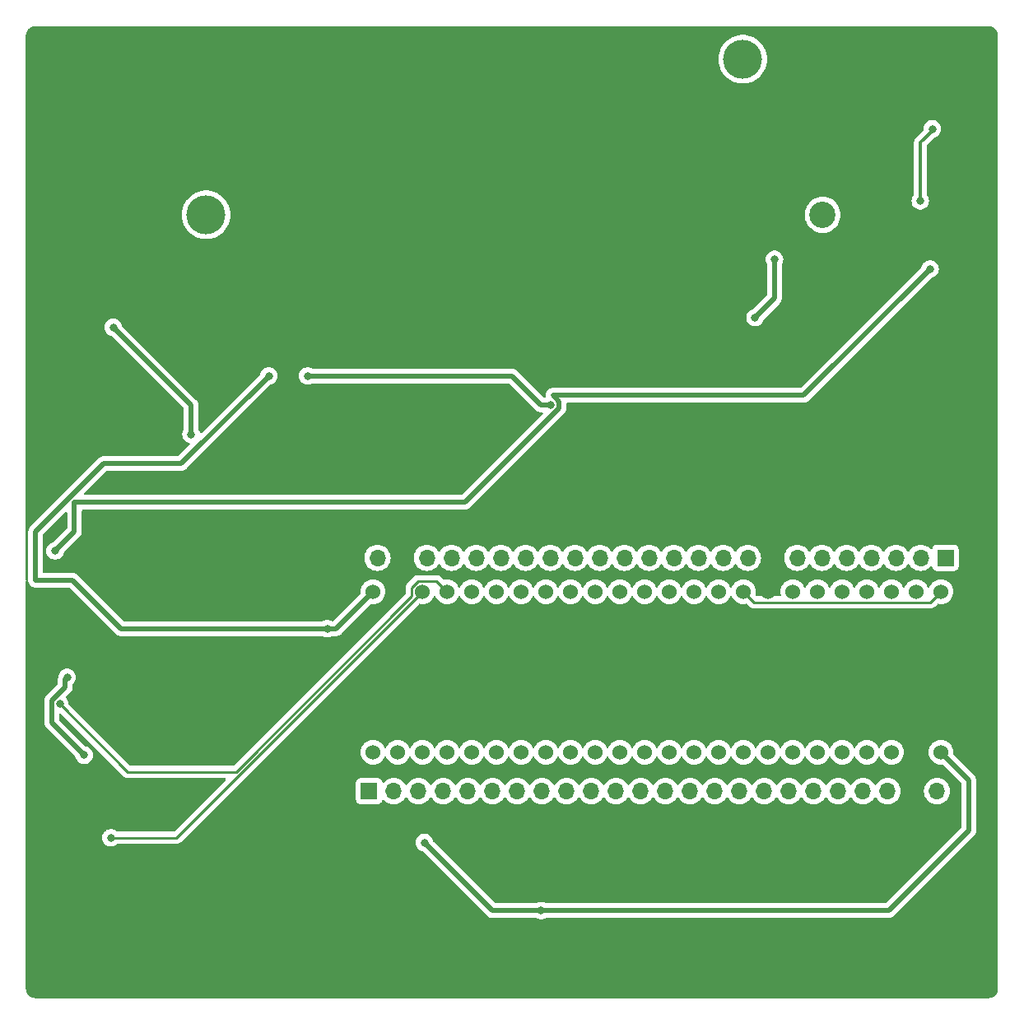
<source format=gbl>
%TF.GenerationSoftware,KiCad,Pcbnew,(7.0.0)*%
%TF.CreationDate,2023-04-03T13:20:19+02:00*%
%TF.ProjectId,SCHEMATICS,53434845-4d41-4544-9943-532e6b696361,rev?*%
%TF.SameCoordinates,Original*%
%TF.FileFunction,Copper,L2,Bot*%
%TF.FilePolarity,Positive*%
%FSLAX46Y46*%
G04 Gerber Fmt 4.6, Leading zero omitted, Abs format (unit mm)*
G04 Created by KiCad (PCBNEW (7.0.0)) date 2023-04-03 13:20:19*
%MOMM*%
%LPD*%
G01*
G04 APERTURE LIST*
%TA.AperFunction,ComponentPad*%
%ADD10C,1.524000*%
%TD*%
%TA.AperFunction,ComponentPad*%
%ADD11C,1.300000*%
%TD*%
%TA.AperFunction,ComponentPad*%
%ADD12O,2.200000X1.300000*%
%TD*%
%TA.AperFunction,ComponentPad*%
%ADD13R,1.700000X1.700000*%
%TD*%
%TA.AperFunction,ComponentPad*%
%ADD14O,1.700000X1.700000*%
%TD*%
%TA.AperFunction,ComponentPad*%
%ADD15C,4.000000*%
%TD*%
%TA.AperFunction,ComponentPad*%
%ADD16C,2.700000*%
%TD*%
%TA.AperFunction,ViaPad*%
%ADD17C,0.800000*%
%TD*%
%TA.AperFunction,Conductor*%
%ADD18C,0.500000*%
%TD*%
%TA.AperFunction,Conductor*%
%ADD19C,0.250000*%
%TD*%
%TA.AperFunction,Conductor*%
%ADD20C,0.300000*%
%TD*%
G04 APERTURE END LIST*
D10*
%TO.P,U8,1,VBAT*%
%TO.N,/MICROCONTROLLER/VSS*%
X184126500Y-106193500D03*
%TO.P,U8,2,PC13*%
%TO.N,/MICROCONTROLLER/PC13*%
X181586500Y-106193500D03*
%TO.P,U8,3,PC14*%
%TO.N,/MICROCONTROLLER/PC14*%
X179046500Y-106193500D03*
%TO.P,U8,4,PC15*%
%TO.N,/MICROCONTROLLER/PC15*%
X176506500Y-106193500D03*
%TO.P,U8,5,PF0*%
%TO.N,/MICROCONTROLLER/PF0*%
X173966500Y-106193500D03*
%TO.P,U8,6,PF1*%
%TO.N,/MICROCONTROLLER/PF1*%
X171426500Y-106193500D03*
%TO.P,U8,7,NRST*%
%TO.N,/MICROCONTROLLER/NRST*%
X168886500Y-106193500D03*
%TO.P,U8,8,GND*%
%TO.N,GND*%
X166346500Y-106193500D03*
%TO.P,U8,9,V+*%
%TO.N,/MICROCONTROLLER/VSS*%
X163806500Y-106193500D03*
%TO.P,U8,10,PA0*%
%TO.N,/MICROCONTROLLER/PA0*%
X161266500Y-106193500D03*
%TO.P,U8,11,PA1*%
%TO.N,/MICROCONTROLLER/PA1*%
X158726500Y-106193500D03*
%TO.P,U8,12,PA2*%
%TO.N,/MICROCONTROLLER/PA2*%
X156186500Y-106193500D03*
%TO.P,U8,13,PA3*%
%TO.N,/MICROCONTROLLER/PA3*%
X153646500Y-106193500D03*
%TO.P,U8,14,PA4*%
%TO.N,/MICROCONTROLLER/PA4*%
X151106500Y-106193500D03*
%TO.P,U8,15,PA5*%
%TO.N,/MICROCONTROLLER/PA5*%
X148566500Y-106193500D03*
%TO.P,U8,16,PA6*%
%TO.N,/MICROCONTROLLER/PA6*%
X146026500Y-106193500D03*
%TO.P,U8,17,PA7*%
%TO.N,/MICROCONTROLLER/PA7*%
X143486500Y-106193500D03*
%TO.P,U8,18,PB0*%
%TO.N,/MICROCONTROLLER/PB0*%
X140946500Y-106193500D03*
%TO.P,U8,19,PB1*%
%TO.N,/MICROCONTROLLER/PB1*%
X138406500Y-106193500D03*
%TO.P,U8,20,PB2*%
%TO.N,/MICROCONTROLLER/PB2*%
X135866500Y-106193500D03*
%TO.P,U8,21,PB10*%
%TO.N,/MICROCONTROLLER/PB10*%
X133326500Y-106193500D03*
%TO.P,U8,22,PB11*%
%TO.N,/MICROCONTROLLER/PB11*%
X130786500Y-106193500D03*
%TO.P,U8,23,GND*%
%TO.N,GND*%
X128246500Y-106193500D03*
%TO.P,U8,24,V+*%
%TO.N,/MICROCONTROLLER/VSS*%
X125706500Y-106193500D03*
%TO.P,U8,25,PB12*%
%TO.N,/MICROCONTROLLER/PB12*%
X125706500Y-122703500D03*
%TO.P,U8,26,PB13*%
%TO.N,/MICROCONTROLLER/PB13*%
X128246500Y-122703500D03*
%TO.P,U8,27,PB14*%
%TO.N,/MICROCONTROLLER/PB14*%
X130786500Y-122703500D03*
%TO.P,U8,28,PB15*%
%TO.N,/MICROCONTROLLER/PB15*%
X133326500Y-122703500D03*
%TO.P,U8,29,PA8*%
%TO.N,/MICROCONTROLLER/PA8*%
X135866500Y-122703500D03*
%TO.P,U8,30,PA9*%
%TO.N,/MICROCONTROLLER/PA9*%
X138406500Y-122703500D03*
%TO.P,U8,31,PA10*%
%TO.N,/MICROCONTROLLER/PA10*%
X140946500Y-122703500D03*
%TO.P,U8,32,PA11*%
%TO.N,/MICROCONTROLLER/PA11*%
X143486500Y-122703500D03*
%TO.P,U8,33,PA12*%
%TO.N,/MICROCONTROLLER/PA12*%
X146026500Y-122703500D03*
%TO.P,U8,34,PA13*%
%TO.N,/MICROCONTROLLER/PA13*%
X148566500Y-122703500D03*
%TO.P,U8,35,PF6*%
%TO.N,/MICROCONTROLLER/PF6*%
X151106500Y-122703500D03*
%TO.P,U8,36,PF7*%
%TO.N,/MICROCONTROLLER/PF7*%
X153646500Y-122703500D03*
%TO.P,U8,37,PA14*%
%TO.N,/MICROCONTROLLER/PA14*%
X156186500Y-122703500D03*
%TO.P,U8,38,PA15*%
%TO.N,/MICROCONTROLLER/PA15*%
X158726500Y-122703500D03*
%TO.P,U8,39,PB3*%
%TO.N,/MICROCONTROLLER/PB3*%
X161266500Y-122703500D03*
%TO.P,U8,40,PB4*%
%TO.N,/MICROCONTROLLER/PB4*%
X163806500Y-122703500D03*
%TO.P,U8,41,PB5*%
%TO.N,/MICROCONTROLLER/PB5*%
X166346500Y-122703500D03*
%TO.P,U8,42,PB6*%
%TO.N,/MICROCONTROLLER/PB6*%
X168886500Y-122703500D03*
%TO.P,U8,43,PB7*%
%TO.N,/MICROCONTROLLER/PB7*%
X171426500Y-122703500D03*
%TO.P,U8,44,BOOT*%
%TO.N,/MICROCONTROLLER/BOOT*%
X173966500Y-122703500D03*
%TO.P,U8,45,PB8*%
%TO.N,/MICROCONTROLLER/PB8*%
X176506500Y-122703500D03*
%TO.P,U8,46,PB9*%
%TO.N,/MICROCONTROLLER/PB9*%
X179046500Y-122703500D03*
%TO.P,U8,47,GND*%
%TO.N,GND*%
X181586500Y-122703500D03*
%TO.P,U8,48,V+*%
%TO.N,/MICROCONTROLLER/VSS*%
X184126500Y-122703500D03*
%TD*%
D11*
%TO.P,MicroXNJ1,6,SH1*%
%TO.N,GND*%
X97499111Y-83599886D03*
D12*
%TO.P,MicroXNJ1,7,SH2*%
X94829057Y-84774891D03*
%TO.P,MicroXNJ1,8,SH3*%
X94829057Y-77574993D03*
D11*
%TO.P,MicroXNJ1,9,SH4*%
X97499111Y-78750000D03*
%TD*%
D13*
%TO.P,J2,1,Pin_1*%
%TO.N,/MICROCONTROLLER/PB12*%
X125306499Y-126703499D03*
D14*
%TO.P,J2,2,Pin_2*%
%TO.N,/MICROCONTROLLER/PB13*%
X127846499Y-126703499D03*
%TO.P,J2,3,Pin_3*%
%TO.N,/MICROCONTROLLER/PB14*%
X130386499Y-126703499D03*
%TO.P,J2,4,Pin_4*%
%TO.N,/MICROCONTROLLER/PB15*%
X132926499Y-126703499D03*
%TO.P,J2,5,Pin_5*%
%TO.N,/MICROCONTROLLER/PA8*%
X135466499Y-126703499D03*
%TO.P,J2,6,Pin_6*%
%TO.N,/MICROCONTROLLER/PA9*%
X138006499Y-126703499D03*
%TO.P,J2,7,Pin_7*%
%TO.N,/MICROCONTROLLER/PA10*%
X140546499Y-126703499D03*
%TO.P,J2,8,Pin_8*%
%TO.N,/MICROCONTROLLER/PA11*%
X143086499Y-126703499D03*
%TO.P,J2,9,Pin_9*%
%TO.N,/MICROCONTROLLER/PA12*%
X145626499Y-126703499D03*
%TO.P,J2,10,Pin_10*%
%TO.N,/MICROCONTROLLER/PA13*%
X148166499Y-126703499D03*
%TO.P,J2,11,Pin_11*%
%TO.N,/MICROCONTROLLER/PF6*%
X150706499Y-126703499D03*
%TO.P,J2,12,Pin_12*%
%TO.N,/MICROCONTROLLER/PF7*%
X153246499Y-126703499D03*
%TO.P,J2,13,Pin_13*%
%TO.N,/MICROCONTROLLER/PA14*%
X155786499Y-126703499D03*
%TO.P,J2,14,Pin_14*%
%TO.N,/MICROCONTROLLER/PA15*%
X158326499Y-126703499D03*
%TO.P,J2,15,Pin_15*%
%TO.N,/MICROCONTROLLER/PB3*%
X160866499Y-126703499D03*
%TO.P,J2,16,Pin_16*%
%TO.N,/MICROCONTROLLER/PB4*%
X163406499Y-126703499D03*
%TO.P,J2,17,Pin_17*%
%TO.N,/MICROCONTROLLER/PB5*%
X165946499Y-126703499D03*
%TO.P,J2,18,Pin_18*%
%TO.N,/MICROCONTROLLER/PB6*%
X168486499Y-126703499D03*
%TO.P,J2,19,Pin_19*%
%TO.N,/MICROCONTROLLER/PB7*%
X171026499Y-126703499D03*
%TO.P,J2,20,Pin_20*%
%TO.N,/MICROCONTROLLER/BOOT*%
X173566499Y-126703499D03*
%TO.P,J2,21,Pin_21*%
%TO.N,/MICROCONTROLLER/PB8*%
X176106499Y-126703499D03*
%TO.P,J2,22,Pin_22*%
%TO.N,/MICROCONTROLLER/PB9*%
X178646499Y-126703499D03*
%TO.P,J2,23,Pin_23*%
%TO.N,GND*%
X181186499Y-126703499D03*
%TO.P,J2,24,Pin_24*%
%TO.N,unconnected-(J2-Pin_24-Pad24)*%
X183726499Y-126703499D03*
%TD*%
D15*
%TO.P,U9,*%
%TO.N,*%
X108544000Y-67419000D03*
X163744000Y-51419000D03*
D16*
X171964000Y-67419000D03*
%TD*%
D13*
%TO.P,J1,1,Pin_1*%
%TO.N,unconnected-(J1-Pin_1-Pad1)*%
X184586499Y-102703499D03*
D14*
%TO.P,J1,2,Pin_2*%
%TO.N,/MICROCONTROLLER/PC13*%
X182046499Y-102703499D03*
%TO.P,J1,3,Pin_3*%
%TO.N,/MICROCONTROLLER/PC14*%
X179506499Y-102703499D03*
%TO.P,J1,4,Pin_4*%
%TO.N,/MICROCONTROLLER/PC15*%
X176966499Y-102703499D03*
%TO.P,J1,5,Pin_5*%
%TO.N,/MICROCONTROLLER/PF0*%
X174426499Y-102703499D03*
%TO.P,J1,6,Pin_6*%
%TO.N,/MICROCONTROLLER/PF1*%
X171886499Y-102703499D03*
%TO.P,J1,7,Pin_7*%
%TO.N,/MICROCONTROLLER/NRST*%
X169346499Y-102703499D03*
%TO.P,J1,8,Pin_8*%
%TO.N,GND*%
X166806499Y-102703499D03*
%TO.P,J1,9,Pin_9*%
%TO.N,unconnected-(J1-Pin_9-Pad9)*%
X164266499Y-102703499D03*
%TO.P,J1,10,Pin_10*%
%TO.N,/MICROCONTROLLER/PA0*%
X161726499Y-102703499D03*
%TO.P,J1,11,Pin_11*%
%TO.N,/MICROCONTROLLER/PA1*%
X159186499Y-102703499D03*
%TO.P,J1,12,Pin_12*%
%TO.N,/MICROCONTROLLER/PA2*%
X156646499Y-102703499D03*
%TO.P,J1,13,Pin_13*%
%TO.N,/MICROCONTROLLER/PA3*%
X154106499Y-102703499D03*
%TO.P,J1,14,Pin_14*%
%TO.N,/MICROCONTROLLER/PA4*%
X151566499Y-102703499D03*
%TO.P,J1,15,Pin_15*%
%TO.N,/MICROCONTROLLER/PA5*%
X149026499Y-102703499D03*
%TO.P,J1,16,Pin_16*%
%TO.N,/MICROCONTROLLER/PA6*%
X146486499Y-102703499D03*
%TO.P,J1,17,Pin_17*%
%TO.N,/MICROCONTROLLER/PA7*%
X143946499Y-102703499D03*
%TO.P,J1,18,Pin_18*%
%TO.N,/MICROCONTROLLER/PB0*%
X141406499Y-102703499D03*
%TO.P,J1,19,Pin_19*%
%TO.N,/MICROCONTROLLER/PB1*%
X138866499Y-102703499D03*
%TO.P,J1,20,Pin_20*%
%TO.N,/MICROCONTROLLER/PB2*%
X136326499Y-102703499D03*
%TO.P,J1,21,Pin_21*%
%TO.N,/MICROCONTROLLER/PB10*%
X133786499Y-102703499D03*
%TO.P,J1,22,Pin_22*%
%TO.N,/MICROCONTROLLER/PB11*%
X131246499Y-102703499D03*
%TO.P,J1,23,Pin_23*%
%TO.N,GND*%
X128706499Y-102703499D03*
%TO.P,J1,24,Pin_24*%
%TO.N,unconnected-(J1-Pin_24-Pad24)*%
X126166499Y-102703499D03*
%TD*%
D17*
%TO.N,GND*%
X105250000Y-103750000D03*
X117000000Y-100000000D03*
X91000000Y-127000000D03*
X157000000Y-91000000D03*
X107000000Y-128000000D03*
X154568175Y-134359994D03*
X94007491Y-131194500D03*
X157000000Y-137000000D03*
X115500000Y-78500000D03*
X150000000Y-73000000D03*
X100750000Y-108750000D03*
X95000000Y-64000000D03*
X172000000Y-133000000D03*
X158500000Y-73000000D03*
%TO.N,/MICROCONTROLLER/VSS*%
X131000000Y-132000000D03*
X115000000Y-84000000D03*
X143000000Y-139000000D03*
X121000000Y-110000000D03*
%TO.N,Net-(U3-SCL)*%
X94250000Y-115000000D03*
X96000000Y-123000000D03*
%TO.N,/POWER MODULE/Battery*%
X167000000Y-72000000D03*
X165000000Y-78000000D03*
%TO.N,/MICROCONTROLLER/5V*%
X143974588Y-86974588D03*
X107000000Y-90000000D03*
X119000000Y-84000000D03*
X99000000Y-79000000D03*
%TO.N,/POWER MODULE/UVLO Output*%
X183000000Y-73000000D03*
X93000000Y-102000000D03*
%TO.N,/MICROCONTROLLER/PB10*%
X93500000Y-117750000D03*
%TO.N,/MICROCONTROLLER/PB11*%
X98750000Y-131500000D03*
%TO.N,Net-(#FLG06-pwr)*%
X183227745Y-58587657D03*
X182000000Y-66000000D03*
%TD*%
D18*
%TO.N,GND*%
X94007491Y-131007491D02*
X94000000Y-131000000D01*
X94007491Y-131194500D02*
X94007491Y-131007491D01*
X154568175Y-134568175D02*
X154568175Y-134359994D01*
%TO.N,/MICROCONTROLLER/VSS*%
X99797918Y-110000000D02*
X94797918Y-105000000D01*
X121900000Y-110000000D02*
X125706500Y-106193500D01*
X106000000Y-93000000D02*
X115000000Y-84000000D01*
X178750000Y-139000000D02*
X187000000Y-130750000D01*
X93000000Y-98010051D02*
X98010051Y-93000000D01*
X121000000Y-110000000D02*
X99797918Y-110000000D01*
X91000000Y-100010051D02*
X93000000Y-98010051D01*
X187000000Y-125577000D02*
X184126500Y-122703500D01*
X121000000Y-110000000D02*
X121900000Y-110000000D01*
X131000000Y-132000000D02*
X138000000Y-139000000D01*
X187000000Y-130750000D02*
X187000000Y-125577000D01*
X94797918Y-105000000D02*
X91000000Y-105000000D01*
D19*
X163806500Y-106193500D02*
X164893500Y-107280500D01*
D18*
X143000000Y-139000000D02*
X178750000Y-139000000D01*
X138000000Y-139000000D02*
X143000000Y-139000000D01*
X91000000Y-105000000D02*
X91000000Y-100010051D01*
D19*
X183039500Y-107280500D02*
X184126500Y-106193500D01*
D18*
X98010051Y-93000000D02*
X106000000Y-93000000D01*
D19*
X164893500Y-107280500D02*
X183039500Y-107280500D01*
D18*
%TO.N,Net-(U3-SCL)*%
X92650000Y-117397918D02*
X94047918Y-116000000D01*
X92650000Y-119650000D02*
X92650000Y-117397918D01*
X94047918Y-116000000D02*
X94047918Y-115202082D01*
X96000000Y-123000000D02*
X92650000Y-119650000D01*
X94047918Y-115202082D02*
X94250000Y-115000000D01*
%TO.N,/POWER MODULE/Battery*%
X167000000Y-72000000D02*
X167000000Y-76000000D01*
X167000000Y-76000000D02*
X165000000Y-78000000D01*
%TO.N,/MICROCONTROLLER/5V*%
X142974588Y-86974588D02*
X143974588Y-86974588D01*
X119000000Y-84000000D02*
X140000000Y-84000000D01*
X107000000Y-87000000D02*
X107000000Y-90000000D01*
X140000000Y-84000000D02*
X142974588Y-86974588D01*
X99000000Y-79000000D02*
X107000000Y-87000000D01*
%TO.N,/POWER MODULE/UVLO Output*%
X144824588Y-86622506D02*
X144824588Y-87326670D01*
X95000000Y-97000000D02*
X95000000Y-100000000D01*
X144202082Y-86000000D02*
X144824588Y-86622506D01*
X135151258Y-97000000D02*
X95000000Y-97000000D01*
X144824588Y-87326670D02*
X135151258Y-97000000D01*
X95000000Y-100000000D02*
X93000000Y-102000000D01*
X183000000Y-73000000D02*
X170000000Y-86000000D01*
X170000000Y-86000000D02*
X144202082Y-86000000D01*
D19*
%TO.N,/MICROCONTROLLER/PB10*%
X130336249Y-105106500D02*
X132239500Y-105106500D01*
X129699677Y-105743072D02*
X130336249Y-105106500D01*
X111618604Y-124725000D02*
X129699677Y-106643927D01*
X93500000Y-117750000D02*
X100475000Y-124725000D01*
X100475000Y-124725000D02*
X111618604Y-124725000D01*
X132239500Y-105106500D02*
X133326500Y-106193500D01*
X129699677Y-106643927D02*
X129699677Y-105743072D01*
%TO.N,/MICROCONTROLLER/PB11*%
X98750000Y-131500000D02*
X105480000Y-131500000D01*
X105480000Y-131500000D02*
X130786500Y-106193500D01*
D20*
%TO.N,Net-(#FLG06-pwr)*%
X182000000Y-60000000D02*
X183227745Y-58772255D01*
X182000000Y-66000000D02*
X182000000Y-60000000D01*
X183227745Y-58772255D02*
X183227745Y-58587657D01*
%TD*%
%TA.AperFunction,Conductor*%
%TO.N,GND*%
G36*
X189005392Y-48000972D02*
G01*
X189017433Y-48002025D01*
X189044880Y-48004426D01*
X189045961Y-48004526D01*
X189171776Y-48016918D01*
X189191685Y-48020541D01*
X189256467Y-48037899D01*
X189260203Y-48038966D01*
X189351570Y-48066682D01*
X189367959Y-48072952D01*
X189433867Y-48103686D01*
X189439867Y-48106685D01*
X189482639Y-48129548D01*
X189519046Y-48149008D01*
X189531715Y-48156791D01*
X189592889Y-48199625D01*
X189600430Y-48205346D01*
X189668455Y-48261172D01*
X189677472Y-48269345D01*
X189730653Y-48322526D01*
X189738826Y-48331543D01*
X189794652Y-48399568D01*
X189800373Y-48407109D01*
X189843207Y-48468283D01*
X189850990Y-48480952D01*
X189893304Y-48560114D01*
X189896328Y-48566163D01*
X189927041Y-48632027D01*
X189933319Y-48648436D01*
X189961008Y-48739713D01*
X189962123Y-48743616D01*
X189979454Y-48808298D01*
X189983082Y-48828238D01*
X189995456Y-48953882D01*
X189995581Y-48955223D01*
X189999028Y-48994604D01*
X189999500Y-49005416D01*
X189999500Y-146994584D01*
X189999028Y-147005397D01*
X189995581Y-147044776D01*
X189995456Y-147046116D01*
X189983082Y-147171760D01*
X189979454Y-147191700D01*
X189962123Y-147256382D01*
X189961008Y-147260285D01*
X189933319Y-147351562D01*
X189927041Y-147367971D01*
X189896328Y-147433835D01*
X189893304Y-147439884D01*
X189850990Y-147519046D01*
X189843207Y-147531715D01*
X189800373Y-147592889D01*
X189794652Y-147600430D01*
X189738826Y-147668455D01*
X189730653Y-147677472D01*
X189677472Y-147730653D01*
X189668455Y-147738826D01*
X189600430Y-147794652D01*
X189592889Y-147800373D01*
X189531715Y-147843207D01*
X189519046Y-147850990D01*
X189439884Y-147893304D01*
X189433835Y-147896328D01*
X189367971Y-147927041D01*
X189351562Y-147933319D01*
X189260285Y-147961008D01*
X189256382Y-147962123D01*
X189191700Y-147979454D01*
X189171760Y-147983082D01*
X189046116Y-147995456D01*
X189044776Y-147995581D01*
X189009760Y-147998646D01*
X189005392Y-147999028D01*
X188994584Y-147999500D01*
X91005416Y-147999500D01*
X90994606Y-147999028D01*
X90992001Y-147998800D01*
X90955223Y-147995581D01*
X90953882Y-147995456D01*
X90828238Y-147983082D01*
X90808298Y-147979454D01*
X90743616Y-147962123D01*
X90739713Y-147961008D01*
X90648436Y-147933319D01*
X90632027Y-147927041D01*
X90566163Y-147896328D01*
X90560114Y-147893304D01*
X90480952Y-147850990D01*
X90468283Y-147843207D01*
X90407109Y-147800373D01*
X90399568Y-147794652D01*
X90331543Y-147738826D01*
X90322526Y-147730653D01*
X90269345Y-147677472D01*
X90261172Y-147668455D01*
X90205346Y-147600430D01*
X90199625Y-147592889D01*
X90156791Y-147531715D01*
X90149008Y-147519046D01*
X90129548Y-147482639D01*
X90106685Y-147439867D01*
X90103686Y-147433867D01*
X90072952Y-147367959D01*
X90066682Y-147351570D01*
X90038966Y-147260203D01*
X90037899Y-147256467D01*
X90020541Y-147191685D01*
X90016918Y-147171776D01*
X90004526Y-147045961D01*
X90004417Y-147044776D01*
X90000972Y-147005392D01*
X90000500Y-146994587D01*
X90000500Y-119628023D01*
X91894711Y-119628023D01*
X91895340Y-119635214D01*
X91895340Y-119635221D01*
X91899028Y-119677369D01*
X91899500Y-119688176D01*
X91899500Y-119693709D01*
X91899916Y-119697272D01*
X91899917Y-119697282D01*
X91903098Y-119724496D01*
X91903464Y-119728082D01*
X91909371Y-119795604D01*
X91909372Y-119795609D01*
X91910001Y-119802797D01*
X91912271Y-119809649D01*
X91912976Y-119813063D01*
X91913028Y-119813384D01*
X91913120Y-119813709D01*
X91913920Y-119817085D01*
X91914759Y-119824255D01*
X91940413Y-119894742D01*
X91941582Y-119898108D01*
X91962913Y-119962479D01*
X91962917Y-119962489D01*
X91965186Y-119969334D01*
X91968971Y-119975472D01*
X91970443Y-119978628D01*
X91970570Y-119978935D01*
X91970729Y-119979220D01*
X91972295Y-119982338D01*
X91974763Y-119989117D01*
X91978727Y-119995144D01*
X91978729Y-119995148D01*
X92015979Y-120051784D01*
X92017900Y-120054799D01*
X92057288Y-120118656D01*
X92062392Y-120123760D01*
X92064542Y-120126479D01*
X92064739Y-120126752D01*
X92064973Y-120127007D01*
X92067202Y-120129663D01*
X92071170Y-120135696D01*
X92076423Y-120140652D01*
X92076424Y-120140653D01*
X92125709Y-120187151D01*
X92128296Y-120189664D01*
X95087228Y-123148595D01*
X95117478Y-123197957D01*
X95172821Y-123368284D01*
X95176068Y-123373908D01*
X95176069Y-123373910D01*
X95259328Y-123518120D01*
X95267467Y-123532216D01*
X95394129Y-123672888D01*
X95547270Y-123784151D01*
X95720197Y-123861144D01*
X95905354Y-123900500D01*
X96088143Y-123900500D01*
X96094646Y-123900500D01*
X96279803Y-123861144D01*
X96452730Y-123784151D01*
X96605871Y-123672888D01*
X96732533Y-123532216D01*
X96827179Y-123368284D01*
X96885674Y-123188256D01*
X96905460Y-123000000D01*
X96885674Y-122811744D01*
X96827179Y-122631716D01*
X96732533Y-122467784D01*
X96605871Y-122327112D01*
X96600613Y-122323292D01*
X96600611Y-122323290D01*
X96457988Y-122219669D01*
X96457987Y-122219668D01*
X96452730Y-122215849D01*
X96446792Y-122213205D01*
X96285745Y-122141501D01*
X96285740Y-122141499D01*
X96279803Y-122138856D01*
X96261661Y-122135000D01*
X96214668Y-122125011D01*
X96181282Y-122112694D01*
X96152769Y-122091402D01*
X93436819Y-119375451D01*
X93409939Y-119335223D01*
X93400500Y-119287770D01*
X93400500Y-118834452D01*
X93414015Y-118778157D01*
X93451615Y-118734134D01*
X93505102Y-118711979D01*
X93562818Y-118716521D01*
X93612181Y-118746771D01*
X99977707Y-125112297D01*
X99985156Y-125120483D01*
X99989214Y-125126877D01*
X99994899Y-125132215D01*
X99994901Y-125132218D01*
X100038239Y-125172915D01*
X100041035Y-125175625D01*
X100060530Y-125195120D01*
X100063615Y-125197513D01*
X100063701Y-125197580D01*
X100072573Y-125205158D01*
X100104418Y-125235062D01*
X100111248Y-125238817D01*
X100111251Y-125238819D01*
X100121971Y-125244712D01*
X100138222Y-125255386D01*
X100154064Y-125267674D01*
X100161221Y-125270771D01*
X100161223Y-125270772D01*
X100194155Y-125285022D01*
X100204650Y-125290164D01*
X100242908Y-125311197D01*
X100262312Y-125316179D01*
X100280714Y-125322480D01*
X100291941Y-125327338D01*
X100299105Y-125330438D01*
X100336697Y-125336391D01*
X100342239Y-125337269D01*
X100353682Y-125339639D01*
X100388425Y-125348560D01*
X100388426Y-125348560D01*
X100395981Y-125350500D01*
X100416017Y-125350500D01*
X100435402Y-125352025D01*
X100455196Y-125355160D01*
X100493276Y-125351560D01*
X100498676Y-125351050D01*
X100510345Y-125350500D01*
X110445547Y-125350500D01*
X110501842Y-125364015D01*
X110545865Y-125401615D01*
X110568020Y-125455102D01*
X110563478Y-125512818D01*
X110533228Y-125562181D01*
X105257228Y-130838181D01*
X105217000Y-130865061D01*
X105169547Y-130874500D01*
X99453748Y-130874500D01*
X99403315Y-130863781D01*
X99365218Y-130836104D01*
X99365050Y-130836291D01*
X99363271Y-130834689D01*
X99361601Y-130833476D01*
X99355871Y-130827112D01*
X99350613Y-130823292D01*
X99350611Y-130823290D01*
X99207988Y-130719669D01*
X99207987Y-130719668D01*
X99202730Y-130715849D01*
X99196792Y-130713205D01*
X99035745Y-130641501D01*
X99035740Y-130641499D01*
X99029803Y-130638856D01*
X99023444Y-130637504D01*
X99023440Y-130637503D01*
X98851008Y-130600852D01*
X98851005Y-130600851D01*
X98844646Y-130599500D01*
X98655354Y-130599500D01*
X98648995Y-130600851D01*
X98648991Y-130600852D01*
X98476559Y-130637503D01*
X98476552Y-130637505D01*
X98470197Y-130638856D01*
X98464262Y-130641498D01*
X98464254Y-130641501D01*
X98303207Y-130713205D01*
X98303202Y-130713207D01*
X98297270Y-130715849D01*
X98292016Y-130719665D01*
X98292011Y-130719669D01*
X98149388Y-130823290D01*
X98149381Y-130823295D01*
X98144129Y-130827112D01*
X98139784Y-130831937D01*
X98139779Y-130831942D01*
X98021813Y-130962956D01*
X98021808Y-130962962D01*
X98017467Y-130967784D01*
X98014222Y-130973404D01*
X98014218Y-130973410D01*
X97926069Y-131126089D01*
X97926066Y-131126094D01*
X97922821Y-131131716D01*
X97920815Y-131137888D01*
X97920813Y-131137894D01*
X97866333Y-131305564D01*
X97866331Y-131305573D01*
X97864326Y-131311744D01*
X97863648Y-131318194D01*
X97863646Y-131318204D01*
X97848433Y-131462956D01*
X97844540Y-131500000D01*
X97845219Y-131506460D01*
X97863646Y-131681795D01*
X97863647Y-131681803D01*
X97864326Y-131688256D01*
X97866331Y-131694428D01*
X97866333Y-131694435D01*
X97920813Y-131862105D01*
X97922821Y-131868284D01*
X97926068Y-131873908D01*
X97926069Y-131873910D01*
X97997810Y-131998170D01*
X98017467Y-132032216D01*
X98021811Y-132037041D01*
X98021813Y-132037043D01*
X98103417Y-132127673D01*
X98144129Y-132172888D01*
X98297270Y-132284151D01*
X98470197Y-132361144D01*
X98655354Y-132400500D01*
X98838143Y-132400500D01*
X98844646Y-132400500D01*
X99029803Y-132361144D01*
X99202730Y-132284151D01*
X99355871Y-132172888D01*
X99361601Y-132166523D01*
X99363271Y-132165310D01*
X99365050Y-132163709D01*
X99365218Y-132163895D01*
X99403315Y-132136219D01*
X99453748Y-132125500D01*
X105402225Y-132125500D01*
X105413280Y-132126021D01*
X105420667Y-132127673D01*
X105487872Y-132125561D01*
X105491768Y-132125500D01*
X105515448Y-132125500D01*
X105519350Y-132125500D01*
X105523313Y-132124999D01*
X105534963Y-132124080D01*
X105578627Y-132122709D01*
X105597861Y-132117119D01*
X105616917Y-132113174D01*
X105636792Y-132110664D01*
X105677395Y-132094587D01*
X105688450Y-132090802D01*
X105730390Y-132078618D01*
X105747629Y-132068422D01*
X105765103Y-132059862D01*
X105776474Y-132055360D01*
X105776476Y-132055358D01*
X105783732Y-132052486D01*
X105819069Y-132026811D01*
X105828824Y-132020403D01*
X105863325Y-132000000D01*
X130094540Y-132000000D01*
X130095219Y-132006460D01*
X130113646Y-132181795D01*
X130113647Y-132181803D01*
X130114326Y-132188256D01*
X130116331Y-132194428D01*
X130116333Y-132194435D01*
X130145484Y-132284151D01*
X130172821Y-132368284D01*
X130267467Y-132532216D01*
X130394129Y-132672888D01*
X130547270Y-132784151D01*
X130720197Y-132861144D01*
X130785335Y-132874989D01*
X130818714Y-132887303D01*
X130847228Y-132908596D01*
X137424270Y-139485638D01*
X137436052Y-139499271D01*
X137450390Y-139518530D01*
X137455917Y-139523167D01*
X137455922Y-139523173D01*
X137488337Y-139550372D01*
X137496313Y-139557681D01*
X137500223Y-139561591D01*
X137524556Y-139580831D01*
X137527310Y-139583073D01*
X137584786Y-139631302D01*
X137591245Y-139634546D01*
X137594134Y-139636446D01*
X137594413Y-139636648D01*
X137594713Y-139636815D01*
X137597654Y-139638629D01*
X137603323Y-139643111D01*
X137663695Y-139671263D01*
X137671321Y-139674819D01*
X137674534Y-139676374D01*
X137741567Y-139710040D01*
X137748594Y-139711705D01*
X137751835Y-139712885D01*
X137752164Y-139713021D01*
X137752498Y-139713116D01*
X137755778Y-139714202D01*
X137762327Y-139717257D01*
X137835894Y-139732447D01*
X137839257Y-139733193D01*
X137912279Y-139750500D01*
X137919510Y-139750500D01*
X137922933Y-139750900D01*
X137923285Y-139750957D01*
X137923626Y-139750972D01*
X137927069Y-139751273D01*
X137934144Y-139752734D01*
X138009129Y-139750552D01*
X138012737Y-139750500D01*
X142460664Y-139750500D01*
X142498982Y-139756569D01*
X142533545Y-139774179D01*
X142547270Y-139784151D01*
X142720197Y-139861144D01*
X142905354Y-139900500D01*
X143088143Y-139900500D01*
X143094646Y-139900500D01*
X143279803Y-139861144D01*
X143452730Y-139784151D01*
X143466454Y-139774179D01*
X143501018Y-139756569D01*
X143539336Y-139750500D01*
X178686293Y-139750500D01*
X178704264Y-139751809D01*
X178708160Y-139752379D01*
X178728023Y-139755289D01*
X178777368Y-139750972D01*
X178788176Y-139750500D01*
X178790100Y-139750500D01*
X178793709Y-139750500D01*
X178824550Y-139746894D01*
X178828031Y-139746539D01*
X178902797Y-139739999D01*
X178909653Y-139737726D01*
X178913043Y-139737027D01*
X178913375Y-139736973D01*
X178913728Y-139736873D01*
X178917071Y-139736080D01*
X178924255Y-139735241D01*
X178994760Y-139709579D01*
X178998118Y-139708412D01*
X179069334Y-139684814D01*
X179075486Y-139681018D01*
X179078607Y-139679564D01*
X179078929Y-139679430D01*
X179079238Y-139679258D01*
X179082315Y-139677712D01*
X179089117Y-139675237D01*
X179151837Y-139633984D01*
X179154732Y-139632140D01*
X179218656Y-139592712D01*
X179223763Y-139587603D01*
X179226476Y-139585459D01*
X179226758Y-139585254D01*
X179227029Y-139585007D01*
X179229659Y-139582799D01*
X179235696Y-139578830D01*
X179287185Y-139524253D01*
X179289630Y-139521736D01*
X187485642Y-131325724D01*
X187499266Y-131313950D01*
X187518530Y-131299610D01*
X187550366Y-131261667D01*
X187557680Y-131253688D01*
X187558264Y-131253103D01*
X187561591Y-131249777D01*
X187580833Y-131225439D01*
X187583090Y-131222670D01*
X187626654Y-131170753D01*
X187626653Y-131170753D01*
X187631302Y-131165214D01*
X187634548Y-131158748D01*
X187636436Y-131155879D01*
X187636645Y-131155589D01*
X187636819Y-131155278D01*
X187638624Y-131152350D01*
X187643111Y-131146677D01*
X187674834Y-131078645D01*
X187676349Y-131075514D01*
X187710040Y-131008433D01*
X187711708Y-131001391D01*
X187712878Y-130998178D01*
X187713022Y-130997830D01*
X187713118Y-130997492D01*
X187714199Y-130994227D01*
X187717257Y-130987673D01*
X187732450Y-130914088D01*
X187733186Y-130910771D01*
X187750500Y-130837721D01*
X187750500Y-130830489D01*
X187750900Y-130827067D01*
X187750957Y-130826714D01*
X187750972Y-130826374D01*
X187751273Y-130822931D01*
X187752734Y-130815856D01*
X187750552Y-130740870D01*
X187750500Y-130737263D01*
X187750500Y-125640707D01*
X187751809Y-125622736D01*
X187753503Y-125611169D01*
X187755289Y-125598977D01*
X187750972Y-125549631D01*
X187750500Y-125538824D01*
X187750500Y-125536901D01*
X187750500Y-125533291D01*
X187746903Y-125502520D01*
X187746536Y-125498929D01*
X187740628Y-125431398D01*
X187739999Y-125424203D01*
X187737726Y-125417345D01*
X187737027Y-125413957D01*
X187736972Y-125413619D01*
X187736878Y-125413286D01*
X187736079Y-125409915D01*
X187735241Y-125402745D01*
X187709591Y-125332273D01*
X187708408Y-125328868D01*
X187704202Y-125316176D01*
X187684814Y-125257666D01*
X187681019Y-125251513D01*
X187679564Y-125248393D01*
X187679430Y-125248069D01*
X187679259Y-125247763D01*
X187677710Y-125244680D01*
X187675237Y-125237883D01*
X187634001Y-125175188D01*
X187632086Y-125172181D01*
X187596504Y-125114492D01*
X187596501Y-125114489D01*
X187592712Y-125108345D01*
X187587605Y-125103238D01*
X187585463Y-125100529D01*
X187585257Y-125100244D01*
X187585027Y-125099993D01*
X187582796Y-125097334D01*
X187578830Y-125091304D01*
X187573581Y-125086352D01*
X187573578Y-125086348D01*
X187524272Y-125039831D01*
X187521685Y-125037318D01*
X185418140Y-122933772D01*
X185389299Y-122888501D01*
X185382293Y-122835285D01*
X185393823Y-122703500D01*
X185374570Y-122483432D01*
X185369083Y-122462956D01*
X185333978Y-122331942D01*
X185317394Y-122270050D01*
X185224034Y-122069839D01*
X185097326Y-121888880D01*
X184941120Y-121732674D01*
X184912556Y-121712673D01*
X184764596Y-121609070D01*
X184764590Y-121609066D01*
X184760162Y-121605966D01*
X184755257Y-121603678D01*
X184755254Y-121603677D01*
X184624472Y-121542693D01*
X184559950Y-121512606D01*
X184554735Y-121511208D01*
X184554728Y-121511206D01*
X184351800Y-121456831D01*
X184351789Y-121456829D01*
X184346568Y-121455430D01*
X184341176Y-121454958D01*
X184341169Y-121454957D01*
X184131895Y-121436649D01*
X184126500Y-121436177D01*
X184121105Y-121436649D01*
X183911830Y-121454957D01*
X183911821Y-121454958D01*
X183906432Y-121455430D01*
X183901211Y-121456828D01*
X183901199Y-121456831D01*
X183698277Y-121511205D01*
X183698272Y-121511206D01*
X183693050Y-121512606D01*
X183688154Y-121514888D01*
X183688143Y-121514893D01*
X183497749Y-121603676D01*
X183497745Y-121603678D01*
X183492839Y-121605966D01*
X183488406Y-121609069D01*
X183488399Y-121609074D01*
X183316315Y-121729568D01*
X183316310Y-121729571D01*
X183311880Y-121732674D01*
X183308056Y-121736497D01*
X183308050Y-121736503D01*
X183159503Y-121885050D01*
X183159497Y-121885056D01*
X183155674Y-121888880D01*
X183152571Y-121893310D01*
X183152568Y-121893315D01*
X183032074Y-122065399D01*
X183032069Y-122065406D01*
X183028966Y-122069839D01*
X183026678Y-122074745D01*
X183026676Y-122074749D01*
X182937893Y-122265143D01*
X182937888Y-122265154D01*
X182935606Y-122270050D01*
X182934206Y-122275272D01*
X182934205Y-122275277D01*
X182879831Y-122478199D01*
X182879828Y-122478211D01*
X182878430Y-122483432D01*
X182877958Y-122488821D01*
X182877957Y-122488830D01*
X182859886Y-122695390D01*
X182859177Y-122703500D01*
X182859649Y-122708894D01*
X182859649Y-122708895D01*
X182877957Y-122918169D01*
X182877958Y-122918176D01*
X182878430Y-122923568D01*
X182879829Y-122928789D01*
X182879831Y-122928800D01*
X182934206Y-123131728D01*
X182934208Y-123131735D01*
X182935606Y-123136950D01*
X183028966Y-123337162D01*
X183032066Y-123341590D01*
X183032070Y-123341596D01*
X183054697Y-123373910D01*
X183155674Y-123518120D01*
X183311880Y-123674326D01*
X183402359Y-123737680D01*
X183488403Y-123797929D01*
X183488406Y-123797930D01*
X183492838Y-123801034D01*
X183693050Y-123894394D01*
X183698270Y-123895792D01*
X183698271Y-123895793D01*
X183901199Y-123950168D01*
X183901201Y-123950168D01*
X183906432Y-123951570D01*
X184126500Y-123970823D01*
X184258285Y-123959293D01*
X184311501Y-123966299D01*
X184356772Y-123995140D01*
X186213181Y-125851548D01*
X186240061Y-125891776D01*
X186249500Y-125939229D01*
X186249500Y-130387771D01*
X186240061Y-130435224D01*
X186213181Y-130475452D01*
X178475451Y-138213181D01*
X178435223Y-138240061D01*
X178387770Y-138249500D01*
X143539336Y-138249500D01*
X143501018Y-138243431D01*
X143466454Y-138225820D01*
X143452730Y-138215849D01*
X143446738Y-138213181D01*
X143285745Y-138141501D01*
X143285740Y-138141499D01*
X143279803Y-138138856D01*
X143273444Y-138137504D01*
X143273440Y-138137503D01*
X143101008Y-138100852D01*
X143101005Y-138100851D01*
X143094646Y-138099500D01*
X142905354Y-138099500D01*
X142898995Y-138100851D01*
X142898991Y-138100852D01*
X142726559Y-138137503D01*
X142726552Y-138137505D01*
X142720197Y-138138856D01*
X142714262Y-138141498D01*
X142714254Y-138141501D01*
X142553207Y-138213205D01*
X142553202Y-138213207D01*
X142547270Y-138215849D01*
X142533545Y-138225820D01*
X142498982Y-138243431D01*
X142460664Y-138249500D01*
X138362229Y-138249500D01*
X138314776Y-138240061D01*
X138274548Y-138213181D01*
X131912770Y-131851402D01*
X131882521Y-131802041D01*
X131827179Y-131631716D01*
X131732533Y-131467784D01*
X131605871Y-131327112D01*
X131600613Y-131323292D01*
X131600611Y-131323290D01*
X131457988Y-131219669D01*
X131457987Y-131219668D01*
X131452730Y-131215849D01*
X131446792Y-131213205D01*
X131285745Y-131141501D01*
X131285740Y-131141499D01*
X131279803Y-131138856D01*
X131273444Y-131137504D01*
X131273440Y-131137503D01*
X131101008Y-131100852D01*
X131101005Y-131100851D01*
X131094646Y-131099500D01*
X130905354Y-131099500D01*
X130898995Y-131100851D01*
X130898991Y-131100852D01*
X130726559Y-131137503D01*
X130726552Y-131137505D01*
X130720197Y-131138856D01*
X130714262Y-131141498D01*
X130714254Y-131141501D01*
X130553207Y-131213205D01*
X130553202Y-131213207D01*
X130547270Y-131215849D01*
X130542016Y-131219665D01*
X130542011Y-131219669D01*
X130399388Y-131323290D01*
X130399381Y-131323295D01*
X130394129Y-131327112D01*
X130389784Y-131331937D01*
X130389779Y-131331942D01*
X130271813Y-131462956D01*
X130271808Y-131462962D01*
X130267467Y-131467784D01*
X130264222Y-131473404D01*
X130264218Y-131473410D01*
X130176069Y-131626089D01*
X130176066Y-131626094D01*
X130172821Y-131631716D01*
X130170815Y-131637888D01*
X130170813Y-131637894D01*
X130116333Y-131805564D01*
X130116331Y-131805573D01*
X130114326Y-131811744D01*
X130113648Y-131818194D01*
X130113646Y-131818204D01*
X130096946Y-131977105D01*
X130094540Y-132000000D01*
X105863325Y-132000000D01*
X105866420Y-131998170D01*
X105880584Y-131984005D01*
X105895379Y-131971368D01*
X105911587Y-131959594D01*
X105939428Y-131925938D01*
X105947279Y-131917309D01*
X110266510Y-127598078D01*
X123956000Y-127598078D01*
X123956001Y-127601372D01*
X123956353Y-127604650D01*
X123956354Y-127604661D01*
X123961579Y-127653268D01*
X123961580Y-127653273D01*
X123962409Y-127660983D01*
X123965119Y-127668249D01*
X123965120Y-127668253D01*
X123991195Y-127738163D01*
X124012704Y-127795831D01*
X124018018Y-127802930D01*
X124018019Y-127802931D01*
X124073867Y-127877535D01*
X124098954Y-127911046D01*
X124214169Y-127997296D01*
X124349017Y-128047591D01*
X124408627Y-128054000D01*
X126204372Y-128053999D01*
X126263983Y-128047591D01*
X126398831Y-127997296D01*
X126514046Y-127911046D01*
X126600296Y-127795831D01*
X126649310Y-127664416D01*
X126684289Y-127614037D01*
X126739134Y-127586584D01*
X126800427Y-127588773D01*
X126853173Y-127620069D01*
X126975099Y-127741995D01*
X126979531Y-127745098D01*
X126979533Y-127745100D01*
X127123760Y-127846089D01*
X127168670Y-127877535D01*
X127382837Y-127977403D01*
X127611092Y-128038563D01*
X127846500Y-128059159D01*
X128081908Y-128038563D01*
X128310163Y-127977403D01*
X128524330Y-127877535D01*
X128717901Y-127741995D01*
X128884995Y-127574901D01*
X129014924Y-127389342D01*
X129059243Y-127350476D01*
X129116500Y-127336465D01*
X129173757Y-127350476D01*
X129218075Y-127389342D01*
X129344895Y-127570461D01*
X129344901Y-127570468D01*
X129348005Y-127574901D01*
X129515099Y-127741995D01*
X129519531Y-127745098D01*
X129519533Y-127745100D01*
X129663760Y-127846089D01*
X129708670Y-127877535D01*
X129922837Y-127977403D01*
X130151092Y-128038563D01*
X130386500Y-128059159D01*
X130621908Y-128038563D01*
X130850163Y-127977403D01*
X131064330Y-127877535D01*
X131257901Y-127741995D01*
X131424995Y-127574901D01*
X131554924Y-127389342D01*
X131599243Y-127350476D01*
X131656500Y-127336465D01*
X131713757Y-127350476D01*
X131758075Y-127389342D01*
X131884895Y-127570461D01*
X131884901Y-127570468D01*
X131888005Y-127574901D01*
X132055099Y-127741995D01*
X132059531Y-127745098D01*
X132059533Y-127745100D01*
X132203760Y-127846089D01*
X132248670Y-127877535D01*
X132462837Y-127977403D01*
X132691092Y-128038563D01*
X132926500Y-128059159D01*
X133161908Y-128038563D01*
X133390163Y-127977403D01*
X133604330Y-127877535D01*
X133797901Y-127741995D01*
X133964995Y-127574901D01*
X134094924Y-127389342D01*
X134139243Y-127350476D01*
X134196500Y-127336465D01*
X134253757Y-127350476D01*
X134298075Y-127389342D01*
X134424895Y-127570461D01*
X134424901Y-127570468D01*
X134428005Y-127574901D01*
X134595099Y-127741995D01*
X134599531Y-127745098D01*
X134599533Y-127745100D01*
X134743760Y-127846089D01*
X134788670Y-127877535D01*
X135002837Y-127977403D01*
X135231092Y-128038563D01*
X135466500Y-128059159D01*
X135701908Y-128038563D01*
X135930163Y-127977403D01*
X136144330Y-127877535D01*
X136337901Y-127741995D01*
X136504995Y-127574901D01*
X136634924Y-127389342D01*
X136679243Y-127350476D01*
X136736500Y-127336465D01*
X136793757Y-127350476D01*
X136838075Y-127389342D01*
X136964895Y-127570461D01*
X136964901Y-127570468D01*
X136968005Y-127574901D01*
X137135099Y-127741995D01*
X137139531Y-127745098D01*
X137139533Y-127745100D01*
X137283760Y-127846089D01*
X137328670Y-127877535D01*
X137542837Y-127977403D01*
X137771092Y-128038563D01*
X138006500Y-128059159D01*
X138241908Y-128038563D01*
X138470163Y-127977403D01*
X138684330Y-127877535D01*
X138877901Y-127741995D01*
X139044995Y-127574901D01*
X139174924Y-127389342D01*
X139219243Y-127350476D01*
X139276500Y-127336465D01*
X139333757Y-127350476D01*
X139378075Y-127389342D01*
X139504895Y-127570461D01*
X139504901Y-127570468D01*
X139508005Y-127574901D01*
X139675099Y-127741995D01*
X139679531Y-127745098D01*
X139679533Y-127745100D01*
X139823760Y-127846089D01*
X139868670Y-127877535D01*
X140082837Y-127977403D01*
X140311092Y-128038563D01*
X140546500Y-128059159D01*
X140781908Y-128038563D01*
X141010163Y-127977403D01*
X141224330Y-127877535D01*
X141417901Y-127741995D01*
X141584995Y-127574901D01*
X141714924Y-127389342D01*
X141759243Y-127350476D01*
X141816500Y-127336465D01*
X141873757Y-127350476D01*
X141918075Y-127389342D01*
X142044895Y-127570461D01*
X142044901Y-127570468D01*
X142048005Y-127574901D01*
X142215099Y-127741995D01*
X142219531Y-127745098D01*
X142219533Y-127745100D01*
X142363760Y-127846089D01*
X142408670Y-127877535D01*
X142622837Y-127977403D01*
X142851092Y-128038563D01*
X143086500Y-128059159D01*
X143321908Y-128038563D01*
X143550163Y-127977403D01*
X143764330Y-127877535D01*
X143957901Y-127741995D01*
X144124995Y-127574901D01*
X144254924Y-127389342D01*
X144299243Y-127350476D01*
X144356500Y-127336465D01*
X144413757Y-127350476D01*
X144458075Y-127389342D01*
X144584895Y-127570461D01*
X144584901Y-127570468D01*
X144588005Y-127574901D01*
X144755099Y-127741995D01*
X144759531Y-127745098D01*
X144759533Y-127745100D01*
X144903760Y-127846089D01*
X144948670Y-127877535D01*
X145162837Y-127977403D01*
X145391092Y-128038563D01*
X145626500Y-128059159D01*
X145861908Y-128038563D01*
X146090163Y-127977403D01*
X146304330Y-127877535D01*
X146497901Y-127741995D01*
X146664995Y-127574901D01*
X146794924Y-127389342D01*
X146839243Y-127350476D01*
X146896500Y-127336465D01*
X146953757Y-127350476D01*
X146998075Y-127389342D01*
X147124895Y-127570461D01*
X147124901Y-127570468D01*
X147128005Y-127574901D01*
X147295099Y-127741995D01*
X147299531Y-127745098D01*
X147299533Y-127745100D01*
X147443760Y-127846089D01*
X147488670Y-127877535D01*
X147702837Y-127977403D01*
X147931092Y-128038563D01*
X148166500Y-128059159D01*
X148401908Y-128038563D01*
X148630163Y-127977403D01*
X148844330Y-127877535D01*
X149037901Y-127741995D01*
X149204995Y-127574901D01*
X149334924Y-127389342D01*
X149379243Y-127350476D01*
X149436500Y-127336465D01*
X149493757Y-127350476D01*
X149538075Y-127389342D01*
X149664895Y-127570461D01*
X149664901Y-127570468D01*
X149668005Y-127574901D01*
X149835099Y-127741995D01*
X149839531Y-127745098D01*
X149839533Y-127745100D01*
X149983760Y-127846089D01*
X150028670Y-127877535D01*
X150242837Y-127977403D01*
X150471092Y-128038563D01*
X150706500Y-128059159D01*
X150941908Y-128038563D01*
X151170163Y-127977403D01*
X151384330Y-127877535D01*
X151577901Y-127741995D01*
X151744995Y-127574901D01*
X151874924Y-127389342D01*
X151919243Y-127350476D01*
X151976500Y-127336465D01*
X152033757Y-127350476D01*
X152078075Y-127389342D01*
X152204895Y-127570461D01*
X152204901Y-127570468D01*
X152208005Y-127574901D01*
X152375099Y-127741995D01*
X152379531Y-127745098D01*
X152379533Y-127745100D01*
X152523760Y-127846089D01*
X152568670Y-127877535D01*
X152782837Y-127977403D01*
X153011092Y-128038563D01*
X153246500Y-128059159D01*
X153481908Y-128038563D01*
X153710163Y-127977403D01*
X153924330Y-127877535D01*
X154117901Y-127741995D01*
X154284995Y-127574901D01*
X154414924Y-127389342D01*
X154459243Y-127350476D01*
X154516500Y-127336465D01*
X154573757Y-127350476D01*
X154618075Y-127389342D01*
X154744895Y-127570461D01*
X154744901Y-127570468D01*
X154748005Y-127574901D01*
X154915099Y-127741995D01*
X154919531Y-127745098D01*
X154919533Y-127745100D01*
X155063760Y-127846089D01*
X155108670Y-127877535D01*
X155322837Y-127977403D01*
X155551092Y-128038563D01*
X155786500Y-128059159D01*
X156021908Y-128038563D01*
X156250163Y-127977403D01*
X156464330Y-127877535D01*
X156657901Y-127741995D01*
X156824995Y-127574901D01*
X156954924Y-127389342D01*
X156999243Y-127350476D01*
X157056500Y-127336465D01*
X157113757Y-127350476D01*
X157158075Y-127389342D01*
X157284895Y-127570461D01*
X157284901Y-127570468D01*
X157288005Y-127574901D01*
X157455099Y-127741995D01*
X157459531Y-127745098D01*
X157459533Y-127745100D01*
X157603760Y-127846089D01*
X157648670Y-127877535D01*
X157862837Y-127977403D01*
X158091092Y-128038563D01*
X158326500Y-128059159D01*
X158561908Y-128038563D01*
X158790163Y-127977403D01*
X159004330Y-127877535D01*
X159197901Y-127741995D01*
X159364995Y-127574901D01*
X159494924Y-127389342D01*
X159539243Y-127350476D01*
X159596500Y-127336465D01*
X159653757Y-127350476D01*
X159698075Y-127389342D01*
X159824895Y-127570461D01*
X159824901Y-127570468D01*
X159828005Y-127574901D01*
X159995099Y-127741995D01*
X159999531Y-127745098D01*
X159999533Y-127745100D01*
X160143760Y-127846089D01*
X160188670Y-127877535D01*
X160402837Y-127977403D01*
X160631092Y-128038563D01*
X160866500Y-128059159D01*
X161101908Y-128038563D01*
X161330163Y-127977403D01*
X161544330Y-127877535D01*
X161737901Y-127741995D01*
X161904995Y-127574901D01*
X162034924Y-127389342D01*
X162079243Y-127350476D01*
X162136500Y-127336465D01*
X162193757Y-127350476D01*
X162238075Y-127389342D01*
X162364895Y-127570461D01*
X162364901Y-127570468D01*
X162368005Y-127574901D01*
X162535099Y-127741995D01*
X162539531Y-127745098D01*
X162539533Y-127745100D01*
X162683760Y-127846089D01*
X162728670Y-127877535D01*
X162942837Y-127977403D01*
X163171092Y-128038563D01*
X163406500Y-128059159D01*
X163641908Y-128038563D01*
X163870163Y-127977403D01*
X164084330Y-127877535D01*
X164277901Y-127741995D01*
X164444995Y-127574901D01*
X164574924Y-127389342D01*
X164619243Y-127350476D01*
X164676500Y-127336465D01*
X164733757Y-127350476D01*
X164778075Y-127389342D01*
X164904895Y-127570461D01*
X164904901Y-127570468D01*
X164908005Y-127574901D01*
X165075099Y-127741995D01*
X165079531Y-127745098D01*
X165079533Y-127745100D01*
X165223760Y-127846089D01*
X165268670Y-127877535D01*
X165482837Y-127977403D01*
X165711092Y-128038563D01*
X165946500Y-128059159D01*
X166181908Y-128038563D01*
X166410163Y-127977403D01*
X166624330Y-127877535D01*
X166817901Y-127741995D01*
X166984995Y-127574901D01*
X167114924Y-127389342D01*
X167159243Y-127350476D01*
X167216500Y-127336465D01*
X167273757Y-127350476D01*
X167318075Y-127389342D01*
X167444895Y-127570461D01*
X167444901Y-127570468D01*
X167448005Y-127574901D01*
X167615099Y-127741995D01*
X167619531Y-127745098D01*
X167619533Y-127745100D01*
X167763760Y-127846089D01*
X167808670Y-127877535D01*
X168022837Y-127977403D01*
X168251092Y-128038563D01*
X168486500Y-128059159D01*
X168721908Y-128038563D01*
X168950163Y-127977403D01*
X169164330Y-127877535D01*
X169357901Y-127741995D01*
X169524995Y-127574901D01*
X169654924Y-127389342D01*
X169699243Y-127350476D01*
X169756500Y-127336465D01*
X169813757Y-127350476D01*
X169858075Y-127389342D01*
X169984895Y-127570461D01*
X169984901Y-127570468D01*
X169988005Y-127574901D01*
X170155099Y-127741995D01*
X170159531Y-127745098D01*
X170159533Y-127745100D01*
X170303760Y-127846089D01*
X170348670Y-127877535D01*
X170562837Y-127977403D01*
X170791092Y-128038563D01*
X171026500Y-128059159D01*
X171261908Y-128038563D01*
X171490163Y-127977403D01*
X171704330Y-127877535D01*
X171897901Y-127741995D01*
X172064995Y-127574901D01*
X172194924Y-127389342D01*
X172239243Y-127350476D01*
X172296500Y-127336465D01*
X172353757Y-127350476D01*
X172398075Y-127389342D01*
X172524895Y-127570461D01*
X172524901Y-127570468D01*
X172528005Y-127574901D01*
X172695099Y-127741995D01*
X172699531Y-127745098D01*
X172699533Y-127745100D01*
X172843760Y-127846089D01*
X172888670Y-127877535D01*
X173102837Y-127977403D01*
X173331092Y-128038563D01*
X173566500Y-128059159D01*
X173801908Y-128038563D01*
X174030163Y-127977403D01*
X174244330Y-127877535D01*
X174437901Y-127741995D01*
X174604995Y-127574901D01*
X174734924Y-127389342D01*
X174779243Y-127350476D01*
X174836500Y-127336465D01*
X174893757Y-127350476D01*
X174938075Y-127389342D01*
X175064895Y-127570461D01*
X175064901Y-127570468D01*
X175068005Y-127574901D01*
X175235099Y-127741995D01*
X175239531Y-127745098D01*
X175239533Y-127745100D01*
X175383760Y-127846089D01*
X175428670Y-127877535D01*
X175642837Y-127977403D01*
X175871092Y-128038563D01*
X176106500Y-128059159D01*
X176341908Y-128038563D01*
X176570163Y-127977403D01*
X176784330Y-127877535D01*
X176977901Y-127741995D01*
X177144995Y-127574901D01*
X177274924Y-127389342D01*
X177319243Y-127350476D01*
X177376500Y-127336465D01*
X177433757Y-127350476D01*
X177478075Y-127389342D01*
X177604895Y-127570461D01*
X177604901Y-127570468D01*
X177608005Y-127574901D01*
X177775099Y-127741995D01*
X177779531Y-127745098D01*
X177779533Y-127745100D01*
X177923760Y-127846089D01*
X177968670Y-127877535D01*
X178182837Y-127977403D01*
X178411092Y-128038563D01*
X178646500Y-128059159D01*
X178881908Y-128038563D01*
X179110163Y-127977403D01*
X179324330Y-127877535D01*
X179517901Y-127741995D01*
X179684995Y-127574901D01*
X179820535Y-127381330D01*
X179920403Y-127167163D01*
X179981563Y-126938908D01*
X180002159Y-126703500D01*
X182370841Y-126703500D01*
X182391437Y-126938908D01*
X182392836Y-126944130D01*
X182392837Y-126944134D01*
X182451194Y-127161930D01*
X182451197Y-127161938D01*
X182452597Y-127167163D01*
X182454885Y-127172070D01*
X182454886Y-127172072D01*
X182550178Y-127376427D01*
X182550181Y-127376433D01*
X182552465Y-127381330D01*
X182555564Y-127385757D01*
X182555566Y-127385759D01*
X182684899Y-127570466D01*
X182684902Y-127570470D01*
X182688005Y-127574901D01*
X182855099Y-127741995D01*
X182859531Y-127745098D01*
X182859533Y-127745100D01*
X183003760Y-127846089D01*
X183048670Y-127877535D01*
X183262837Y-127977403D01*
X183491092Y-128038563D01*
X183726500Y-128059159D01*
X183961908Y-128038563D01*
X184190163Y-127977403D01*
X184404330Y-127877535D01*
X184597901Y-127741995D01*
X184764995Y-127574901D01*
X184900535Y-127381330D01*
X185000403Y-127167163D01*
X185061563Y-126938908D01*
X185082159Y-126703500D01*
X185061563Y-126468092D01*
X185000403Y-126239837D01*
X184900535Y-126025671D01*
X184764995Y-125832099D01*
X184597901Y-125665005D01*
X184593470Y-125661902D01*
X184593466Y-125661899D01*
X184408759Y-125532566D01*
X184408757Y-125532564D01*
X184404330Y-125529465D01*
X184399433Y-125527181D01*
X184399427Y-125527178D01*
X184195072Y-125431886D01*
X184195070Y-125431885D01*
X184190163Y-125429597D01*
X184184938Y-125428197D01*
X184184930Y-125428194D01*
X183967134Y-125369837D01*
X183967130Y-125369836D01*
X183961908Y-125368437D01*
X183956520Y-125367965D01*
X183956517Y-125367965D01*
X183731895Y-125348313D01*
X183726500Y-125347841D01*
X183721105Y-125348313D01*
X183496482Y-125367965D01*
X183496477Y-125367965D01*
X183491092Y-125368437D01*
X183485871Y-125369835D01*
X183485865Y-125369837D01*
X183268069Y-125428194D01*
X183268057Y-125428198D01*
X183262837Y-125429597D01*
X183257932Y-125431883D01*
X183257927Y-125431886D01*
X183053581Y-125527175D01*
X183053577Y-125527177D01*
X183048671Y-125529465D01*
X183044238Y-125532568D01*
X183044231Y-125532573D01*
X182859534Y-125661899D01*
X182859529Y-125661902D01*
X182855099Y-125665005D01*
X182851275Y-125668828D01*
X182851269Y-125668834D01*
X182691834Y-125828269D01*
X182691828Y-125828275D01*
X182688005Y-125832099D01*
X182684902Y-125836529D01*
X182684899Y-125836534D01*
X182555573Y-126021231D01*
X182555568Y-126021238D01*
X182552465Y-126025671D01*
X182550177Y-126030577D01*
X182550175Y-126030581D01*
X182454886Y-126234927D01*
X182454883Y-126234932D01*
X182452597Y-126239837D01*
X182451198Y-126245057D01*
X182451194Y-126245069D01*
X182392837Y-126462865D01*
X182392835Y-126462871D01*
X182391437Y-126468092D01*
X182370841Y-126703500D01*
X180002159Y-126703500D01*
X179981563Y-126468092D01*
X179920403Y-126239837D01*
X179820535Y-126025671D01*
X179684995Y-125832099D01*
X179517901Y-125665005D01*
X179513470Y-125661902D01*
X179513466Y-125661899D01*
X179328759Y-125532566D01*
X179328757Y-125532564D01*
X179324330Y-125529465D01*
X179319433Y-125527181D01*
X179319427Y-125527178D01*
X179115072Y-125431886D01*
X179115070Y-125431885D01*
X179110163Y-125429597D01*
X179104938Y-125428197D01*
X179104930Y-125428194D01*
X178887134Y-125369837D01*
X178887130Y-125369836D01*
X178881908Y-125368437D01*
X178876520Y-125367965D01*
X178876517Y-125367965D01*
X178651895Y-125348313D01*
X178646500Y-125347841D01*
X178641105Y-125348313D01*
X178416482Y-125367965D01*
X178416477Y-125367965D01*
X178411092Y-125368437D01*
X178405871Y-125369835D01*
X178405865Y-125369837D01*
X178188069Y-125428194D01*
X178188057Y-125428198D01*
X178182837Y-125429597D01*
X178177932Y-125431883D01*
X178177927Y-125431886D01*
X177973581Y-125527175D01*
X177973577Y-125527177D01*
X177968671Y-125529465D01*
X177964238Y-125532568D01*
X177964231Y-125532573D01*
X177779534Y-125661899D01*
X177779529Y-125661902D01*
X177775099Y-125665005D01*
X177771275Y-125668828D01*
X177771269Y-125668834D01*
X177611834Y-125828269D01*
X177611828Y-125828275D01*
X177608005Y-125832099D01*
X177604902Y-125836529D01*
X177604899Y-125836534D01*
X177478075Y-126017659D01*
X177433757Y-126056525D01*
X177376500Y-126070536D01*
X177319243Y-126056525D01*
X177274925Y-126017659D01*
X177148100Y-125836534D01*
X177144995Y-125832099D01*
X176977901Y-125665005D01*
X176973470Y-125661902D01*
X176973466Y-125661899D01*
X176788759Y-125532566D01*
X176788757Y-125532564D01*
X176784330Y-125529465D01*
X176779433Y-125527181D01*
X176779427Y-125527178D01*
X176575072Y-125431886D01*
X176575070Y-125431885D01*
X176570163Y-125429597D01*
X176564938Y-125428197D01*
X176564930Y-125428194D01*
X176347134Y-125369837D01*
X176347130Y-125369836D01*
X176341908Y-125368437D01*
X176336520Y-125367965D01*
X176336517Y-125367965D01*
X176111895Y-125348313D01*
X176106500Y-125347841D01*
X176101105Y-125348313D01*
X175876482Y-125367965D01*
X175876477Y-125367965D01*
X175871092Y-125368437D01*
X175865871Y-125369835D01*
X175865865Y-125369837D01*
X175648069Y-125428194D01*
X175648057Y-125428198D01*
X175642837Y-125429597D01*
X175637932Y-125431883D01*
X175637927Y-125431886D01*
X175433581Y-125527175D01*
X175433577Y-125527177D01*
X175428671Y-125529465D01*
X175424238Y-125532568D01*
X175424231Y-125532573D01*
X175239534Y-125661899D01*
X175239529Y-125661902D01*
X175235099Y-125665005D01*
X175231275Y-125668828D01*
X175231269Y-125668834D01*
X175071834Y-125828269D01*
X175071828Y-125828275D01*
X175068005Y-125832099D01*
X175064902Y-125836529D01*
X175064899Y-125836534D01*
X174938075Y-126017659D01*
X174893757Y-126056525D01*
X174836500Y-126070536D01*
X174779243Y-126056525D01*
X174734925Y-126017659D01*
X174608100Y-125836534D01*
X174604995Y-125832099D01*
X174437901Y-125665005D01*
X174433470Y-125661902D01*
X174433466Y-125661899D01*
X174248759Y-125532566D01*
X174248757Y-125532564D01*
X174244330Y-125529465D01*
X174239433Y-125527181D01*
X174239427Y-125527178D01*
X174035072Y-125431886D01*
X174035070Y-125431885D01*
X174030163Y-125429597D01*
X174024938Y-125428197D01*
X174024930Y-125428194D01*
X173807134Y-125369837D01*
X173807130Y-125369836D01*
X173801908Y-125368437D01*
X173796520Y-125367965D01*
X173796517Y-125367965D01*
X173571895Y-125348313D01*
X173566500Y-125347841D01*
X173561105Y-125348313D01*
X173336482Y-125367965D01*
X173336477Y-125367965D01*
X173331092Y-125368437D01*
X173325871Y-125369835D01*
X173325865Y-125369837D01*
X173108069Y-125428194D01*
X173108057Y-125428198D01*
X173102837Y-125429597D01*
X173097932Y-125431883D01*
X173097927Y-125431886D01*
X172893581Y-125527175D01*
X172893577Y-125527177D01*
X172888671Y-125529465D01*
X172884238Y-125532568D01*
X172884231Y-125532573D01*
X172699534Y-125661899D01*
X172699529Y-125661902D01*
X172695099Y-125665005D01*
X172691275Y-125668828D01*
X172691269Y-125668834D01*
X172531834Y-125828269D01*
X172531828Y-125828275D01*
X172528005Y-125832099D01*
X172524902Y-125836529D01*
X172524899Y-125836534D01*
X172398075Y-126017659D01*
X172353757Y-126056525D01*
X172296500Y-126070536D01*
X172239243Y-126056525D01*
X172194925Y-126017659D01*
X172068100Y-125836534D01*
X172064995Y-125832099D01*
X171897901Y-125665005D01*
X171893470Y-125661902D01*
X171893466Y-125661899D01*
X171708759Y-125532566D01*
X171708757Y-125532564D01*
X171704330Y-125529465D01*
X171699433Y-125527181D01*
X171699427Y-125527178D01*
X171495072Y-125431886D01*
X171495070Y-125431885D01*
X171490163Y-125429597D01*
X171484938Y-125428197D01*
X171484930Y-125428194D01*
X171267134Y-125369837D01*
X171267130Y-125369836D01*
X171261908Y-125368437D01*
X171256520Y-125367965D01*
X171256517Y-125367965D01*
X171031895Y-125348313D01*
X171026500Y-125347841D01*
X171021105Y-125348313D01*
X170796482Y-125367965D01*
X170796477Y-125367965D01*
X170791092Y-125368437D01*
X170785871Y-125369835D01*
X170785865Y-125369837D01*
X170568069Y-125428194D01*
X170568057Y-125428198D01*
X170562837Y-125429597D01*
X170557932Y-125431883D01*
X170557927Y-125431886D01*
X170353581Y-125527175D01*
X170353577Y-125527177D01*
X170348671Y-125529465D01*
X170344238Y-125532568D01*
X170344231Y-125532573D01*
X170159534Y-125661899D01*
X170159529Y-125661902D01*
X170155099Y-125665005D01*
X170151275Y-125668828D01*
X170151269Y-125668834D01*
X169991834Y-125828269D01*
X169991828Y-125828275D01*
X169988005Y-125832099D01*
X169984902Y-125836529D01*
X169984899Y-125836534D01*
X169858075Y-126017659D01*
X169813757Y-126056525D01*
X169756500Y-126070536D01*
X169699243Y-126056525D01*
X169654925Y-126017659D01*
X169528100Y-125836534D01*
X169524995Y-125832099D01*
X169357901Y-125665005D01*
X169353470Y-125661902D01*
X169353466Y-125661899D01*
X169168759Y-125532566D01*
X169168757Y-125532564D01*
X169164330Y-125529465D01*
X169159433Y-125527181D01*
X169159427Y-125527178D01*
X168955072Y-125431886D01*
X168955070Y-125431885D01*
X168950163Y-125429597D01*
X168944938Y-125428197D01*
X168944930Y-125428194D01*
X168727134Y-125369837D01*
X168727130Y-125369836D01*
X168721908Y-125368437D01*
X168716520Y-125367965D01*
X168716517Y-125367965D01*
X168491895Y-125348313D01*
X168486500Y-125347841D01*
X168481105Y-125348313D01*
X168256482Y-125367965D01*
X168256477Y-125367965D01*
X168251092Y-125368437D01*
X168245871Y-125369835D01*
X168245865Y-125369837D01*
X168028069Y-125428194D01*
X168028057Y-125428198D01*
X168022837Y-125429597D01*
X168017932Y-125431883D01*
X168017927Y-125431886D01*
X167813581Y-125527175D01*
X167813577Y-125527177D01*
X167808671Y-125529465D01*
X167804238Y-125532568D01*
X167804231Y-125532573D01*
X167619534Y-125661899D01*
X167619529Y-125661902D01*
X167615099Y-125665005D01*
X167611275Y-125668828D01*
X167611269Y-125668834D01*
X167451834Y-125828269D01*
X167451828Y-125828275D01*
X167448005Y-125832099D01*
X167444902Y-125836529D01*
X167444899Y-125836534D01*
X167318075Y-126017659D01*
X167273757Y-126056525D01*
X167216500Y-126070536D01*
X167159243Y-126056525D01*
X167114925Y-126017659D01*
X166988100Y-125836534D01*
X166984995Y-125832099D01*
X166817901Y-125665005D01*
X166813470Y-125661902D01*
X166813466Y-125661899D01*
X166628759Y-125532566D01*
X166628757Y-125532564D01*
X166624330Y-125529465D01*
X166619433Y-125527181D01*
X166619427Y-125527178D01*
X166415072Y-125431886D01*
X166415070Y-125431885D01*
X166410163Y-125429597D01*
X166404938Y-125428197D01*
X166404930Y-125428194D01*
X166187134Y-125369837D01*
X166187130Y-125369836D01*
X166181908Y-125368437D01*
X166176520Y-125367965D01*
X166176517Y-125367965D01*
X165951895Y-125348313D01*
X165946500Y-125347841D01*
X165941105Y-125348313D01*
X165716482Y-125367965D01*
X165716477Y-125367965D01*
X165711092Y-125368437D01*
X165705871Y-125369835D01*
X165705865Y-125369837D01*
X165488069Y-125428194D01*
X165488057Y-125428198D01*
X165482837Y-125429597D01*
X165477932Y-125431883D01*
X165477927Y-125431886D01*
X165273581Y-125527175D01*
X165273577Y-125527177D01*
X165268671Y-125529465D01*
X165264238Y-125532568D01*
X165264231Y-125532573D01*
X165079534Y-125661899D01*
X165079529Y-125661902D01*
X165075099Y-125665005D01*
X165071275Y-125668828D01*
X165071269Y-125668834D01*
X164911834Y-125828269D01*
X164911828Y-125828275D01*
X164908005Y-125832099D01*
X164904902Y-125836529D01*
X164904899Y-125836534D01*
X164778075Y-126017659D01*
X164733757Y-126056525D01*
X164676500Y-126070536D01*
X164619243Y-126056525D01*
X164574925Y-126017659D01*
X164448100Y-125836534D01*
X164444995Y-125832099D01*
X164277901Y-125665005D01*
X164273470Y-125661902D01*
X164273466Y-125661899D01*
X164088759Y-125532566D01*
X164088757Y-125532564D01*
X164084330Y-125529465D01*
X164079433Y-125527181D01*
X164079427Y-125527178D01*
X163875072Y-125431886D01*
X163875070Y-125431885D01*
X163870163Y-125429597D01*
X163864938Y-125428197D01*
X163864930Y-125428194D01*
X163647134Y-125369837D01*
X163647130Y-125369836D01*
X163641908Y-125368437D01*
X163636520Y-125367965D01*
X163636517Y-125367965D01*
X163411895Y-125348313D01*
X163406500Y-125347841D01*
X163401105Y-125348313D01*
X163176482Y-125367965D01*
X163176477Y-125367965D01*
X163171092Y-125368437D01*
X163165871Y-125369835D01*
X163165865Y-125369837D01*
X162948069Y-125428194D01*
X162948057Y-125428198D01*
X162942837Y-125429597D01*
X162937932Y-125431883D01*
X162937927Y-125431886D01*
X162733581Y-125527175D01*
X162733577Y-125527177D01*
X162728671Y-125529465D01*
X162724238Y-125532568D01*
X162724231Y-125532573D01*
X162539534Y-125661899D01*
X162539529Y-125661902D01*
X162535099Y-125665005D01*
X162531275Y-125668828D01*
X162531269Y-125668834D01*
X162371834Y-125828269D01*
X162371828Y-125828275D01*
X162368005Y-125832099D01*
X162364902Y-125836529D01*
X162364899Y-125836534D01*
X162238075Y-126017659D01*
X162193757Y-126056525D01*
X162136500Y-126070536D01*
X162079243Y-126056525D01*
X162034925Y-126017659D01*
X161908100Y-125836534D01*
X161904995Y-125832099D01*
X161737901Y-125665005D01*
X161733470Y-125661902D01*
X161733466Y-125661899D01*
X161548759Y-125532566D01*
X161548757Y-125532564D01*
X161544330Y-125529465D01*
X161539433Y-125527181D01*
X161539427Y-125527178D01*
X161335072Y-125431886D01*
X161335070Y-125431885D01*
X161330163Y-125429597D01*
X161324938Y-125428197D01*
X161324930Y-125428194D01*
X161107134Y-125369837D01*
X161107130Y-125369836D01*
X161101908Y-125368437D01*
X161096520Y-125367965D01*
X161096517Y-125367965D01*
X160871895Y-125348313D01*
X160866500Y-125347841D01*
X160861105Y-125348313D01*
X160636482Y-125367965D01*
X160636477Y-125367965D01*
X160631092Y-125368437D01*
X160625871Y-125369835D01*
X160625865Y-125369837D01*
X160408069Y-125428194D01*
X160408057Y-125428198D01*
X160402837Y-125429597D01*
X160397932Y-125431883D01*
X160397927Y-125431886D01*
X160193581Y-125527175D01*
X160193577Y-125527177D01*
X160188671Y-125529465D01*
X160184238Y-125532568D01*
X160184231Y-125532573D01*
X159999534Y-125661899D01*
X159999529Y-125661902D01*
X159995099Y-125665005D01*
X159991275Y-125668828D01*
X159991269Y-125668834D01*
X159831834Y-125828269D01*
X159831828Y-125828275D01*
X159828005Y-125832099D01*
X159824902Y-125836529D01*
X159824899Y-125836534D01*
X159698075Y-126017659D01*
X159653757Y-126056525D01*
X159596500Y-126070536D01*
X159539243Y-126056525D01*
X159494925Y-126017659D01*
X159368100Y-125836534D01*
X159364995Y-125832099D01*
X159197901Y-125665005D01*
X159193470Y-125661902D01*
X159193466Y-125661899D01*
X159008759Y-125532566D01*
X159008757Y-125532564D01*
X159004330Y-125529465D01*
X158999433Y-125527181D01*
X158999427Y-125527178D01*
X158795072Y-125431886D01*
X158795070Y-125431885D01*
X158790163Y-125429597D01*
X158784938Y-125428197D01*
X158784930Y-125428194D01*
X158567134Y-125369837D01*
X158567130Y-125369836D01*
X158561908Y-125368437D01*
X158556520Y-125367965D01*
X158556517Y-125367965D01*
X158331895Y-125348313D01*
X158326500Y-125347841D01*
X158321105Y-125348313D01*
X158096482Y-125367965D01*
X158096477Y-125367965D01*
X158091092Y-125368437D01*
X158085871Y-125369835D01*
X158085865Y-125369837D01*
X157868069Y-125428194D01*
X157868057Y-125428198D01*
X157862837Y-125429597D01*
X157857932Y-125431883D01*
X157857927Y-125431886D01*
X157653581Y-125527175D01*
X157653577Y-125527177D01*
X157648671Y-125529465D01*
X157644238Y-125532568D01*
X157644231Y-125532573D01*
X157459534Y-125661899D01*
X157459529Y-125661902D01*
X157455099Y-125665005D01*
X157451275Y-125668828D01*
X157451269Y-125668834D01*
X157291834Y-125828269D01*
X157291828Y-125828275D01*
X157288005Y-125832099D01*
X157284902Y-125836529D01*
X157284899Y-125836534D01*
X157158075Y-126017659D01*
X157113757Y-126056525D01*
X157056500Y-126070536D01*
X156999243Y-126056525D01*
X156954925Y-126017659D01*
X156828100Y-125836534D01*
X156824995Y-125832099D01*
X156657901Y-125665005D01*
X156653470Y-125661902D01*
X156653466Y-125661899D01*
X156468759Y-125532566D01*
X156468757Y-125532564D01*
X156464330Y-125529465D01*
X156459433Y-125527181D01*
X156459427Y-125527178D01*
X156255072Y-125431886D01*
X156255070Y-125431885D01*
X156250163Y-125429597D01*
X156244938Y-125428197D01*
X156244930Y-125428194D01*
X156027134Y-125369837D01*
X156027130Y-125369836D01*
X156021908Y-125368437D01*
X156016520Y-125367965D01*
X156016517Y-125367965D01*
X155791895Y-125348313D01*
X155786500Y-125347841D01*
X155781105Y-125348313D01*
X155556482Y-125367965D01*
X155556477Y-125367965D01*
X155551092Y-125368437D01*
X155545871Y-125369835D01*
X155545865Y-125369837D01*
X155328069Y-125428194D01*
X155328057Y-125428198D01*
X155322837Y-125429597D01*
X155317932Y-125431883D01*
X155317927Y-125431886D01*
X155113581Y-125527175D01*
X155113577Y-125527177D01*
X155108671Y-125529465D01*
X155104238Y-125532568D01*
X155104231Y-125532573D01*
X154919534Y-125661899D01*
X154919529Y-125661902D01*
X154915099Y-125665005D01*
X154911275Y-125668828D01*
X154911269Y-125668834D01*
X154751834Y-125828269D01*
X154751828Y-125828275D01*
X154748005Y-125832099D01*
X154744902Y-125836529D01*
X154744899Y-125836534D01*
X154618075Y-126017659D01*
X154573757Y-126056525D01*
X154516500Y-126070536D01*
X154459243Y-126056525D01*
X154414925Y-126017659D01*
X154288100Y-125836534D01*
X154284995Y-125832099D01*
X154117901Y-125665005D01*
X154113470Y-125661902D01*
X154113466Y-125661899D01*
X153928759Y-125532566D01*
X153928757Y-125532564D01*
X153924330Y-125529465D01*
X153919433Y-125527181D01*
X153919427Y-125527178D01*
X153715072Y-125431886D01*
X153715070Y-125431885D01*
X153710163Y-125429597D01*
X153704938Y-125428197D01*
X153704930Y-125428194D01*
X153487134Y-125369837D01*
X153487130Y-125369836D01*
X153481908Y-125368437D01*
X153476520Y-125367965D01*
X153476517Y-125367965D01*
X153251895Y-125348313D01*
X153246500Y-125347841D01*
X153241105Y-125348313D01*
X153016482Y-125367965D01*
X153016477Y-125367965D01*
X153011092Y-125368437D01*
X153005871Y-125369835D01*
X153005865Y-125369837D01*
X152788069Y-125428194D01*
X152788057Y-125428198D01*
X152782837Y-125429597D01*
X152777932Y-125431883D01*
X152777927Y-125431886D01*
X152573581Y-125527175D01*
X152573577Y-125527177D01*
X152568671Y-125529465D01*
X152564238Y-125532568D01*
X152564231Y-125532573D01*
X152379534Y-125661899D01*
X152379529Y-125661902D01*
X152375099Y-125665005D01*
X152371275Y-125668828D01*
X152371269Y-125668834D01*
X152211834Y-125828269D01*
X152211828Y-125828275D01*
X152208005Y-125832099D01*
X152204902Y-125836529D01*
X152204899Y-125836534D01*
X152078075Y-126017659D01*
X152033757Y-126056525D01*
X151976500Y-126070536D01*
X151919243Y-126056525D01*
X151874925Y-126017659D01*
X151748100Y-125836534D01*
X151744995Y-125832099D01*
X151577901Y-125665005D01*
X151573470Y-125661902D01*
X151573466Y-125661899D01*
X151388759Y-125532566D01*
X151388757Y-125532564D01*
X151384330Y-125529465D01*
X151379433Y-125527181D01*
X151379427Y-125527178D01*
X151175072Y-125431886D01*
X151175070Y-125431885D01*
X151170163Y-125429597D01*
X151164938Y-125428197D01*
X151164930Y-125428194D01*
X150947134Y-125369837D01*
X150947130Y-125369836D01*
X150941908Y-125368437D01*
X150936520Y-125367965D01*
X150936517Y-125367965D01*
X150711895Y-125348313D01*
X150706500Y-125347841D01*
X150701105Y-125348313D01*
X150476482Y-125367965D01*
X150476477Y-125367965D01*
X150471092Y-125368437D01*
X150465871Y-125369835D01*
X150465865Y-125369837D01*
X150248069Y-125428194D01*
X150248057Y-125428198D01*
X150242837Y-125429597D01*
X150237932Y-125431883D01*
X150237927Y-125431886D01*
X150033581Y-125527175D01*
X150033577Y-125527177D01*
X150028671Y-125529465D01*
X150024238Y-125532568D01*
X150024231Y-125532573D01*
X149839534Y-125661899D01*
X149839529Y-125661902D01*
X149835099Y-125665005D01*
X149831275Y-125668828D01*
X149831269Y-125668834D01*
X149671834Y-125828269D01*
X149671828Y-125828275D01*
X149668005Y-125832099D01*
X149664902Y-125836529D01*
X149664899Y-125836534D01*
X149538075Y-126017659D01*
X149493757Y-126056525D01*
X149436500Y-126070536D01*
X149379243Y-126056525D01*
X149334925Y-126017659D01*
X149208100Y-125836534D01*
X149204995Y-125832099D01*
X149037901Y-125665005D01*
X149033470Y-125661902D01*
X149033466Y-125661899D01*
X148848759Y-125532566D01*
X148848757Y-125532564D01*
X148844330Y-125529465D01*
X148839433Y-125527181D01*
X148839427Y-125527178D01*
X148635072Y-125431886D01*
X148635070Y-125431885D01*
X148630163Y-125429597D01*
X148624938Y-125428197D01*
X148624930Y-125428194D01*
X148407134Y-125369837D01*
X148407130Y-125369836D01*
X148401908Y-125368437D01*
X148396520Y-125367965D01*
X148396517Y-125367965D01*
X148171895Y-125348313D01*
X148166500Y-125347841D01*
X148161105Y-125348313D01*
X147936482Y-125367965D01*
X147936477Y-125367965D01*
X147931092Y-125368437D01*
X147925871Y-125369835D01*
X147925865Y-125369837D01*
X147708069Y-125428194D01*
X147708057Y-125428198D01*
X147702837Y-125429597D01*
X147697932Y-125431883D01*
X147697927Y-125431886D01*
X147493581Y-125527175D01*
X147493577Y-125527177D01*
X147488671Y-125529465D01*
X147484238Y-125532568D01*
X147484231Y-125532573D01*
X147299534Y-125661899D01*
X147299529Y-125661902D01*
X147295099Y-125665005D01*
X147291275Y-125668828D01*
X147291269Y-125668834D01*
X147131834Y-125828269D01*
X147131828Y-125828275D01*
X147128005Y-125832099D01*
X147124902Y-125836529D01*
X147124899Y-125836534D01*
X146998075Y-126017659D01*
X146953757Y-126056525D01*
X146896500Y-126070536D01*
X146839243Y-126056525D01*
X146794925Y-126017659D01*
X146668100Y-125836534D01*
X146664995Y-125832099D01*
X146497901Y-125665005D01*
X146493470Y-125661902D01*
X146493466Y-125661899D01*
X146308759Y-125532566D01*
X146308757Y-125532564D01*
X146304330Y-125529465D01*
X146299433Y-125527181D01*
X146299427Y-125527178D01*
X146095072Y-125431886D01*
X146095070Y-125431885D01*
X146090163Y-125429597D01*
X146084938Y-125428197D01*
X146084930Y-125428194D01*
X145867134Y-125369837D01*
X145867130Y-125369836D01*
X145861908Y-125368437D01*
X145856520Y-125367965D01*
X145856517Y-125367965D01*
X145631895Y-125348313D01*
X145626500Y-125347841D01*
X145621105Y-125348313D01*
X145396482Y-125367965D01*
X145396477Y-125367965D01*
X145391092Y-125368437D01*
X145385871Y-125369835D01*
X145385865Y-125369837D01*
X145168069Y-125428194D01*
X145168057Y-125428198D01*
X145162837Y-125429597D01*
X145157932Y-125431883D01*
X145157927Y-125431886D01*
X144953581Y-125527175D01*
X144953577Y-125527177D01*
X144948671Y-125529465D01*
X144944238Y-125532568D01*
X144944231Y-125532573D01*
X144759534Y-125661899D01*
X144759529Y-125661902D01*
X144755099Y-125665005D01*
X144751275Y-125668828D01*
X144751269Y-125668834D01*
X144591834Y-125828269D01*
X144591828Y-125828275D01*
X144588005Y-125832099D01*
X144584902Y-125836529D01*
X144584899Y-125836534D01*
X144458075Y-126017659D01*
X144413757Y-126056525D01*
X144356500Y-126070536D01*
X144299243Y-126056525D01*
X144254925Y-126017659D01*
X144128100Y-125836534D01*
X144124995Y-125832099D01*
X143957901Y-125665005D01*
X143953470Y-125661902D01*
X143953466Y-125661899D01*
X143768759Y-125532566D01*
X143768757Y-125532564D01*
X143764330Y-125529465D01*
X143759433Y-125527181D01*
X143759427Y-125527178D01*
X143555072Y-125431886D01*
X143555070Y-125431885D01*
X143550163Y-125429597D01*
X143544938Y-125428197D01*
X143544930Y-125428194D01*
X143327134Y-125369837D01*
X143327130Y-125369836D01*
X143321908Y-125368437D01*
X143316520Y-125367965D01*
X143316517Y-125367965D01*
X143091895Y-125348313D01*
X143086500Y-125347841D01*
X143081105Y-125348313D01*
X142856482Y-125367965D01*
X142856477Y-125367965D01*
X142851092Y-125368437D01*
X142845871Y-125369835D01*
X142845865Y-125369837D01*
X142628069Y-125428194D01*
X142628057Y-125428198D01*
X142622837Y-125429597D01*
X142617932Y-125431883D01*
X142617927Y-125431886D01*
X142413581Y-125527175D01*
X142413577Y-125527177D01*
X142408671Y-125529465D01*
X142404238Y-125532568D01*
X142404231Y-125532573D01*
X142219534Y-125661899D01*
X142219529Y-125661902D01*
X142215099Y-125665005D01*
X142211275Y-125668828D01*
X142211269Y-125668834D01*
X142051834Y-125828269D01*
X142051828Y-125828275D01*
X142048005Y-125832099D01*
X142044902Y-125836529D01*
X142044899Y-125836534D01*
X141918075Y-126017659D01*
X141873757Y-126056525D01*
X141816500Y-126070536D01*
X141759243Y-126056525D01*
X141714925Y-126017659D01*
X141588100Y-125836534D01*
X141584995Y-125832099D01*
X141417901Y-125665005D01*
X141413470Y-125661902D01*
X141413466Y-125661899D01*
X141228759Y-125532566D01*
X141228757Y-125532564D01*
X141224330Y-125529465D01*
X141219433Y-125527181D01*
X141219427Y-125527178D01*
X141015072Y-125431886D01*
X141015070Y-125431885D01*
X141010163Y-125429597D01*
X141004938Y-125428197D01*
X141004930Y-125428194D01*
X140787134Y-125369837D01*
X140787130Y-125369836D01*
X140781908Y-125368437D01*
X140776520Y-125367965D01*
X140776517Y-125367965D01*
X140551895Y-125348313D01*
X140546500Y-125347841D01*
X140541105Y-125348313D01*
X140316482Y-125367965D01*
X140316477Y-125367965D01*
X140311092Y-125368437D01*
X140305871Y-125369835D01*
X140305865Y-125369837D01*
X140088069Y-125428194D01*
X140088057Y-125428198D01*
X140082837Y-125429597D01*
X140077932Y-125431883D01*
X140077927Y-125431886D01*
X139873581Y-125527175D01*
X139873577Y-125527177D01*
X139868671Y-125529465D01*
X139864238Y-125532568D01*
X139864231Y-125532573D01*
X139679534Y-125661899D01*
X139679529Y-125661902D01*
X139675099Y-125665005D01*
X139671275Y-125668828D01*
X139671269Y-125668834D01*
X139511834Y-125828269D01*
X139511828Y-125828275D01*
X139508005Y-125832099D01*
X139504902Y-125836529D01*
X139504899Y-125836534D01*
X139378075Y-126017659D01*
X139333757Y-126056525D01*
X139276500Y-126070536D01*
X139219243Y-126056525D01*
X139174925Y-126017659D01*
X139048100Y-125836534D01*
X139044995Y-125832099D01*
X138877901Y-125665005D01*
X138873470Y-125661902D01*
X138873466Y-125661899D01*
X138688759Y-125532566D01*
X138688757Y-125532564D01*
X138684330Y-125529465D01*
X138679433Y-125527181D01*
X138679427Y-125527178D01*
X138475072Y-125431886D01*
X138475070Y-125431885D01*
X138470163Y-125429597D01*
X138464938Y-125428197D01*
X138464930Y-125428194D01*
X138247134Y-125369837D01*
X138247130Y-125369836D01*
X138241908Y-125368437D01*
X138236520Y-125367965D01*
X138236517Y-125367965D01*
X138011895Y-125348313D01*
X138006500Y-125347841D01*
X138001105Y-125348313D01*
X137776482Y-125367965D01*
X137776477Y-125367965D01*
X137771092Y-125368437D01*
X137765871Y-125369835D01*
X137765865Y-125369837D01*
X137548069Y-125428194D01*
X137548057Y-125428198D01*
X137542837Y-125429597D01*
X137537932Y-125431883D01*
X137537927Y-125431886D01*
X137333581Y-125527175D01*
X137333577Y-125527177D01*
X137328671Y-125529465D01*
X137324238Y-125532568D01*
X137324231Y-125532573D01*
X137139534Y-125661899D01*
X137139529Y-125661902D01*
X137135099Y-125665005D01*
X137131275Y-125668828D01*
X137131269Y-125668834D01*
X136971834Y-125828269D01*
X136971828Y-125828275D01*
X136968005Y-125832099D01*
X136964902Y-125836529D01*
X136964899Y-125836534D01*
X136838075Y-126017659D01*
X136793757Y-126056525D01*
X136736500Y-126070536D01*
X136679243Y-126056525D01*
X136634925Y-126017659D01*
X136508100Y-125836534D01*
X136504995Y-125832099D01*
X136337901Y-125665005D01*
X136333470Y-125661902D01*
X136333466Y-125661899D01*
X136148759Y-125532566D01*
X136148757Y-125532564D01*
X136144330Y-125529465D01*
X136139433Y-125527181D01*
X136139427Y-125527178D01*
X135935072Y-125431886D01*
X135935070Y-125431885D01*
X135930163Y-125429597D01*
X135924938Y-125428197D01*
X135924930Y-125428194D01*
X135707134Y-125369837D01*
X135707130Y-125369836D01*
X135701908Y-125368437D01*
X135696520Y-125367965D01*
X135696517Y-125367965D01*
X135471895Y-125348313D01*
X135466500Y-125347841D01*
X135461105Y-125348313D01*
X135236482Y-125367965D01*
X135236477Y-125367965D01*
X135231092Y-125368437D01*
X135225871Y-125369835D01*
X135225865Y-125369837D01*
X135008069Y-125428194D01*
X135008057Y-125428198D01*
X135002837Y-125429597D01*
X134997932Y-125431883D01*
X134997927Y-125431886D01*
X134793581Y-125527175D01*
X134793577Y-125527177D01*
X134788671Y-125529465D01*
X134784238Y-125532568D01*
X134784231Y-125532573D01*
X134599534Y-125661899D01*
X134599529Y-125661902D01*
X134595099Y-125665005D01*
X134591275Y-125668828D01*
X134591269Y-125668834D01*
X134431834Y-125828269D01*
X134431828Y-125828275D01*
X134428005Y-125832099D01*
X134424902Y-125836529D01*
X134424899Y-125836534D01*
X134298075Y-126017659D01*
X134253757Y-126056525D01*
X134196500Y-126070536D01*
X134139243Y-126056525D01*
X134094925Y-126017659D01*
X133968100Y-125836534D01*
X133964995Y-125832099D01*
X133797901Y-125665005D01*
X133793470Y-125661902D01*
X133793466Y-125661899D01*
X133608759Y-125532566D01*
X133608757Y-125532564D01*
X133604330Y-125529465D01*
X133599433Y-125527181D01*
X133599427Y-125527178D01*
X133395072Y-125431886D01*
X133395070Y-125431885D01*
X133390163Y-125429597D01*
X133384938Y-125428197D01*
X133384930Y-125428194D01*
X133167134Y-125369837D01*
X133167130Y-125369836D01*
X133161908Y-125368437D01*
X133156520Y-125367965D01*
X133156517Y-125367965D01*
X132931895Y-125348313D01*
X132926500Y-125347841D01*
X132921105Y-125348313D01*
X132696482Y-125367965D01*
X132696477Y-125367965D01*
X132691092Y-125368437D01*
X132685871Y-125369835D01*
X132685865Y-125369837D01*
X132468069Y-125428194D01*
X132468057Y-125428198D01*
X132462837Y-125429597D01*
X132457932Y-125431883D01*
X132457927Y-125431886D01*
X132253581Y-125527175D01*
X132253577Y-125527177D01*
X132248671Y-125529465D01*
X132244238Y-125532568D01*
X132244231Y-125532573D01*
X132059534Y-125661899D01*
X132059529Y-125661902D01*
X132055099Y-125665005D01*
X132051275Y-125668828D01*
X132051269Y-125668834D01*
X131891834Y-125828269D01*
X131891828Y-125828275D01*
X131888005Y-125832099D01*
X131884902Y-125836529D01*
X131884899Y-125836534D01*
X131758075Y-126017659D01*
X131713757Y-126056525D01*
X131656500Y-126070536D01*
X131599243Y-126056525D01*
X131554925Y-126017659D01*
X131428100Y-125836534D01*
X131424995Y-125832099D01*
X131257901Y-125665005D01*
X131253470Y-125661902D01*
X131253466Y-125661899D01*
X131068759Y-125532566D01*
X131068757Y-125532564D01*
X131064330Y-125529465D01*
X131059433Y-125527181D01*
X131059427Y-125527178D01*
X130855072Y-125431886D01*
X130855070Y-125431885D01*
X130850163Y-125429597D01*
X130844938Y-125428197D01*
X130844930Y-125428194D01*
X130627134Y-125369837D01*
X130627130Y-125369836D01*
X130621908Y-125368437D01*
X130616520Y-125367965D01*
X130616517Y-125367965D01*
X130391895Y-125348313D01*
X130386500Y-125347841D01*
X130381105Y-125348313D01*
X130156482Y-125367965D01*
X130156477Y-125367965D01*
X130151092Y-125368437D01*
X130145871Y-125369835D01*
X130145865Y-125369837D01*
X129928069Y-125428194D01*
X129928057Y-125428198D01*
X129922837Y-125429597D01*
X129917932Y-125431883D01*
X129917927Y-125431886D01*
X129713581Y-125527175D01*
X129713577Y-125527177D01*
X129708671Y-125529465D01*
X129704238Y-125532568D01*
X129704231Y-125532573D01*
X129519534Y-125661899D01*
X129519529Y-125661902D01*
X129515099Y-125665005D01*
X129511275Y-125668828D01*
X129511269Y-125668834D01*
X129351834Y-125828269D01*
X129351828Y-125828275D01*
X129348005Y-125832099D01*
X129344902Y-125836529D01*
X129344899Y-125836534D01*
X129218075Y-126017659D01*
X129173757Y-126056525D01*
X129116500Y-126070536D01*
X129059243Y-126056525D01*
X129014925Y-126017659D01*
X128888100Y-125836534D01*
X128884995Y-125832099D01*
X128717901Y-125665005D01*
X128713470Y-125661902D01*
X128713466Y-125661899D01*
X128528759Y-125532566D01*
X128528757Y-125532564D01*
X128524330Y-125529465D01*
X128519433Y-125527181D01*
X128519427Y-125527178D01*
X128315072Y-125431886D01*
X128315070Y-125431885D01*
X128310163Y-125429597D01*
X128304938Y-125428197D01*
X128304930Y-125428194D01*
X128087134Y-125369837D01*
X128087130Y-125369836D01*
X128081908Y-125368437D01*
X128076520Y-125367965D01*
X128076517Y-125367965D01*
X127851895Y-125348313D01*
X127846500Y-125347841D01*
X127841105Y-125348313D01*
X127616482Y-125367965D01*
X127616477Y-125367965D01*
X127611092Y-125368437D01*
X127605871Y-125369835D01*
X127605865Y-125369837D01*
X127388069Y-125428194D01*
X127388057Y-125428198D01*
X127382837Y-125429597D01*
X127377932Y-125431883D01*
X127377927Y-125431886D01*
X127173581Y-125527175D01*
X127173577Y-125527177D01*
X127168671Y-125529465D01*
X127164238Y-125532568D01*
X127164231Y-125532573D01*
X126979534Y-125661899D01*
X126979529Y-125661902D01*
X126975099Y-125665005D01*
X126971274Y-125668829D01*
X126971275Y-125668829D01*
X126853173Y-125786931D01*
X126800426Y-125818226D01*
X126739133Y-125820415D01*
X126684289Y-125792962D01*
X126649310Y-125742582D01*
X126621804Y-125668836D01*
X126600296Y-125611169D01*
X126514046Y-125495954D01*
X126427810Y-125431398D01*
X126405931Y-125415019D01*
X126405930Y-125415018D01*
X126398831Y-125409704D01*
X126291942Y-125369837D01*
X126271252Y-125362120D01*
X126271250Y-125362119D01*
X126263983Y-125359409D01*
X126256270Y-125358579D01*
X126256267Y-125358579D01*
X126207680Y-125353355D01*
X126207669Y-125353354D01*
X126204373Y-125353000D01*
X126201050Y-125353000D01*
X124411939Y-125353000D01*
X124411920Y-125353000D01*
X124408628Y-125353001D01*
X124405350Y-125353353D01*
X124405338Y-125353354D01*
X124356731Y-125358579D01*
X124356725Y-125358580D01*
X124349017Y-125359409D01*
X124341752Y-125362118D01*
X124341746Y-125362120D01*
X124222480Y-125406604D01*
X124222478Y-125406604D01*
X124214169Y-125409704D01*
X124207072Y-125415016D01*
X124207068Y-125415019D01*
X124106050Y-125490641D01*
X124106046Y-125490644D01*
X124098954Y-125495954D01*
X124093644Y-125503046D01*
X124093641Y-125503050D01*
X124018019Y-125604068D01*
X124018016Y-125604072D01*
X124012704Y-125611169D01*
X124009604Y-125619478D01*
X124009604Y-125619480D01*
X123965120Y-125738747D01*
X123965119Y-125738750D01*
X123962409Y-125746017D01*
X123961579Y-125753727D01*
X123961579Y-125753732D01*
X123956355Y-125802319D01*
X123956354Y-125802331D01*
X123956000Y-125805627D01*
X123956000Y-125808948D01*
X123956000Y-125808949D01*
X123956000Y-127598060D01*
X123956000Y-127598078D01*
X110266510Y-127598078D01*
X115161088Y-122703500D01*
X124439177Y-122703500D01*
X124439649Y-122708894D01*
X124439649Y-122708895D01*
X124457957Y-122918169D01*
X124457958Y-122918176D01*
X124458430Y-122923568D01*
X124459829Y-122928789D01*
X124459831Y-122928800D01*
X124514206Y-123131728D01*
X124514208Y-123131735D01*
X124515606Y-123136950D01*
X124608966Y-123337162D01*
X124612066Y-123341590D01*
X124612070Y-123341596D01*
X124634697Y-123373910D01*
X124735674Y-123518120D01*
X124891880Y-123674326D01*
X124982359Y-123737680D01*
X125068403Y-123797929D01*
X125068406Y-123797930D01*
X125072838Y-123801034D01*
X125273050Y-123894394D01*
X125278270Y-123895792D01*
X125278271Y-123895793D01*
X125481199Y-123950168D01*
X125481201Y-123950168D01*
X125486432Y-123951570D01*
X125706500Y-123970823D01*
X125926568Y-123951570D01*
X126139950Y-123894394D01*
X126340162Y-123801034D01*
X126521120Y-123674326D01*
X126677326Y-123518120D01*
X126804034Y-123337162D01*
X126864118Y-123208308D01*
X126909875Y-123156134D01*
X126976500Y-123136714D01*
X127043125Y-123156134D01*
X127088881Y-123208308D01*
X127148966Y-123337162D01*
X127152066Y-123341590D01*
X127152070Y-123341596D01*
X127174697Y-123373910D01*
X127275674Y-123518120D01*
X127431880Y-123674326D01*
X127522359Y-123737680D01*
X127608403Y-123797929D01*
X127608406Y-123797930D01*
X127612838Y-123801034D01*
X127813050Y-123894394D01*
X127818270Y-123895792D01*
X127818271Y-123895793D01*
X128021199Y-123950168D01*
X128021201Y-123950168D01*
X128026432Y-123951570D01*
X128246500Y-123970823D01*
X128466568Y-123951570D01*
X128679950Y-123894394D01*
X128880162Y-123801034D01*
X129061120Y-123674326D01*
X129217326Y-123518120D01*
X129344034Y-123337162D01*
X129404118Y-123208308D01*
X129449875Y-123156134D01*
X129516500Y-123136714D01*
X129583125Y-123156134D01*
X129628881Y-123208308D01*
X129688966Y-123337162D01*
X129692066Y-123341590D01*
X129692070Y-123341596D01*
X129714697Y-123373910D01*
X129815674Y-123518120D01*
X129971880Y-123674326D01*
X130062359Y-123737680D01*
X130148403Y-123797929D01*
X130148406Y-123797930D01*
X130152838Y-123801034D01*
X130353050Y-123894394D01*
X130358270Y-123895792D01*
X130358271Y-123895793D01*
X130561199Y-123950168D01*
X130561201Y-123950168D01*
X130566432Y-123951570D01*
X130786500Y-123970823D01*
X131006568Y-123951570D01*
X131219950Y-123894394D01*
X131420162Y-123801034D01*
X131601120Y-123674326D01*
X131757326Y-123518120D01*
X131884034Y-123337162D01*
X131944118Y-123208308D01*
X131989875Y-123156134D01*
X132056500Y-123136714D01*
X132123125Y-123156134D01*
X132168881Y-123208308D01*
X132228966Y-123337162D01*
X132232066Y-123341590D01*
X132232070Y-123341596D01*
X132254697Y-123373910D01*
X132355674Y-123518120D01*
X132511880Y-123674326D01*
X132602359Y-123737680D01*
X132688403Y-123797929D01*
X132688406Y-123797930D01*
X132692838Y-123801034D01*
X132893050Y-123894394D01*
X132898270Y-123895792D01*
X132898271Y-123895793D01*
X133101199Y-123950168D01*
X133101201Y-123950168D01*
X133106432Y-123951570D01*
X133326500Y-123970823D01*
X133546568Y-123951570D01*
X133759950Y-123894394D01*
X133960162Y-123801034D01*
X134141120Y-123674326D01*
X134297326Y-123518120D01*
X134424034Y-123337162D01*
X134484118Y-123208308D01*
X134529875Y-123156134D01*
X134596500Y-123136714D01*
X134663125Y-123156134D01*
X134708881Y-123208308D01*
X134768966Y-123337162D01*
X134772066Y-123341590D01*
X134772070Y-123341596D01*
X134794697Y-123373910D01*
X134895674Y-123518120D01*
X135051880Y-123674326D01*
X135142359Y-123737680D01*
X135228403Y-123797929D01*
X135228406Y-123797930D01*
X135232838Y-123801034D01*
X135433050Y-123894394D01*
X135438270Y-123895792D01*
X135438271Y-123895793D01*
X135641199Y-123950168D01*
X135641201Y-123950168D01*
X135646432Y-123951570D01*
X135866500Y-123970823D01*
X136086568Y-123951570D01*
X136299950Y-123894394D01*
X136500162Y-123801034D01*
X136681120Y-123674326D01*
X136837326Y-123518120D01*
X136964034Y-123337162D01*
X137024118Y-123208308D01*
X137069875Y-123156134D01*
X137136500Y-123136714D01*
X137203125Y-123156134D01*
X137248881Y-123208308D01*
X137308966Y-123337162D01*
X137312066Y-123341590D01*
X137312070Y-123341596D01*
X137334697Y-123373910D01*
X137435674Y-123518120D01*
X137591880Y-123674326D01*
X137682359Y-123737680D01*
X137768403Y-123797929D01*
X137768406Y-123797930D01*
X137772838Y-123801034D01*
X137973050Y-123894394D01*
X137978270Y-123895792D01*
X137978271Y-123895793D01*
X138181199Y-123950168D01*
X138181201Y-123950168D01*
X138186432Y-123951570D01*
X138406500Y-123970823D01*
X138626568Y-123951570D01*
X138839950Y-123894394D01*
X139040162Y-123801034D01*
X139221120Y-123674326D01*
X139377326Y-123518120D01*
X139504034Y-123337162D01*
X139564118Y-123208308D01*
X139609875Y-123156134D01*
X139676500Y-123136714D01*
X139743125Y-123156134D01*
X139788881Y-123208308D01*
X139848966Y-123337162D01*
X139852066Y-123341590D01*
X139852070Y-123341596D01*
X139874697Y-123373910D01*
X139975674Y-123518120D01*
X140131880Y-123674326D01*
X140222359Y-123737680D01*
X140308403Y-123797929D01*
X140308406Y-123797930D01*
X140312838Y-123801034D01*
X140513050Y-123894394D01*
X140518270Y-123895792D01*
X140518271Y-123895793D01*
X140721199Y-123950168D01*
X140721201Y-123950168D01*
X140726432Y-123951570D01*
X140946500Y-123970823D01*
X141166568Y-123951570D01*
X141379950Y-123894394D01*
X141580162Y-123801034D01*
X141761120Y-123674326D01*
X141917326Y-123518120D01*
X142044034Y-123337162D01*
X142104118Y-123208308D01*
X142149875Y-123156134D01*
X142216500Y-123136714D01*
X142283125Y-123156134D01*
X142328881Y-123208308D01*
X142388966Y-123337162D01*
X142392066Y-123341590D01*
X142392070Y-123341596D01*
X142414697Y-123373910D01*
X142515674Y-123518120D01*
X142671880Y-123674326D01*
X142762359Y-123737680D01*
X142848403Y-123797929D01*
X142848406Y-123797930D01*
X142852838Y-123801034D01*
X143053050Y-123894394D01*
X143058270Y-123895792D01*
X143058271Y-123895793D01*
X143261199Y-123950168D01*
X143261201Y-123950168D01*
X143266432Y-123951570D01*
X143486500Y-123970823D01*
X143706568Y-123951570D01*
X143919950Y-123894394D01*
X144120162Y-123801034D01*
X144301120Y-123674326D01*
X144457326Y-123518120D01*
X144584034Y-123337162D01*
X144644118Y-123208308D01*
X144689875Y-123156134D01*
X144756500Y-123136714D01*
X144823125Y-123156134D01*
X144868881Y-123208308D01*
X144928966Y-123337162D01*
X144932066Y-123341590D01*
X144932070Y-123341596D01*
X144954697Y-123373910D01*
X145055674Y-123518120D01*
X145211880Y-123674326D01*
X145302359Y-123737680D01*
X145388403Y-123797929D01*
X145388406Y-123797930D01*
X145392838Y-123801034D01*
X145593050Y-123894394D01*
X145598270Y-123895792D01*
X145598271Y-123895793D01*
X145801199Y-123950168D01*
X145801201Y-123950168D01*
X145806432Y-123951570D01*
X146026500Y-123970823D01*
X146246568Y-123951570D01*
X146459950Y-123894394D01*
X146660162Y-123801034D01*
X146841120Y-123674326D01*
X146997326Y-123518120D01*
X147124034Y-123337162D01*
X147184118Y-123208308D01*
X147229875Y-123156134D01*
X147296500Y-123136714D01*
X147363125Y-123156134D01*
X147408881Y-123208308D01*
X147468966Y-123337162D01*
X147472066Y-123341590D01*
X147472070Y-123341596D01*
X147494697Y-123373910D01*
X147595674Y-123518120D01*
X147751880Y-123674326D01*
X147842359Y-123737680D01*
X147928403Y-123797929D01*
X147928406Y-123797930D01*
X147932838Y-123801034D01*
X148133050Y-123894394D01*
X148138270Y-123895792D01*
X148138271Y-123895793D01*
X148341199Y-123950168D01*
X148341201Y-123950168D01*
X148346432Y-123951570D01*
X148566500Y-123970823D01*
X148786568Y-123951570D01*
X148999950Y-123894394D01*
X149200162Y-123801034D01*
X149381120Y-123674326D01*
X149537326Y-123518120D01*
X149664034Y-123337162D01*
X149724118Y-123208308D01*
X149769875Y-123156134D01*
X149836500Y-123136714D01*
X149903125Y-123156134D01*
X149948881Y-123208308D01*
X150008966Y-123337162D01*
X150012066Y-123341590D01*
X150012070Y-123341596D01*
X150034697Y-123373910D01*
X150135674Y-123518120D01*
X150291880Y-123674326D01*
X150382359Y-123737680D01*
X150468403Y-123797929D01*
X150468406Y-123797930D01*
X150472838Y-123801034D01*
X150673050Y-123894394D01*
X150678270Y-123895792D01*
X150678271Y-123895793D01*
X150881199Y-123950168D01*
X150881201Y-123950168D01*
X150886432Y-123951570D01*
X151106500Y-123970823D01*
X151326568Y-123951570D01*
X151539950Y-123894394D01*
X151740162Y-123801034D01*
X151921120Y-123674326D01*
X152077326Y-123518120D01*
X152204034Y-123337162D01*
X152264118Y-123208308D01*
X152309875Y-123156134D01*
X152376500Y-123136714D01*
X152443125Y-123156134D01*
X152488881Y-123208308D01*
X152548966Y-123337162D01*
X152552066Y-123341590D01*
X152552070Y-123341596D01*
X152574697Y-123373910D01*
X152675674Y-123518120D01*
X152831880Y-123674326D01*
X152922359Y-123737680D01*
X153008403Y-123797929D01*
X153008406Y-123797930D01*
X153012838Y-123801034D01*
X153213050Y-123894394D01*
X153218270Y-123895792D01*
X153218271Y-123895793D01*
X153421199Y-123950168D01*
X153421201Y-123950168D01*
X153426432Y-123951570D01*
X153646500Y-123970823D01*
X153866568Y-123951570D01*
X154079950Y-123894394D01*
X154280162Y-123801034D01*
X154461120Y-123674326D01*
X154617326Y-123518120D01*
X154744034Y-123337162D01*
X154804118Y-123208308D01*
X154849875Y-123156134D01*
X154916500Y-123136714D01*
X154983125Y-123156134D01*
X155028881Y-123208308D01*
X155088966Y-123337162D01*
X155092066Y-123341590D01*
X155092070Y-123341596D01*
X155114697Y-123373910D01*
X155215674Y-123518120D01*
X155371880Y-123674326D01*
X155462359Y-123737680D01*
X155548403Y-123797929D01*
X155548406Y-123797930D01*
X155552838Y-123801034D01*
X155753050Y-123894394D01*
X155758270Y-123895792D01*
X155758271Y-123895793D01*
X155961199Y-123950168D01*
X155961201Y-123950168D01*
X155966432Y-123951570D01*
X156186500Y-123970823D01*
X156406568Y-123951570D01*
X156619950Y-123894394D01*
X156820162Y-123801034D01*
X157001120Y-123674326D01*
X157157326Y-123518120D01*
X157284034Y-123337162D01*
X157344118Y-123208308D01*
X157389875Y-123156134D01*
X157456500Y-123136714D01*
X157523125Y-123156134D01*
X157568881Y-123208308D01*
X157628966Y-123337162D01*
X157632066Y-123341590D01*
X157632070Y-123341596D01*
X157654697Y-123373910D01*
X157755674Y-123518120D01*
X157911880Y-123674326D01*
X158002359Y-123737680D01*
X158088403Y-123797929D01*
X158088406Y-123797930D01*
X158092838Y-123801034D01*
X158293050Y-123894394D01*
X158298270Y-123895792D01*
X158298271Y-123895793D01*
X158501199Y-123950168D01*
X158501201Y-123950168D01*
X158506432Y-123951570D01*
X158726500Y-123970823D01*
X158946568Y-123951570D01*
X159159950Y-123894394D01*
X159360162Y-123801034D01*
X159541120Y-123674326D01*
X159697326Y-123518120D01*
X159824034Y-123337162D01*
X159884118Y-123208308D01*
X159929875Y-123156134D01*
X159996500Y-123136714D01*
X160063125Y-123156134D01*
X160108881Y-123208308D01*
X160168966Y-123337162D01*
X160172066Y-123341590D01*
X160172070Y-123341596D01*
X160194697Y-123373910D01*
X160295674Y-123518120D01*
X160451880Y-123674326D01*
X160542359Y-123737680D01*
X160628403Y-123797929D01*
X160628406Y-123797930D01*
X160632838Y-123801034D01*
X160833050Y-123894394D01*
X160838270Y-123895792D01*
X160838271Y-123895793D01*
X161041199Y-123950168D01*
X161041201Y-123950168D01*
X161046432Y-123951570D01*
X161266500Y-123970823D01*
X161486568Y-123951570D01*
X161699950Y-123894394D01*
X161900162Y-123801034D01*
X162081120Y-123674326D01*
X162237326Y-123518120D01*
X162364034Y-123337162D01*
X162424118Y-123208308D01*
X162469875Y-123156134D01*
X162536500Y-123136714D01*
X162603125Y-123156134D01*
X162648881Y-123208308D01*
X162708966Y-123337162D01*
X162712066Y-123341590D01*
X162712070Y-123341596D01*
X162734697Y-123373910D01*
X162835674Y-123518120D01*
X162991880Y-123674326D01*
X163082359Y-123737680D01*
X163168403Y-123797929D01*
X163168406Y-123797930D01*
X163172838Y-123801034D01*
X163373050Y-123894394D01*
X163378270Y-123895792D01*
X163378271Y-123895793D01*
X163581199Y-123950168D01*
X163581201Y-123950168D01*
X163586432Y-123951570D01*
X163806500Y-123970823D01*
X164026568Y-123951570D01*
X164239950Y-123894394D01*
X164440162Y-123801034D01*
X164621120Y-123674326D01*
X164777326Y-123518120D01*
X164904034Y-123337162D01*
X164964118Y-123208308D01*
X165009875Y-123156134D01*
X165076500Y-123136714D01*
X165143125Y-123156134D01*
X165188881Y-123208308D01*
X165248966Y-123337162D01*
X165252066Y-123341590D01*
X165252070Y-123341596D01*
X165274697Y-123373910D01*
X165375674Y-123518120D01*
X165531880Y-123674326D01*
X165622359Y-123737680D01*
X165708403Y-123797929D01*
X165708406Y-123797930D01*
X165712838Y-123801034D01*
X165913050Y-123894394D01*
X165918270Y-123895792D01*
X165918271Y-123895793D01*
X166121199Y-123950168D01*
X166121201Y-123950168D01*
X166126432Y-123951570D01*
X166346500Y-123970823D01*
X166566568Y-123951570D01*
X166779950Y-123894394D01*
X166980162Y-123801034D01*
X167161120Y-123674326D01*
X167317326Y-123518120D01*
X167444034Y-123337162D01*
X167504118Y-123208308D01*
X167549875Y-123156134D01*
X167616500Y-123136714D01*
X167683125Y-123156134D01*
X167728881Y-123208308D01*
X167788966Y-123337162D01*
X167792066Y-123341590D01*
X167792070Y-123341596D01*
X167814697Y-123373910D01*
X167915674Y-123518120D01*
X168071880Y-123674326D01*
X168162359Y-123737680D01*
X168248403Y-123797929D01*
X168248406Y-123797930D01*
X168252838Y-123801034D01*
X168453050Y-123894394D01*
X168458270Y-123895792D01*
X168458271Y-123895793D01*
X168661199Y-123950168D01*
X168661201Y-123950168D01*
X168666432Y-123951570D01*
X168886500Y-123970823D01*
X169106568Y-123951570D01*
X169319950Y-123894394D01*
X169520162Y-123801034D01*
X169701120Y-123674326D01*
X169857326Y-123518120D01*
X169984034Y-123337162D01*
X170044118Y-123208308D01*
X170089875Y-123156134D01*
X170156500Y-123136714D01*
X170223125Y-123156134D01*
X170268881Y-123208308D01*
X170328966Y-123337162D01*
X170332066Y-123341590D01*
X170332070Y-123341596D01*
X170354697Y-123373910D01*
X170455674Y-123518120D01*
X170611880Y-123674326D01*
X170702359Y-123737680D01*
X170788403Y-123797929D01*
X170788406Y-123797930D01*
X170792838Y-123801034D01*
X170993050Y-123894394D01*
X170998270Y-123895792D01*
X170998271Y-123895793D01*
X171201199Y-123950168D01*
X171201201Y-123950168D01*
X171206432Y-123951570D01*
X171426500Y-123970823D01*
X171646568Y-123951570D01*
X171859950Y-123894394D01*
X172060162Y-123801034D01*
X172241120Y-123674326D01*
X172397326Y-123518120D01*
X172524034Y-123337162D01*
X172584118Y-123208308D01*
X172629875Y-123156134D01*
X172696500Y-123136714D01*
X172763125Y-123156134D01*
X172808881Y-123208308D01*
X172868966Y-123337162D01*
X172872066Y-123341590D01*
X172872070Y-123341596D01*
X172894697Y-123373910D01*
X172995674Y-123518120D01*
X173151880Y-123674326D01*
X173242359Y-123737680D01*
X173328403Y-123797929D01*
X173328406Y-123797930D01*
X173332838Y-123801034D01*
X173533050Y-123894394D01*
X173538270Y-123895792D01*
X173538271Y-123895793D01*
X173741199Y-123950168D01*
X173741201Y-123950168D01*
X173746432Y-123951570D01*
X173966500Y-123970823D01*
X174186568Y-123951570D01*
X174399950Y-123894394D01*
X174600162Y-123801034D01*
X174781120Y-123674326D01*
X174937326Y-123518120D01*
X175064034Y-123337162D01*
X175124118Y-123208308D01*
X175169875Y-123156134D01*
X175236500Y-123136714D01*
X175303125Y-123156134D01*
X175348881Y-123208308D01*
X175408966Y-123337162D01*
X175412066Y-123341590D01*
X175412070Y-123341596D01*
X175434697Y-123373910D01*
X175535674Y-123518120D01*
X175691880Y-123674326D01*
X175782359Y-123737680D01*
X175868403Y-123797929D01*
X175868406Y-123797930D01*
X175872838Y-123801034D01*
X176073050Y-123894394D01*
X176078270Y-123895792D01*
X176078271Y-123895793D01*
X176281199Y-123950168D01*
X176281201Y-123950168D01*
X176286432Y-123951570D01*
X176506500Y-123970823D01*
X176726568Y-123951570D01*
X176939950Y-123894394D01*
X177140162Y-123801034D01*
X177321120Y-123674326D01*
X177477326Y-123518120D01*
X177604034Y-123337162D01*
X177664118Y-123208308D01*
X177709875Y-123156134D01*
X177776500Y-123136714D01*
X177843125Y-123156134D01*
X177888881Y-123208308D01*
X177948966Y-123337162D01*
X177952066Y-123341590D01*
X177952070Y-123341596D01*
X177974697Y-123373910D01*
X178075674Y-123518120D01*
X178231880Y-123674326D01*
X178322359Y-123737680D01*
X178408403Y-123797929D01*
X178408406Y-123797930D01*
X178412838Y-123801034D01*
X178613050Y-123894394D01*
X178618270Y-123895792D01*
X178618271Y-123895793D01*
X178821199Y-123950168D01*
X178821201Y-123950168D01*
X178826432Y-123951570D01*
X179046500Y-123970823D01*
X179266568Y-123951570D01*
X179479950Y-123894394D01*
X179680162Y-123801034D01*
X179861120Y-123674326D01*
X180017326Y-123518120D01*
X180144034Y-123337162D01*
X180237394Y-123136950D01*
X180294570Y-122923568D01*
X180313823Y-122703500D01*
X180294570Y-122483432D01*
X180289083Y-122462956D01*
X180253978Y-122331942D01*
X180237394Y-122270050D01*
X180144034Y-122069839D01*
X180017326Y-121888880D01*
X179861120Y-121732674D01*
X179832556Y-121712673D01*
X179684596Y-121609070D01*
X179684590Y-121609066D01*
X179680162Y-121605966D01*
X179675257Y-121603678D01*
X179675254Y-121603677D01*
X179544472Y-121542693D01*
X179479950Y-121512606D01*
X179474735Y-121511208D01*
X179474728Y-121511206D01*
X179271800Y-121456831D01*
X179271789Y-121456829D01*
X179266568Y-121455430D01*
X179261176Y-121454958D01*
X179261169Y-121454957D01*
X179051895Y-121436649D01*
X179046500Y-121436177D01*
X179041105Y-121436649D01*
X178831830Y-121454957D01*
X178831821Y-121454958D01*
X178826432Y-121455430D01*
X178821211Y-121456828D01*
X178821199Y-121456831D01*
X178618277Y-121511205D01*
X178618272Y-121511206D01*
X178613050Y-121512606D01*
X178608154Y-121514888D01*
X178608143Y-121514893D01*
X178417749Y-121603676D01*
X178417745Y-121603678D01*
X178412839Y-121605966D01*
X178408406Y-121609069D01*
X178408399Y-121609074D01*
X178236315Y-121729568D01*
X178236310Y-121729571D01*
X178231880Y-121732674D01*
X178228056Y-121736497D01*
X178228050Y-121736503D01*
X178079503Y-121885050D01*
X178079497Y-121885056D01*
X178075674Y-121888880D01*
X178072571Y-121893310D01*
X178072568Y-121893315D01*
X177952074Y-122065399D01*
X177952069Y-122065406D01*
X177948966Y-122069839D01*
X177946678Y-122074745D01*
X177946676Y-122074749D01*
X177888882Y-122198689D01*
X177843125Y-122250865D01*
X177776500Y-122270284D01*
X177709875Y-122250865D01*
X177664118Y-122198689D01*
X177648694Y-122165612D01*
X177604034Y-122069839D01*
X177477326Y-121888880D01*
X177321120Y-121732674D01*
X177292556Y-121712673D01*
X177144596Y-121609070D01*
X177144590Y-121609066D01*
X177140162Y-121605966D01*
X177135257Y-121603678D01*
X177135254Y-121603677D01*
X177004472Y-121542693D01*
X176939950Y-121512606D01*
X176934735Y-121511208D01*
X176934728Y-121511206D01*
X176731800Y-121456831D01*
X176731789Y-121456829D01*
X176726568Y-121455430D01*
X176721176Y-121454958D01*
X176721169Y-121454957D01*
X176511895Y-121436649D01*
X176506500Y-121436177D01*
X176501105Y-121436649D01*
X176291830Y-121454957D01*
X176291821Y-121454958D01*
X176286432Y-121455430D01*
X176281211Y-121456828D01*
X176281199Y-121456831D01*
X176078277Y-121511205D01*
X176078272Y-121511206D01*
X176073050Y-121512606D01*
X176068154Y-121514888D01*
X176068143Y-121514893D01*
X175877749Y-121603676D01*
X175877745Y-121603678D01*
X175872839Y-121605966D01*
X175868406Y-121609069D01*
X175868399Y-121609074D01*
X175696315Y-121729568D01*
X175696310Y-121729571D01*
X175691880Y-121732674D01*
X175688056Y-121736497D01*
X175688050Y-121736503D01*
X175539503Y-121885050D01*
X175539497Y-121885056D01*
X175535674Y-121888880D01*
X175532571Y-121893310D01*
X175532568Y-121893315D01*
X175412074Y-122065399D01*
X175412069Y-122065406D01*
X175408966Y-122069839D01*
X175406678Y-122074745D01*
X175406676Y-122074749D01*
X175348882Y-122198689D01*
X175303125Y-122250865D01*
X175236500Y-122270284D01*
X175169875Y-122250865D01*
X175124118Y-122198689D01*
X175108694Y-122165612D01*
X175064034Y-122069839D01*
X174937326Y-121888880D01*
X174781120Y-121732674D01*
X174752556Y-121712673D01*
X174604596Y-121609070D01*
X174604590Y-121609066D01*
X174600162Y-121605966D01*
X174595257Y-121603678D01*
X174595254Y-121603677D01*
X174464472Y-121542693D01*
X174399950Y-121512606D01*
X174394735Y-121511208D01*
X174394728Y-121511206D01*
X174191800Y-121456831D01*
X174191789Y-121456829D01*
X174186568Y-121455430D01*
X174181176Y-121454958D01*
X174181169Y-121454957D01*
X173971895Y-121436649D01*
X173966500Y-121436177D01*
X173961105Y-121436649D01*
X173751830Y-121454957D01*
X173751821Y-121454958D01*
X173746432Y-121455430D01*
X173741211Y-121456828D01*
X173741199Y-121456831D01*
X173538277Y-121511205D01*
X173538272Y-121511206D01*
X173533050Y-121512606D01*
X173528154Y-121514888D01*
X173528143Y-121514893D01*
X173337749Y-121603676D01*
X173337745Y-121603678D01*
X173332839Y-121605966D01*
X173328406Y-121609069D01*
X173328399Y-121609074D01*
X173156315Y-121729568D01*
X173156310Y-121729571D01*
X173151880Y-121732674D01*
X173148056Y-121736497D01*
X173148050Y-121736503D01*
X172999503Y-121885050D01*
X172999497Y-121885056D01*
X172995674Y-121888880D01*
X172992571Y-121893310D01*
X172992568Y-121893315D01*
X172872074Y-122065399D01*
X172872069Y-122065406D01*
X172868966Y-122069839D01*
X172866678Y-122074745D01*
X172866676Y-122074749D01*
X172808882Y-122198689D01*
X172763125Y-122250865D01*
X172696500Y-122270284D01*
X172629875Y-122250865D01*
X172584118Y-122198689D01*
X172568694Y-122165612D01*
X172524034Y-122069839D01*
X172397326Y-121888880D01*
X172241120Y-121732674D01*
X172212556Y-121712673D01*
X172064596Y-121609070D01*
X172064590Y-121609066D01*
X172060162Y-121605966D01*
X172055257Y-121603678D01*
X172055254Y-121603677D01*
X171924472Y-121542693D01*
X171859950Y-121512606D01*
X171854735Y-121511208D01*
X171854728Y-121511206D01*
X171651800Y-121456831D01*
X171651789Y-121456829D01*
X171646568Y-121455430D01*
X171641176Y-121454958D01*
X171641169Y-121454957D01*
X171431895Y-121436649D01*
X171426500Y-121436177D01*
X171421105Y-121436649D01*
X171211830Y-121454957D01*
X171211821Y-121454958D01*
X171206432Y-121455430D01*
X171201211Y-121456828D01*
X171201199Y-121456831D01*
X170998277Y-121511205D01*
X170998272Y-121511206D01*
X170993050Y-121512606D01*
X170988154Y-121514888D01*
X170988143Y-121514893D01*
X170797749Y-121603676D01*
X170797745Y-121603678D01*
X170792839Y-121605966D01*
X170788406Y-121609069D01*
X170788399Y-121609074D01*
X170616315Y-121729568D01*
X170616310Y-121729571D01*
X170611880Y-121732674D01*
X170608056Y-121736497D01*
X170608050Y-121736503D01*
X170459503Y-121885050D01*
X170459497Y-121885056D01*
X170455674Y-121888880D01*
X170452571Y-121893310D01*
X170452568Y-121893315D01*
X170332074Y-122065399D01*
X170332069Y-122065406D01*
X170328966Y-122069839D01*
X170326678Y-122074745D01*
X170326676Y-122074749D01*
X170268882Y-122198689D01*
X170223125Y-122250865D01*
X170156500Y-122270284D01*
X170089875Y-122250865D01*
X170044118Y-122198689D01*
X170028694Y-122165612D01*
X169984034Y-122069839D01*
X169857326Y-121888880D01*
X169701120Y-121732674D01*
X169672556Y-121712673D01*
X169524596Y-121609070D01*
X169524590Y-121609066D01*
X169520162Y-121605966D01*
X169515257Y-121603678D01*
X169515254Y-121603677D01*
X169384472Y-121542693D01*
X169319950Y-121512606D01*
X169314735Y-121511208D01*
X169314728Y-121511206D01*
X169111800Y-121456831D01*
X169111789Y-121456829D01*
X169106568Y-121455430D01*
X169101176Y-121454958D01*
X169101169Y-121454957D01*
X168891895Y-121436649D01*
X168886500Y-121436177D01*
X168881105Y-121436649D01*
X168671830Y-121454957D01*
X168671821Y-121454958D01*
X168666432Y-121455430D01*
X168661211Y-121456828D01*
X168661199Y-121456831D01*
X168458277Y-121511205D01*
X168458272Y-121511206D01*
X168453050Y-121512606D01*
X168448154Y-121514888D01*
X168448143Y-121514893D01*
X168257749Y-121603676D01*
X168257745Y-121603678D01*
X168252839Y-121605966D01*
X168248406Y-121609069D01*
X168248399Y-121609074D01*
X168076315Y-121729568D01*
X168076310Y-121729571D01*
X168071880Y-121732674D01*
X168068056Y-121736497D01*
X168068050Y-121736503D01*
X167919503Y-121885050D01*
X167919497Y-121885056D01*
X167915674Y-121888880D01*
X167912571Y-121893310D01*
X167912568Y-121893315D01*
X167792074Y-122065399D01*
X167792069Y-122065406D01*
X167788966Y-122069839D01*
X167786678Y-122074745D01*
X167786676Y-122074749D01*
X167728882Y-122198689D01*
X167683125Y-122250865D01*
X167616500Y-122270284D01*
X167549875Y-122250865D01*
X167504118Y-122198689D01*
X167488694Y-122165612D01*
X167444034Y-122069839D01*
X167317326Y-121888880D01*
X167161120Y-121732674D01*
X167132556Y-121712673D01*
X166984596Y-121609070D01*
X166984590Y-121609066D01*
X166980162Y-121605966D01*
X166975257Y-121603678D01*
X166975254Y-121603677D01*
X166844472Y-121542693D01*
X166779950Y-121512606D01*
X166774735Y-121511208D01*
X166774728Y-121511206D01*
X166571800Y-121456831D01*
X166571789Y-121456829D01*
X166566568Y-121455430D01*
X166561176Y-121454958D01*
X166561169Y-121454957D01*
X166351895Y-121436649D01*
X166346500Y-121436177D01*
X166341105Y-121436649D01*
X166131830Y-121454957D01*
X166131821Y-121454958D01*
X166126432Y-121455430D01*
X166121211Y-121456828D01*
X166121199Y-121456831D01*
X165918277Y-121511205D01*
X165918272Y-121511206D01*
X165913050Y-121512606D01*
X165908154Y-121514888D01*
X165908143Y-121514893D01*
X165717749Y-121603676D01*
X165717745Y-121603678D01*
X165712839Y-121605966D01*
X165708406Y-121609069D01*
X165708399Y-121609074D01*
X165536315Y-121729568D01*
X165536310Y-121729571D01*
X165531880Y-121732674D01*
X165528056Y-121736497D01*
X165528050Y-121736503D01*
X165379503Y-121885050D01*
X165379497Y-121885056D01*
X165375674Y-121888880D01*
X165372571Y-121893310D01*
X165372568Y-121893315D01*
X165252074Y-122065399D01*
X165252069Y-122065406D01*
X165248966Y-122069839D01*
X165246678Y-122074745D01*
X165246676Y-122074749D01*
X165188882Y-122198689D01*
X165143125Y-122250865D01*
X165076500Y-122270284D01*
X165009875Y-122250865D01*
X164964118Y-122198689D01*
X164948694Y-122165612D01*
X164904034Y-122069839D01*
X164777326Y-121888880D01*
X164621120Y-121732674D01*
X164592556Y-121712673D01*
X164444596Y-121609070D01*
X164444590Y-121609066D01*
X164440162Y-121605966D01*
X164435257Y-121603678D01*
X164435254Y-121603677D01*
X164304472Y-121542693D01*
X164239950Y-121512606D01*
X164234735Y-121511208D01*
X164234728Y-121511206D01*
X164031800Y-121456831D01*
X164031789Y-121456829D01*
X164026568Y-121455430D01*
X164021176Y-121454958D01*
X164021169Y-121454957D01*
X163811895Y-121436649D01*
X163806500Y-121436177D01*
X163801105Y-121436649D01*
X163591830Y-121454957D01*
X163591821Y-121454958D01*
X163586432Y-121455430D01*
X163581211Y-121456828D01*
X163581199Y-121456831D01*
X163378277Y-121511205D01*
X163378272Y-121511206D01*
X163373050Y-121512606D01*
X163368154Y-121514888D01*
X163368143Y-121514893D01*
X163177749Y-121603676D01*
X163177745Y-121603678D01*
X163172839Y-121605966D01*
X163168406Y-121609069D01*
X163168399Y-121609074D01*
X162996315Y-121729568D01*
X162996310Y-121729571D01*
X162991880Y-121732674D01*
X162988056Y-121736497D01*
X162988050Y-121736503D01*
X162839503Y-121885050D01*
X162839497Y-121885056D01*
X162835674Y-121888880D01*
X162832571Y-121893310D01*
X162832568Y-121893315D01*
X162712074Y-122065399D01*
X162712069Y-122065406D01*
X162708966Y-122069839D01*
X162706678Y-122074745D01*
X162706676Y-122074749D01*
X162648882Y-122198689D01*
X162603125Y-122250865D01*
X162536500Y-122270284D01*
X162469875Y-122250865D01*
X162424118Y-122198689D01*
X162408694Y-122165612D01*
X162364034Y-122069839D01*
X162237326Y-121888880D01*
X162081120Y-121732674D01*
X162052556Y-121712673D01*
X161904596Y-121609070D01*
X161904590Y-121609066D01*
X161900162Y-121605966D01*
X161895257Y-121603678D01*
X161895254Y-121603677D01*
X161764472Y-121542693D01*
X161699950Y-121512606D01*
X161694735Y-121511208D01*
X161694728Y-121511206D01*
X161491800Y-121456831D01*
X161491789Y-121456829D01*
X161486568Y-121455430D01*
X161481176Y-121454958D01*
X161481169Y-121454957D01*
X161271895Y-121436649D01*
X161266500Y-121436177D01*
X161261105Y-121436649D01*
X161051830Y-121454957D01*
X161051821Y-121454958D01*
X161046432Y-121455430D01*
X161041211Y-121456828D01*
X161041199Y-121456831D01*
X160838277Y-121511205D01*
X160838272Y-121511206D01*
X160833050Y-121512606D01*
X160828154Y-121514888D01*
X160828143Y-121514893D01*
X160637749Y-121603676D01*
X160637745Y-121603678D01*
X160632839Y-121605966D01*
X160628406Y-121609069D01*
X160628399Y-121609074D01*
X160456315Y-121729568D01*
X160456310Y-121729571D01*
X160451880Y-121732674D01*
X160448056Y-121736497D01*
X160448050Y-121736503D01*
X160299503Y-121885050D01*
X160299497Y-121885056D01*
X160295674Y-121888880D01*
X160292571Y-121893310D01*
X160292568Y-121893315D01*
X160172074Y-122065399D01*
X160172069Y-122065406D01*
X160168966Y-122069839D01*
X160166678Y-122074745D01*
X160166676Y-122074749D01*
X160108882Y-122198689D01*
X160063125Y-122250865D01*
X159996500Y-122270284D01*
X159929875Y-122250865D01*
X159884118Y-122198689D01*
X159868694Y-122165612D01*
X159824034Y-122069839D01*
X159697326Y-121888880D01*
X159541120Y-121732674D01*
X159512556Y-121712673D01*
X159364596Y-121609070D01*
X159364590Y-121609066D01*
X159360162Y-121605966D01*
X159355257Y-121603678D01*
X159355254Y-121603677D01*
X159224472Y-121542693D01*
X159159950Y-121512606D01*
X159154735Y-121511208D01*
X159154728Y-121511206D01*
X158951800Y-121456831D01*
X158951789Y-121456829D01*
X158946568Y-121455430D01*
X158941176Y-121454958D01*
X158941169Y-121454957D01*
X158731895Y-121436649D01*
X158726500Y-121436177D01*
X158721105Y-121436649D01*
X158511830Y-121454957D01*
X158511821Y-121454958D01*
X158506432Y-121455430D01*
X158501211Y-121456828D01*
X158501199Y-121456831D01*
X158298277Y-121511205D01*
X158298272Y-121511206D01*
X158293050Y-121512606D01*
X158288154Y-121514888D01*
X158288143Y-121514893D01*
X158097749Y-121603676D01*
X158097745Y-121603678D01*
X158092839Y-121605966D01*
X158088406Y-121609069D01*
X158088399Y-121609074D01*
X157916315Y-121729568D01*
X157916310Y-121729571D01*
X157911880Y-121732674D01*
X157908056Y-121736497D01*
X157908050Y-121736503D01*
X157759503Y-121885050D01*
X157759497Y-121885056D01*
X157755674Y-121888880D01*
X157752571Y-121893310D01*
X157752568Y-121893315D01*
X157632074Y-122065399D01*
X157632069Y-122065406D01*
X157628966Y-122069839D01*
X157626678Y-122074745D01*
X157626676Y-122074749D01*
X157568882Y-122198689D01*
X157523125Y-122250865D01*
X157456500Y-122270284D01*
X157389875Y-122250865D01*
X157344118Y-122198689D01*
X157328694Y-122165612D01*
X157284034Y-122069839D01*
X157157326Y-121888880D01*
X157001120Y-121732674D01*
X156972556Y-121712673D01*
X156824596Y-121609070D01*
X156824590Y-121609066D01*
X156820162Y-121605966D01*
X156815257Y-121603678D01*
X156815254Y-121603677D01*
X156684472Y-121542693D01*
X156619950Y-121512606D01*
X156614735Y-121511208D01*
X156614728Y-121511206D01*
X156411800Y-121456831D01*
X156411789Y-121456829D01*
X156406568Y-121455430D01*
X156401176Y-121454958D01*
X156401169Y-121454957D01*
X156191895Y-121436649D01*
X156186500Y-121436177D01*
X156181105Y-121436649D01*
X155971830Y-121454957D01*
X155971821Y-121454958D01*
X155966432Y-121455430D01*
X155961211Y-121456828D01*
X155961199Y-121456831D01*
X155758277Y-121511205D01*
X155758272Y-121511206D01*
X155753050Y-121512606D01*
X155748154Y-121514888D01*
X155748143Y-121514893D01*
X155557749Y-121603676D01*
X155557745Y-121603678D01*
X155552839Y-121605966D01*
X155548406Y-121609069D01*
X155548399Y-121609074D01*
X155376315Y-121729568D01*
X155376310Y-121729571D01*
X155371880Y-121732674D01*
X155368056Y-121736497D01*
X155368050Y-121736503D01*
X155219503Y-121885050D01*
X155219497Y-121885056D01*
X155215674Y-121888880D01*
X155212571Y-121893310D01*
X155212568Y-121893315D01*
X155092074Y-122065399D01*
X155092069Y-122065406D01*
X155088966Y-122069839D01*
X155086678Y-122074745D01*
X155086676Y-122074749D01*
X155028882Y-122198689D01*
X154983125Y-122250865D01*
X154916500Y-122270284D01*
X154849875Y-122250865D01*
X154804118Y-122198689D01*
X154788694Y-122165612D01*
X154744034Y-122069839D01*
X154617326Y-121888880D01*
X154461120Y-121732674D01*
X154432556Y-121712673D01*
X154284596Y-121609070D01*
X154284590Y-121609066D01*
X154280162Y-121605966D01*
X154275257Y-121603678D01*
X154275254Y-121603677D01*
X154144472Y-121542693D01*
X154079950Y-121512606D01*
X154074735Y-121511208D01*
X154074728Y-121511206D01*
X153871800Y-121456831D01*
X153871789Y-121456829D01*
X153866568Y-121455430D01*
X153861176Y-121454958D01*
X153861169Y-121454957D01*
X153651895Y-121436649D01*
X153646500Y-121436177D01*
X153641105Y-121436649D01*
X153431830Y-121454957D01*
X153431821Y-121454958D01*
X153426432Y-121455430D01*
X153421211Y-121456828D01*
X153421199Y-121456831D01*
X153218277Y-121511205D01*
X153218272Y-121511206D01*
X153213050Y-121512606D01*
X153208154Y-121514888D01*
X153208143Y-121514893D01*
X153017749Y-121603676D01*
X153017745Y-121603678D01*
X153012839Y-121605966D01*
X153008406Y-121609069D01*
X153008399Y-121609074D01*
X152836315Y-121729568D01*
X152836310Y-121729571D01*
X152831880Y-121732674D01*
X152828056Y-121736497D01*
X152828050Y-121736503D01*
X152679503Y-121885050D01*
X152679497Y-121885056D01*
X152675674Y-121888880D01*
X152672571Y-121893310D01*
X152672568Y-121893315D01*
X152552074Y-122065399D01*
X152552069Y-122065406D01*
X152548966Y-122069839D01*
X152546678Y-122074745D01*
X152546676Y-122074749D01*
X152488882Y-122198689D01*
X152443125Y-122250865D01*
X152376500Y-122270284D01*
X152309875Y-122250865D01*
X152264118Y-122198689D01*
X152248694Y-122165612D01*
X152204034Y-122069839D01*
X152077326Y-121888880D01*
X151921120Y-121732674D01*
X151892556Y-121712673D01*
X151744596Y-121609070D01*
X151744590Y-121609066D01*
X151740162Y-121605966D01*
X151735257Y-121603678D01*
X151735254Y-121603677D01*
X151604472Y-121542693D01*
X151539950Y-121512606D01*
X151534735Y-121511208D01*
X151534728Y-121511206D01*
X151331800Y-121456831D01*
X151331789Y-121456829D01*
X151326568Y-121455430D01*
X151321176Y-121454958D01*
X151321169Y-121454957D01*
X151111895Y-121436649D01*
X151106500Y-121436177D01*
X151101105Y-121436649D01*
X150891830Y-121454957D01*
X150891821Y-121454958D01*
X150886432Y-121455430D01*
X150881211Y-121456828D01*
X150881199Y-121456831D01*
X150678277Y-121511205D01*
X150678272Y-121511206D01*
X150673050Y-121512606D01*
X150668154Y-121514888D01*
X150668143Y-121514893D01*
X150477749Y-121603676D01*
X150477745Y-121603678D01*
X150472839Y-121605966D01*
X150468406Y-121609069D01*
X150468399Y-121609074D01*
X150296315Y-121729568D01*
X150296310Y-121729571D01*
X150291880Y-121732674D01*
X150288056Y-121736497D01*
X150288050Y-121736503D01*
X150139503Y-121885050D01*
X150139497Y-121885056D01*
X150135674Y-121888880D01*
X150132571Y-121893310D01*
X150132568Y-121893315D01*
X150012074Y-122065399D01*
X150012069Y-122065406D01*
X150008966Y-122069839D01*
X150006678Y-122074745D01*
X150006676Y-122074749D01*
X149948882Y-122198689D01*
X149903125Y-122250865D01*
X149836500Y-122270284D01*
X149769875Y-122250865D01*
X149724118Y-122198689D01*
X149708694Y-122165612D01*
X149664034Y-122069839D01*
X149537326Y-121888880D01*
X149381120Y-121732674D01*
X149352556Y-121712673D01*
X149204596Y-121609070D01*
X149204590Y-121609066D01*
X149200162Y-121605966D01*
X149195257Y-121603678D01*
X149195254Y-121603677D01*
X149064472Y-121542693D01*
X148999950Y-121512606D01*
X148994735Y-121511208D01*
X148994728Y-121511206D01*
X148791800Y-121456831D01*
X148791789Y-121456829D01*
X148786568Y-121455430D01*
X148781176Y-121454958D01*
X148781169Y-121454957D01*
X148571895Y-121436649D01*
X148566500Y-121436177D01*
X148561105Y-121436649D01*
X148351830Y-121454957D01*
X148351821Y-121454958D01*
X148346432Y-121455430D01*
X148341211Y-121456828D01*
X148341199Y-121456831D01*
X148138277Y-121511205D01*
X148138272Y-121511206D01*
X148133050Y-121512606D01*
X148128154Y-121514888D01*
X148128143Y-121514893D01*
X147937749Y-121603676D01*
X147937745Y-121603678D01*
X147932839Y-121605966D01*
X147928406Y-121609069D01*
X147928399Y-121609074D01*
X147756315Y-121729568D01*
X147756310Y-121729571D01*
X147751880Y-121732674D01*
X147748056Y-121736497D01*
X147748050Y-121736503D01*
X147599503Y-121885050D01*
X147599497Y-121885056D01*
X147595674Y-121888880D01*
X147592571Y-121893310D01*
X147592568Y-121893315D01*
X147472074Y-122065399D01*
X147472069Y-122065406D01*
X147468966Y-122069839D01*
X147466678Y-122074745D01*
X147466676Y-122074749D01*
X147408882Y-122198689D01*
X147363125Y-122250865D01*
X147296500Y-122270284D01*
X147229875Y-122250865D01*
X147184118Y-122198689D01*
X147168694Y-122165612D01*
X147124034Y-122069839D01*
X146997326Y-121888880D01*
X146841120Y-121732674D01*
X146812556Y-121712673D01*
X146664596Y-121609070D01*
X146664590Y-121609066D01*
X146660162Y-121605966D01*
X146655257Y-121603678D01*
X146655254Y-121603677D01*
X146524472Y-121542693D01*
X146459950Y-121512606D01*
X146454735Y-121511208D01*
X146454728Y-121511206D01*
X146251800Y-121456831D01*
X146251789Y-121456829D01*
X146246568Y-121455430D01*
X146241176Y-121454958D01*
X146241169Y-121454957D01*
X146031895Y-121436649D01*
X146026500Y-121436177D01*
X146021105Y-121436649D01*
X145811830Y-121454957D01*
X145811821Y-121454958D01*
X145806432Y-121455430D01*
X145801211Y-121456828D01*
X145801199Y-121456831D01*
X145598277Y-121511205D01*
X145598272Y-121511206D01*
X145593050Y-121512606D01*
X145588154Y-121514888D01*
X145588143Y-121514893D01*
X145397749Y-121603676D01*
X145397745Y-121603678D01*
X145392839Y-121605966D01*
X145388406Y-121609069D01*
X145388399Y-121609074D01*
X145216315Y-121729568D01*
X145216310Y-121729571D01*
X145211880Y-121732674D01*
X145208056Y-121736497D01*
X145208050Y-121736503D01*
X145059503Y-121885050D01*
X145059497Y-121885056D01*
X145055674Y-121888880D01*
X145052571Y-121893310D01*
X145052568Y-121893315D01*
X144932074Y-122065399D01*
X144932069Y-122065406D01*
X144928966Y-122069839D01*
X144926678Y-122074745D01*
X144926676Y-122074749D01*
X144868882Y-122198689D01*
X144823125Y-122250865D01*
X144756500Y-122270284D01*
X144689875Y-122250865D01*
X144644118Y-122198689D01*
X144628694Y-122165612D01*
X144584034Y-122069839D01*
X144457326Y-121888880D01*
X144301120Y-121732674D01*
X144272556Y-121712673D01*
X144124596Y-121609070D01*
X144124590Y-121609066D01*
X144120162Y-121605966D01*
X144115257Y-121603678D01*
X144115254Y-121603677D01*
X143984472Y-121542693D01*
X143919950Y-121512606D01*
X143914735Y-121511208D01*
X143914728Y-121511206D01*
X143711800Y-121456831D01*
X143711789Y-121456829D01*
X143706568Y-121455430D01*
X143701176Y-121454958D01*
X143701169Y-121454957D01*
X143491895Y-121436649D01*
X143486500Y-121436177D01*
X143481105Y-121436649D01*
X143271830Y-121454957D01*
X143271821Y-121454958D01*
X143266432Y-121455430D01*
X143261211Y-121456828D01*
X143261199Y-121456831D01*
X143058277Y-121511205D01*
X143058272Y-121511206D01*
X143053050Y-121512606D01*
X143048154Y-121514888D01*
X143048143Y-121514893D01*
X142857749Y-121603676D01*
X142857745Y-121603678D01*
X142852839Y-121605966D01*
X142848406Y-121609069D01*
X142848399Y-121609074D01*
X142676315Y-121729568D01*
X142676310Y-121729571D01*
X142671880Y-121732674D01*
X142668056Y-121736497D01*
X142668050Y-121736503D01*
X142519503Y-121885050D01*
X142519497Y-121885056D01*
X142515674Y-121888880D01*
X142512571Y-121893310D01*
X142512568Y-121893315D01*
X142392074Y-122065399D01*
X142392069Y-122065406D01*
X142388966Y-122069839D01*
X142386678Y-122074745D01*
X142386676Y-122074749D01*
X142328882Y-122198689D01*
X142283125Y-122250865D01*
X142216500Y-122270284D01*
X142149875Y-122250865D01*
X142104118Y-122198689D01*
X142088694Y-122165612D01*
X142044034Y-122069839D01*
X141917326Y-121888880D01*
X141761120Y-121732674D01*
X141732556Y-121712673D01*
X141584596Y-121609070D01*
X141584590Y-121609066D01*
X141580162Y-121605966D01*
X141575257Y-121603678D01*
X141575254Y-121603677D01*
X141444472Y-121542693D01*
X141379950Y-121512606D01*
X141374735Y-121511208D01*
X141374728Y-121511206D01*
X141171800Y-121456831D01*
X141171789Y-121456829D01*
X141166568Y-121455430D01*
X141161176Y-121454958D01*
X141161169Y-121454957D01*
X140951895Y-121436649D01*
X140946500Y-121436177D01*
X140941105Y-121436649D01*
X140731830Y-121454957D01*
X140731821Y-121454958D01*
X140726432Y-121455430D01*
X140721211Y-121456828D01*
X140721199Y-121456831D01*
X140518277Y-121511205D01*
X140518272Y-121511206D01*
X140513050Y-121512606D01*
X140508154Y-121514888D01*
X140508143Y-121514893D01*
X140317749Y-121603676D01*
X140317745Y-121603678D01*
X140312839Y-121605966D01*
X140308406Y-121609069D01*
X140308399Y-121609074D01*
X140136315Y-121729568D01*
X140136310Y-121729571D01*
X140131880Y-121732674D01*
X140128056Y-121736497D01*
X140128050Y-121736503D01*
X139979503Y-121885050D01*
X139979497Y-121885056D01*
X139975674Y-121888880D01*
X139972571Y-121893310D01*
X139972568Y-121893315D01*
X139852074Y-122065399D01*
X139852069Y-122065406D01*
X139848966Y-122069839D01*
X139846678Y-122074745D01*
X139846676Y-122074749D01*
X139788882Y-122198689D01*
X139743125Y-122250865D01*
X139676500Y-122270284D01*
X139609875Y-122250865D01*
X139564118Y-122198689D01*
X139548694Y-122165612D01*
X139504034Y-122069839D01*
X139377326Y-121888880D01*
X139221120Y-121732674D01*
X139192556Y-121712673D01*
X139044596Y-121609070D01*
X139044590Y-121609066D01*
X139040162Y-121605966D01*
X139035257Y-121603678D01*
X139035254Y-121603677D01*
X138904472Y-121542693D01*
X138839950Y-121512606D01*
X138834735Y-121511208D01*
X138834728Y-121511206D01*
X138631800Y-121456831D01*
X138631789Y-121456829D01*
X138626568Y-121455430D01*
X138621176Y-121454958D01*
X138621169Y-121454957D01*
X138411895Y-121436649D01*
X138406500Y-121436177D01*
X138401105Y-121436649D01*
X138191830Y-121454957D01*
X138191821Y-121454958D01*
X138186432Y-121455430D01*
X138181211Y-121456828D01*
X138181199Y-121456831D01*
X137978277Y-121511205D01*
X137978272Y-121511206D01*
X137973050Y-121512606D01*
X137968154Y-121514888D01*
X137968143Y-121514893D01*
X137777749Y-121603676D01*
X137777745Y-121603678D01*
X137772839Y-121605966D01*
X137768406Y-121609069D01*
X137768399Y-121609074D01*
X137596315Y-121729568D01*
X137596310Y-121729571D01*
X137591880Y-121732674D01*
X137588056Y-121736497D01*
X137588050Y-121736503D01*
X137439503Y-121885050D01*
X137439497Y-121885056D01*
X137435674Y-121888880D01*
X137432571Y-121893310D01*
X137432568Y-121893315D01*
X137312074Y-122065399D01*
X137312069Y-122065406D01*
X137308966Y-122069839D01*
X137306678Y-122074745D01*
X137306676Y-122074749D01*
X137248882Y-122198689D01*
X137203125Y-122250865D01*
X137136500Y-122270284D01*
X137069875Y-122250865D01*
X137024118Y-122198689D01*
X137008694Y-122165612D01*
X136964034Y-122069839D01*
X136837326Y-121888880D01*
X136681120Y-121732674D01*
X136652556Y-121712673D01*
X136504596Y-121609070D01*
X136504590Y-121609066D01*
X136500162Y-121605966D01*
X136495257Y-121603678D01*
X136495254Y-121603677D01*
X136364472Y-121542693D01*
X136299950Y-121512606D01*
X136294735Y-121511208D01*
X136294728Y-121511206D01*
X136091800Y-121456831D01*
X136091789Y-121456829D01*
X136086568Y-121455430D01*
X136081176Y-121454958D01*
X136081169Y-121454957D01*
X135871895Y-121436649D01*
X135866500Y-121436177D01*
X135861105Y-121436649D01*
X135651830Y-121454957D01*
X135651821Y-121454958D01*
X135646432Y-121455430D01*
X135641211Y-121456828D01*
X135641199Y-121456831D01*
X135438277Y-121511205D01*
X135438272Y-121511206D01*
X135433050Y-121512606D01*
X135428154Y-121514888D01*
X135428143Y-121514893D01*
X135237749Y-121603676D01*
X135237745Y-121603678D01*
X135232839Y-121605966D01*
X135228406Y-121609069D01*
X135228399Y-121609074D01*
X135056315Y-121729568D01*
X135056310Y-121729571D01*
X135051880Y-121732674D01*
X135048056Y-121736497D01*
X135048050Y-121736503D01*
X134899503Y-121885050D01*
X134899497Y-121885056D01*
X134895674Y-121888880D01*
X134892571Y-121893310D01*
X134892568Y-121893315D01*
X134772074Y-122065399D01*
X134772069Y-122065406D01*
X134768966Y-122069839D01*
X134766678Y-122074745D01*
X134766676Y-122074749D01*
X134708882Y-122198689D01*
X134663125Y-122250865D01*
X134596500Y-122270284D01*
X134529875Y-122250865D01*
X134484118Y-122198689D01*
X134468694Y-122165612D01*
X134424034Y-122069839D01*
X134297326Y-121888880D01*
X134141120Y-121732674D01*
X134112556Y-121712673D01*
X133964596Y-121609070D01*
X133964590Y-121609066D01*
X133960162Y-121605966D01*
X133955257Y-121603678D01*
X133955254Y-121603677D01*
X133824472Y-121542693D01*
X133759950Y-121512606D01*
X133754735Y-121511208D01*
X133754728Y-121511206D01*
X133551800Y-121456831D01*
X133551789Y-121456829D01*
X133546568Y-121455430D01*
X133541176Y-121454958D01*
X133541169Y-121454957D01*
X133331895Y-121436649D01*
X133326500Y-121436177D01*
X133321105Y-121436649D01*
X133111830Y-121454957D01*
X133111821Y-121454958D01*
X133106432Y-121455430D01*
X133101211Y-121456828D01*
X133101199Y-121456831D01*
X132898277Y-121511205D01*
X132898272Y-121511206D01*
X132893050Y-121512606D01*
X132888154Y-121514888D01*
X132888143Y-121514893D01*
X132697749Y-121603676D01*
X132697745Y-121603678D01*
X132692839Y-121605966D01*
X132688406Y-121609069D01*
X132688399Y-121609074D01*
X132516315Y-121729568D01*
X132516310Y-121729571D01*
X132511880Y-121732674D01*
X132508056Y-121736497D01*
X132508050Y-121736503D01*
X132359503Y-121885050D01*
X132359497Y-121885056D01*
X132355674Y-121888880D01*
X132352571Y-121893310D01*
X132352568Y-121893315D01*
X132232074Y-122065399D01*
X132232069Y-122065406D01*
X132228966Y-122069839D01*
X132226678Y-122074745D01*
X132226676Y-122074749D01*
X132168882Y-122198689D01*
X132123125Y-122250865D01*
X132056500Y-122270284D01*
X131989875Y-122250865D01*
X131944118Y-122198689D01*
X131928694Y-122165612D01*
X131884034Y-122069839D01*
X131757326Y-121888880D01*
X131601120Y-121732674D01*
X131572556Y-121712673D01*
X131424596Y-121609070D01*
X131424590Y-121609066D01*
X131420162Y-121605966D01*
X131415257Y-121603678D01*
X131415254Y-121603677D01*
X131284472Y-121542693D01*
X131219950Y-121512606D01*
X131214735Y-121511208D01*
X131214728Y-121511206D01*
X131011800Y-121456831D01*
X131011789Y-121456829D01*
X131006568Y-121455430D01*
X131001176Y-121454958D01*
X131001169Y-121454957D01*
X130791895Y-121436649D01*
X130786500Y-121436177D01*
X130781105Y-121436649D01*
X130571830Y-121454957D01*
X130571821Y-121454958D01*
X130566432Y-121455430D01*
X130561211Y-121456828D01*
X130561199Y-121456831D01*
X130358277Y-121511205D01*
X130358272Y-121511206D01*
X130353050Y-121512606D01*
X130348154Y-121514888D01*
X130348143Y-121514893D01*
X130157749Y-121603676D01*
X130157745Y-121603678D01*
X130152839Y-121605966D01*
X130148406Y-121609069D01*
X130148399Y-121609074D01*
X129976315Y-121729568D01*
X129976310Y-121729571D01*
X129971880Y-121732674D01*
X129968056Y-121736497D01*
X129968050Y-121736503D01*
X129819503Y-121885050D01*
X129819497Y-121885056D01*
X129815674Y-121888880D01*
X129812571Y-121893310D01*
X129812568Y-121893315D01*
X129692074Y-122065399D01*
X129692069Y-122065406D01*
X129688966Y-122069839D01*
X129686678Y-122074745D01*
X129686676Y-122074749D01*
X129628882Y-122198689D01*
X129583125Y-122250865D01*
X129516500Y-122270284D01*
X129449875Y-122250865D01*
X129404118Y-122198689D01*
X129388694Y-122165612D01*
X129344034Y-122069839D01*
X129217326Y-121888880D01*
X129061120Y-121732674D01*
X129032556Y-121712673D01*
X128884596Y-121609070D01*
X128884590Y-121609066D01*
X128880162Y-121605966D01*
X128875257Y-121603678D01*
X128875254Y-121603677D01*
X128744472Y-121542693D01*
X128679950Y-121512606D01*
X128674735Y-121511208D01*
X128674728Y-121511206D01*
X128471800Y-121456831D01*
X128471789Y-121456829D01*
X128466568Y-121455430D01*
X128461176Y-121454958D01*
X128461169Y-121454957D01*
X128251895Y-121436649D01*
X128246500Y-121436177D01*
X128241105Y-121436649D01*
X128031830Y-121454957D01*
X128031821Y-121454958D01*
X128026432Y-121455430D01*
X128021211Y-121456828D01*
X128021199Y-121456831D01*
X127818277Y-121511205D01*
X127818272Y-121511206D01*
X127813050Y-121512606D01*
X127808154Y-121514888D01*
X127808143Y-121514893D01*
X127617749Y-121603676D01*
X127617745Y-121603678D01*
X127612839Y-121605966D01*
X127608406Y-121609069D01*
X127608399Y-121609074D01*
X127436315Y-121729568D01*
X127436310Y-121729571D01*
X127431880Y-121732674D01*
X127428056Y-121736497D01*
X127428050Y-121736503D01*
X127279503Y-121885050D01*
X127279497Y-121885056D01*
X127275674Y-121888880D01*
X127272571Y-121893310D01*
X127272568Y-121893315D01*
X127152074Y-122065399D01*
X127152069Y-122065406D01*
X127148966Y-122069839D01*
X127146678Y-122074745D01*
X127146676Y-122074749D01*
X127088882Y-122198689D01*
X127043125Y-122250865D01*
X126976500Y-122270284D01*
X126909875Y-122250865D01*
X126864118Y-122198689D01*
X126848694Y-122165612D01*
X126804034Y-122069839D01*
X126677326Y-121888880D01*
X126521120Y-121732674D01*
X126492556Y-121712673D01*
X126344596Y-121609070D01*
X126344590Y-121609066D01*
X126340162Y-121605966D01*
X126335257Y-121603678D01*
X126335254Y-121603677D01*
X126204472Y-121542693D01*
X126139950Y-121512606D01*
X126134735Y-121511208D01*
X126134728Y-121511206D01*
X125931800Y-121456831D01*
X125931789Y-121456829D01*
X125926568Y-121455430D01*
X125921176Y-121454958D01*
X125921169Y-121454957D01*
X125711895Y-121436649D01*
X125706500Y-121436177D01*
X125701105Y-121436649D01*
X125491830Y-121454957D01*
X125491821Y-121454958D01*
X125486432Y-121455430D01*
X125481211Y-121456828D01*
X125481199Y-121456831D01*
X125278277Y-121511205D01*
X125278272Y-121511206D01*
X125273050Y-121512606D01*
X125268154Y-121514888D01*
X125268143Y-121514893D01*
X125077749Y-121603676D01*
X125077745Y-121603678D01*
X125072839Y-121605966D01*
X125068406Y-121609069D01*
X125068399Y-121609074D01*
X124896315Y-121729568D01*
X124896310Y-121729571D01*
X124891880Y-121732674D01*
X124888056Y-121736497D01*
X124888050Y-121736503D01*
X124739503Y-121885050D01*
X124739497Y-121885056D01*
X124735674Y-121888880D01*
X124732571Y-121893310D01*
X124732568Y-121893315D01*
X124612074Y-122065399D01*
X124612069Y-122065406D01*
X124608966Y-122069839D01*
X124606678Y-122074745D01*
X124606676Y-122074749D01*
X124517893Y-122265143D01*
X124517888Y-122265154D01*
X124515606Y-122270050D01*
X124514206Y-122275272D01*
X124514205Y-122275277D01*
X124459831Y-122478199D01*
X124459828Y-122478211D01*
X124458430Y-122483432D01*
X124457958Y-122488821D01*
X124457957Y-122488830D01*
X124439886Y-122695390D01*
X124439177Y-122703500D01*
X115161088Y-122703500D01*
X130402704Y-107461884D01*
X130458290Y-107429792D01*
X130522476Y-107429792D01*
X130566432Y-107441570D01*
X130786500Y-107460823D01*
X131006568Y-107441570D01*
X131219950Y-107384394D01*
X131420162Y-107291034D01*
X131601120Y-107164326D01*
X131757326Y-107008120D01*
X131884034Y-106827162D01*
X131944118Y-106698308D01*
X131989875Y-106646134D01*
X132056500Y-106626714D01*
X132123125Y-106646134D01*
X132168881Y-106698308D01*
X132228966Y-106827162D01*
X132232066Y-106831590D01*
X132232070Y-106831596D01*
X132335673Y-106979556D01*
X132355674Y-107008120D01*
X132511880Y-107164326D01*
X132602358Y-107227679D01*
X132688403Y-107287929D01*
X132688406Y-107287930D01*
X132692838Y-107291034D01*
X132893050Y-107384394D01*
X132898270Y-107385792D01*
X132898271Y-107385793D01*
X133101199Y-107440168D01*
X133101201Y-107440168D01*
X133106432Y-107441570D01*
X133326500Y-107460823D01*
X133546568Y-107441570D01*
X133759950Y-107384394D01*
X133960162Y-107291034D01*
X134141120Y-107164326D01*
X134297326Y-107008120D01*
X134424034Y-106827162D01*
X134484118Y-106698308D01*
X134529875Y-106646134D01*
X134596500Y-106626714D01*
X134663125Y-106646134D01*
X134708881Y-106698308D01*
X134768966Y-106827162D01*
X134772066Y-106831590D01*
X134772070Y-106831596D01*
X134875673Y-106979556D01*
X134895674Y-107008120D01*
X135051880Y-107164326D01*
X135142358Y-107227679D01*
X135228403Y-107287929D01*
X135228406Y-107287930D01*
X135232838Y-107291034D01*
X135433050Y-107384394D01*
X135438270Y-107385792D01*
X135438271Y-107385793D01*
X135641199Y-107440168D01*
X135641201Y-107440168D01*
X135646432Y-107441570D01*
X135866500Y-107460823D01*
X136086568Y-107441570D01*
X136299950Y-107384394D01*
X136500162Y-107291034D01*
X136681120Y-107164326D01*
X136837326Y-107008120D01*
X136964034Y-106827162D01*
X137024118Y-106698308D01*
X137069875Y-106646134D01*
X137136500Y-106626714D01*
X137203125Y-106646134D01*
X137248881Y-106698308D01*
X137308966Y-106827162D01*
X137312066Y-106831590D01*
X137312070Y-106831596D01*
X137415673Y-106979556D01*
X137435674Y-107008120D01*
X137591880Y-107164326D01*
X137682358Y-107227679D01*
X137768403Y-107287929D01*
X137768406Y-107287930D01*
X137772838Y-107291034D01*
X137973050Y-107384394D01*
X137978270Y-107385792D01*
X137978271Y-107385793D01*
X138181199Y-107440168D01*
X138181201Y-107440168D01*
X138186432Y-107441570D01*
X138406500Y-107460823D01*
X138626568Y-107441570D01*
X138839950Y-107384394D01*
X139040162Y-107291034D01*
X139221120Y-107164326D01*
X139377326Y-107008120D01*
X139504034Y-106827162D01*
X139564118Y-106698308D01*
X139609875Y-106646134D01*
X139676500Y-106626714D01*
X139743125Y-106646134D01*
X139788881Y-106698308D01*
X139848966Y-106827162D01*
X139852066Y-106831590D01*
X139852070Y-106831596D01*
X139955673Y-106979556D01*
X139975674Y-107008120D01*
X140131880Y-107164326D01*
X140222358Y-107227679D01*
X140308403Y-107287929D01*
X140308406Y-107287930D01*
X140312838Y-107291034D01*
X140513050Y-107384394D01*
X140518270Y-107385792D01*
X140518271Y-107385793D01*
X140721199Y-107440168D01*
X140721201Y-107440168D01*
X140726432Y-107441570D01*
X140946500Y-107460823D01*
X141166568Y-107441570D01*
X141379950Y-107384394D01*
X141580162Y-107291034D01*
X141761120Y-107164326D01*
X141917326Y-107008120D01*
X142044034Y-106827162D01*
X142104118Y-106698308D01*
X142149875Y-106646134D01*
X142216500Y-106626714D01*
X142283125Y-106646134D01*
X142328881Y-106698308D01*
X142388966Y-106827162D01*
X142392066Y-106831590D01*
X142392070Y-106831596D01*
X142495673Y-106979556D01*
X142515674Y-107008120D01*
X142671880Y-107164326D01*
X142762358Y-107227679D01*
X142848403Y-107287929D01*
X142848406Y-107287930D01*
X142852838Y-107291034D01*
X143053050Y-107384394D01*
X143058270Y-107385792D01*
X143058271Y-107385793D01*
X143261199Y-107440168D01*
X143261201Y-107440168D01*
X143266432Y-107441570D01*
X143486500Y-107460823D01*
X143706568Y-107441570D01*
X143919950Y-107384394D01*
X144120162Y-107291034D01*
X144301120Y-107164326D01*
X144457326Y-107008120D01*
X144584034Y-106827162D01*
X144644118Y-106698308D01*
X144689875Y-106646134D01*
X144756500Y-106626714D01*
X144823125Y-106646134D01*
X144868881Y-106698308D01*
X144928966Y-106827162D01*
X144932066Y-106831590D01*
X144932070Y-106831596D01*
X145035673Y-106979556D01*
X145055674Y-107008120D01*
X145211880Y-107164326D01*
X145302358Y-107227679D01*
X145388403Y-107287929D01*
X145388406Y-107287930D01*
X145392838Y-107291034D01*
X145593050Y-107384394D01*
X145598270Y-107385792D01*
X145598271Y-107385793D01*
X145801199Y-107440168D01*
X145801201Y-107440168D01*
X145806432Y-107441570D01*
X146026500Y-107460823D01*
X146246568Y-107441570D01*
X146459950Y-107384394D01*
X146660162Y-107291034D01*
X146841120Y-107164326D01*
X146997326Y-107008120D01*
X147124034Y-106827162D01*
X147184118Y-106698308D01*
X147229875Y-106646134D01*
X147296500Y-106626714D01*
X147363125Y-106646134D01*
X147408881Y-106698308D01*
X147468966Y-106827162D01*
X147472066Y-106831590D01*
X147472070Y-106831596D01*
X147575673Y-106979556D01*
X147595674Y-107008120D01*
X147751880Y-107164326D01*
X147842358Y-107227679D01*
X147928403Y-107287929D01*
X147928406Y-107287930D01*
X147932838Y-107291034D01*
X148133050Y-107384394D01*
X148138270Y-107385792D01*
X148138271Y-107385793D01*
X148341199Y-107440168D01*
X148341201Y-107440168D01*
X148346432Y-107441570D01*
X148566500Y-107460823D01*
X148786568Y-107441570D01*
X148999950Y-107384394D01*
X149200162Y-107291034D01*
X149381120Y-107164326D01*
X149537326Y-107008120D01*
X149664034Y-106827162D01*
X149724118Y-106698308D01*
X149769875Y-106646134D01*
X149836500Y-106626714D01*
X149903125Y-106646134D01*
X149948881Y-106698308D01*
X150008966Y-106827162D01*
X150012066Y-106831590D01*
X150012070Y-106831596D01*
X150115673Y-106979556D01*
X150135674Y-107008120D01*
X150291880Y-107164326D01*
X150382358Y-107227679D01*
X150468403Y-107287929D01*
X150468406Y-107287930D01*
X150472838Y-107291034D01*
X150673050Y-107384394D01*
X150678270Y-107385792D01*
X150678271Y-107385793D01*
X150881199Y-107440168D01*
X150881201Y-107440168D01*
X150886432Y-107441570D01*
X151106500Y-107460823D01*
X151326568Y-107441570D01*
X151539950Y-107384394D01*
X151740162Y-107291034D01*
X151921120Y-107164326D01*
X152077326Y-107008120D01*
X152204034Y-106827162D01*
X152264118Y-106698308D01*
X152309875Y-106646134D01*
X152376500Y-106626714D01*
X152443125Y-106646134D01*
X152488881Y-106698308D01*
X152548966Y-106827162D01*
X152552066Y-106831590D01*
X152552070Y-106831596D01*
X152655673Y-106979556D01*
X152675674Y-107008120D01*
X152831880Y-107164326D01*
X152922358Y-107227679D01*
X153008403Y-107287929D01*
X153008406Y-107287930D01*
X153012838Y-107291034D01*
X153213050Y-107384394D01*
X153218270Y-107385792D01*
X153218271Y-107385793D01*
X153421199Y-107440168D01*
X153421201Y-107440168D01*
X153426432Y-107441570D01*
X153646500Y-107460823D01*
X153866568Y-107441570D01*
X154079950Y-107384394D01*
X154280162Y-107291034D01*
X154461120Y-107164326D01*
X154617326Y-107008120D01*
X154744034Y-106827162D01*
X154804118Y-106698308D01*
X154849875Y-106646134D01*
X154916500Y-106626714D01*
X154983125Y-106646134D01*
X155028881Y-106698308D01*
X155088966Y-106827162D01*
X155092066Y-106831590D01*
X155092070Y-106831596D01*
X155195673Y-106979556D01*
X155215674Y-107008120D01*
X155371880Y-107164326D01*
X155462358Y-107227679D01*
X155548403Y-107287929D01*
X155548406Y-107287930D01*
X155552838Y-107291034D01*
X155753050Y-107384394D01*
X155758270Y-107385792D01*
X155758271Y-107385793D01*
X155961199Y-107440168D01*
X155961201Y-107440168D01*
X155966432Y-107441570D01*
X156186500Y-107460823D01*
X156406568Y-107441570D01*
X156619950Y-107384394D01*
X156820162Y-107291034D01*
X157001120Y-107164326D01*
X157157326Y-107008120D01*
X157284034Y-106827162D01*
X157344118Y-106698308D01*
X157389875Y-106646134D01*
X157456500Y-106626714D01*
X157523125Y-106646134D01*
X157568881Y-106698308D01*
X157628966Y-106827162D01*
X157632066Y-106831590D01*
X157632070Y-106831596D01*
X157735673Y-106979556D01*
X157755674Y-107008120D01*
X157911880Y-107164326D01*
X158002358Y-107227679D01*
X158088403Y-107287929D01*
X158088406Y-107287930D01*
X158092838Y-107291034D01*
X158293050Y-107384394D01*
X158298270Y-107385792D01*
X158298271Y-107385793D01*
X158501199Y-107440168D01*
X158501201Y-107440168D01*
X158506432Y-107441570D01*
X158726500Y-107460823D01*
X158946568Y-107441570D01*
X159159950Y-107384394D01*
X159360162Y-107291034D01*
X159541120Y-107164326D01*
X159697326Y-107008120D01*
X159824034Y-106827162D01*
X159884118Y-106698308D01*
X159929875Y-106646134D01*
X159996500Y-106626714D01*
X160063125Y-106646134D01*
X160108881Y-106698308D01*
X160168966Y-106827162D01*
X160172066Y-106831590D01*
X160172070Y-106831596D01*
X160275673Y-106979556D01*
X160295674Y-107008120D01*
X160451880Y-107164326D01*
X160542358Y-107227679D01*
X160628403Y-107287929D01*
X160628406Y-107287930D01*
X160632838Y-107291034D01*
X160833050Y-107384394D01*
X160838270Y-107385792D01*
X160838271Y-107385793D01*
X161041199Y-107440168D01*
X161041201Y-107440168D01*
X161046432Y-107441570D01*
X161266500Y-107460823D01*
X161486568Y-107441570D01*
X161699950Y-107384394D01*
X161900162Y-107291034D01*
X162081120Y-107164326D01*
X162237326Y-107008120D01*
X162364034Y-106827162D01*
X162424118Y-106698308D01*
X162469875Y-106646134D01*
X162536500Y-106626714D01*
X162603125Y-106646134D01*
X162648881Y-106698308D01*
X162708966Y-106827162D01*
X162712066Y-106831590D01*
X162712070Y-106831596D01*
X162815673Y-106979556D01*
X162835674Y-107008120D01*
X162991880Y-107164326D01*
X163082358Y-107227679D01*
X163168403Y-107287929D01*
X163168406Y-107287930D01*
X163172838Y-107291034D01*
X163373050Y-107384394D01*
X163378270Y-107385792D01*
X163378271Y-107385793D01*
X163581199Y-107440168D01*
X163581201Y-107440168D01*
X163586432Y-107441570D01*
X163806500Y-107460823D01*
X164026568Y-107441570D01*
X164070519Y-107429792D01*
X164134706Y-107429792D01*
X164190295Y-107461886D01*
X164396207Y-107667798D01*
X164403659Y-107675987D01*
X164407714Y-107682377D01*
X164456723Y-107728400D01*
X164459519Y-107731110D01*
X164479029Y-107750620D01*
X164482209Y-107753087D01*
X164491071Y-107760655D01*
X164504380Y-107773154D01*
X164517232Y-107785223D01*
X164517234Y-107785224D01*
X164522918Y-107790562D01*
X164529751Y-107794318D01*
X164529752Y-107794319D01*
X164540473Y-107800213D01*
X164556734Y-107810894D01*
X164572564Y-107823173D01*
X164612655Y-107840521D01*
X164623135Y-107845655D01*
X164661408Y-107866697D01*
X164680816Y-107871680D01*
X164699219Y-107877981D01*
X164710444Y-107882839D01*
X164710446Y-107882839D01*
X164717604Y-107885937D01*
X164760758Y-107892771D01*
X164772144Y-107895129D01*
X164814481Y-107906000D01*
X164834517Y-107906000D01*
X164853915Y-107907527D01*
X164865986Y-107909439D01*
X164865987Y-107909439D01*
X164873696Y-107910660D01*
X164911776Y-107907060D01*
X164917176Y-107906550D01*
X164928845Y-107906000D01*
X182961725Y-107906000D01*
X182972780Y-107906521D01*
X182980167Y-107908173D01*
X183047372Y-107906061D01*
X183051268Y-107906000D01*
X183074948Y-107906000D01*
X183078850Y-107906000D01*
X183082813Y-107905499D01*
X183094463Y-107904580D01*
X183138127Y-107903209D01*
X183157361Y-107897619D01*
X183176417Y-107893674D01*
X183196292Y-107891164D01*
X183236895Y-107875087D01*
X183247950Y-107871302D01*
X183289890Y-107859118D01*
X183307129Y-107848922D01*
X183324603Y-107840362D01*
X183335974Y-107835860D01*
X183335976Y-107835858D01*
X183343232Y-107832986D01*
X183378569Y-107807311D01*
X183388324Y-107800903D01*
X183425920Y-107778670D01*
X183440084Y-107764505D01*
X183454879Y-107751868D01*
X183471087Y-107740094D01*
X183498928Y-107706438D01*
X183506779Y-107697809D01*
X183742704Y-107461884D01*
X183798290Y-107429792D01*
X183862476Y-107429792D01*
X183906432Y-107441570D01*
X184126500Y-107460823D01*
X184346568Y-107441570D01*
X184559950Y-107384394D01*
X184760162Y-107291034D01*
X184941120Y-107164326D01*
X185097326Y-107008120D01*
X185224034Y-106827162D01*
X185317394Y-106626950D01*
X185374570Y-106413568D01*
X185393823Y-106193500D01*
X185374570Y-105973432D01*
X185317394Y-105760050D01*
X185314531Y-105753911D01*
X185271987Y-105662675D01*
X185224034Y-105559839D01*
X185097326Y-105378880D01*
X184941120Y-105222674D01*
X184901576Y-105194985D01*
X184764596Y-105099070D01*
X184764590Y-105099066D01*
X184760162Y-105095966D01*
X184755257Y-105093678D01*
X184755254Y-105093677D01*
X184619276Y-105030270D01*
X184559950Y-105002606D01*
X184554735Y-105001208D01*
X184554728Y-105001206D01*
X184351800Y-104946831D01*
X184351789Y-104946829D01*
X184346568Y-104945430D01*
X184341176Y-104944958D01*
X184341169Y-104944957D01*
X184131895Y-104926649D01*
X184126500Y-104926177D01*
X184121105Y-104926649D01*
X183911830Y-104944957D01*
X183911821Y-104944958D01*
X183906432Y-104945430D01*
X183901211Y-104946828D01*
X183901199Y-104946831D01*
X183698277Y-105001205D01*
X183698272Y-105001206D01*
X183693050Y-105002606D01*
X183688154Y-105004888D01*
X183688143Y-105004893D01*
X183497749Y-105093676D01*
X183497745Y-105093678D01*
X183492839Y-105095966D01*
X183488406Y-105099069D01*
X183488399Y-105099074D01*
X183316315Y-105219568D01*
X183316310Y-105219571D01*
X183311880Y-105222674D01*
X183308056Y-105226497D01*
X183308050Y-105226503D01*
X183159503Y-105375050D01*
X183159497Y-105375056D01*
X183155674Y-105378880D01*
X183152571Y-105383310D01*
X183152568Y-105383315D01*
X183032074Y-105555399D01*
X183032069Y-105555406D01*
X183028966Y-105559839D01*
X183026678Y-105564745D01*
X183026676Y-105564749D01*
X182968882Y-105688689D01*
X182923125Y-105740865D01*
X182856500Y-105760284D01*
X182789875Y-105740865D01*
X182744118Y-105688689D01*
X182713999Y-105624099D01*
X182684034Y-105559839D01*
X182557326Y-105378880D01*
X182401120Y-105222674D01*
X182361576Y-105194985D01*
X182224596Y-105099070D01*
X182224590Y-105099066D01*
X182220162Y-105095966D01*
X182215257Y-105093678D01*
X182215254Y-105093677D01*
X182079276Y-105030270D01*
X182019950Y-105002606D01*
X182014735Y-105001208D01*
X182014728Y-105001206D01*
X181811800Y-104946831D01*
X181811789Y-104946829D01*
X181806568Y-104945430D01*
X181801176Y-104944958D01*
X181801169Y-104944957D01*
X181591895Y-104926649D01*
X181586500Y-104926177D01*
X181581105Y-104926649D01*
X181371830Y-104944957D01*
X181371821Y-104944958D01*
X181366432Y-104945430D01*
X181361211Y-104946828D01*
X181361199Y-104946831D01*
X181158277Y-105001205D01*
X181158272Y-105001206D01*
X181153050Y-105002606D01*
X181148154Y-105004888D01*
X181148143Y-105004893D01*
X180957749Y-105093676D01*
X180957745Y-105093678D01*
X180952839Y-105095966D01*
X180948406Y-105099069D01*
X180948399Y-105099074D01*
X180776315Y-105219568D01*
X180776310Y-105219571D01*
X180771880Y-105222674D01*
X180768056Y-105226497D01*
X180768050Y-105226503D01*
X180619503Y-105375050D01*
X180619497Y-105375056D01*
X180615674Y-105378880D01*
X180612571Y-105383310D01*
X180612568Y-105383315D01*
X180492074Y-105555399D01*
X180492069Y-105555406D01*
X180488966Y-105559839D01*
X180486678Y-105564745D01*
X180486676Y-105564749D01*
X180428882Y-105688689D01*
X180383125Y-105740865D01*
X180316500Y-105760284D01*
X180249875Y-105740865D01*
X180204118Y-105688689D01*
X180173999Y-105624099D01*
X180144034Y-105559839D01*
X180017326Y-105378880D01*
X179861120Y-105222674D01*
X179821576Y-105194985D01*
X179684596Y-105099070D01*
X179684590Y-105099066D01*
X179680162Y-105095966D01*
X179675257Y-105093678D01*
X179675254Y-105093677D01*
X179539276Y-105030270D01*
X179479950Y-105002606D01*
X179474735Y-105001208D01*
X179474728Y-105001206D01*
X179271800Y-104946831D01*
X179271789Y-104946829D01*
X179266568Y-104945430D01*
X179261176Y-104944958D01*
X179261169Y-104944957D01*
X179051895Y-104926649D01*
X179046500Y-104926177D01*
X179041105Y-104926649D01*
X178831830Y-104944957D01*
X178831821Y-104944958D01*
X178826432Y-104945430D01*
X178821211Y-104946828D01*
X178821199Y-104946831D01*
X178618277Y-105001205D01*
X178618272Y-105001206D01*
X178613050Y-105002606D01*
X178608154Y-105004888D01*
X178608143Y-105004893D01*
X178417749Y-105093676D01*
X178417745Y-105093678D01*
X178412839Y-105095966D01*
X178408406Y-105099069D01*
X178408399Y-105099074D01*
X178236315Y-105219568D01*
X178236310Y-105219571D01*
X178231880Y-105222674D01*
X178228056Y-105226497D01*
X178228050Y-105226503D01*
X178079503Y-105375050D01*
X178079497Y-105375056D01*
X178075674Y-105378880D01*
X178072571Y-105383310D01*
X178072568Y-105383315D01*
X177952074Y-105555399D01*
X177952069Y-105555406D01*
X177948966Y-105559839D01*
X177946678Y-105564745D01*
X177946676Y-105564749D01*
X177888882Y-105688689D01*
X177843125Y-105740865D01*
X177776500Y-105760284D01*
X177709875Y-105740865D01*
X177664118Y-105688689D01*
X177633999Y-105624099D01*
X177604034Y-105559839D01*
X177477326Y-105378880D01*
X177321120Y-105222674D01*
X177281576Y-105194985D01*
X177144596Y-105099070D01*
X177144590Y-105099066D01*
X177140162Y-105095966D01*
X177135257Y-105093678D01*
X177135254Y-105093677D01*
X176999276Y-105030270D01*
X176939950Y-105002606D01*
X176934735Y-105001208D01*
X176934728Y-105001206D01*
X176731800Y-104946831D01*
X176731789Y-104946829D01*
X176726568Y-104945430D01*
X176721176Y-104944958D01*
X176721169Y-104944957D01*
X176511895Y-104926649D01*
X176506500Y-104926177D01*
X176501105Y-104926649D01*
X176291830Y-104944957D01*
X176291821Y-104944958D01*
X176286432Y-104945430D01*
X176281211Y-104946828D01*
X176281199Y-104946831D01*
X176078277Y-105001205D01*
X176078272Y-105001206D01*
X176073050Y-105002606D01*
X176068154Y-105004888D01*
X176068143Y-105004893D01*
X175877749Y-105093676D01*
X175877745Y-105093678D01*
X175872839Y-105095966D01*
X175868406Y-105099069D01*
X175868399Y-105099074D01*
X175696315Y-105219568D01*
X175696310Y-105219571D01*
X175691880Y-105222674D01*
X175688056Y-105226497D01*
X175688050Y-105226503D01*
X175539503Y-105375050D01*
X175539497Y-105375056D01*
X175535674Y-105378880D01*
X175532571Y-105383310D01*
X175532568Y-105383315D01*
X175412074Y-105555399D01*
X175412069Y-105555406D01*
X175408966Y-105559839D01*
X175406678Y-105564745D01*
X175406676Y-105564749D01*
X175348882Y-105688689D01*
X175303125Y-105740865D01*
X175236500Y-105760284D01*
X175169875Y-105740865D01*
X175124118Y-105688689D01*
X175093999Y-105624099D01*
X175064034Y-105559839D01*
X174937326Y-105378880D01*
X174781120Y-105222674D01*
X174741576Y-105194985D01*
X174604596Y-105099070D01*
X174604590Y-105099066D01*
X174600162Y-105095966D01*
X174595257Y-105093678D01*
X174595254Y-105093677D01*
X174459276Y-105030270D01*
X174399950Y-105002606D01*
X174394735Y-105001208D01*
X174394728Y-105001206D01*
X174191800Y-104946831D01*
X174191789Y-104946829D01*
X174186568Y-104945430D01*
X174181176Y-104944958D01*
X174181169Y-104944957D01*
X173971895Y-104926649D01*
X173966500Y-104926177D01*
X173961105Y-104926649D01*
X173751830Y-104944957D01*
X173751821Y-104944958D01*
X173746432Y-104945430D01*
X173741211Y-104946828D01*
X173741199Y-104946831D01*
X173538277Y-105001205D01*
X173538272Y-105001206D01*
X173533050Y-105002606D01*
X173528154Y-105004888D01*
X173528143Y-105004893D01*
X173337749Y-105093676D01*
X173337745Y-105093678D01*
X173332839Y-105095966D01*
X173328406Y-105099069D01*
X173328399Y-105099074D01*
X173156315Y-105219568D01*
X173156310Y-105219571D01*
X173151880Y-105222674D01*
X173148056Y-105226497D01*
X173148050Y-105226503D01*
X172999503Y-105375050D01*
X172999497Y-105375056D01*
X172995674Y-105378880D01*
X172992571Y-105383310D01*
X172992568Y-105383315D01*
X172872074Y-105555399D01*
X172872069Y-105555406D01*
X172868966Y-105559839D01*
X172866678Y-105564745D01*
X172866676Y-105564749D01*
X172808882Y-105688689D01*
X172763125Y-105740865D01*
X172696500Y-105760284D01*
X172629875Y-105740865D01*
X172584118Y-105688689D01*
X172553999Y-105624099D01*
X172524034Y-105559839D01*
X172397326Y-105378880D01*
X172241120Y-105222674D01*
X172201576Y-105194985D01*
X172064596Y-105099070D01*
X172064590Y-105099066D01*
X172060162Y-105095966D01*
X172055257Y-105093678D01*
X172055254Y-105093677D01*
X171919276Y-105030270D01*
X171859950Y-105002606D01*
X171854735Y-105001208D01*
X171854728Y-105001206D01*
X171651800Y-104946831D01*
X171651789Y-104946829D01*
X171646568Y-104945430D01*
X171641176Y-104944958D01*
X171641169Y-104944957D01*
X171431895Y-104926649D01*
X171426500Y-104926177D01*
X171421105Y-104926649D01*
X171211830Y-104944957D01*
X171211821Y-104944958D01*
X171206432Y-104945430D01*
X171201211Y-104946828D01*
X171201199Y-104946831D01*
X170998277Y-105001205D01*
X170998272Y-105001206D01*
X170993050Y-105002606D01*
X170988154Y-105004888D01*
X170988143Y-105004893D01*
X170797749Y-105093676D01*
X170797745Y-105093678D01*
X170792839Y-105095966D01*
X170788406Y-105099069D01*
X170788399Y-105099074D01*
X170616315Y-105219568D01*
X170616310Y-105219571D01*
X170611880Y-105222674D01*
X170608056Y-105226497D01*
X170608050Y-105226503D01*
X170459503Y-105375050D01*
X170459497Y-105375056D01*
X170455674Y-105378880D01*
X170452571Y-105383310D01*
X170452568Y-105383315D01*
X170332074Y-105555399D01*
X170332069Y-105555406D01*
X170328966Y-105559839D01*
X170326678Y-105564745D01*
X170326676Y-105564749D01*
X170268882Y-105688689D01*
X170223125Y-105740865D01*
X170156500Y-105760284D01*
X170089875Y-105740865D01*
X170044118Y-105688689D01*
X170013999Y-105624099D01*
X169984034Y-105559839D01*
X169857326Y-105378880D01*
X169701120Y-105222674D01*
X169661576Y-105194985D01*
X169524596Y-105099070D01*
X169524590Y-105099066D01*
X169520162Y-105095966D01*
X169515257Y-105093678D01*
X169515254Y-105093677D01*
X169379276Y-105030270D01*
X169319950Y-105002606D01*
X169314735Y-105001208D01*
X169314728Y-105001206D01*
X169111800Y-104946831D01*
X169111789Y-104946829D01*
X169106568Y-104945430D01*
X169101176Y-104944958D01*
X169101169Y-104944957D01*
X168891895Y-104926649D01*
X168886500Y-104926177D01*
X168881105Y-104926649D01*
X168671830Y-104944957D01*
X168671821Y-104944958D01*
X168666432Y-104945430D01*
X168661211Y-104946828D01*
X168661199Y-104946831D01*
X168458277Y-105001205D01*
X168458272Y-105001206D01*
X168453050Y-105002606D01*
X168448154Y-105004888D01*
X168448143Y-105004893D01*
X168257749Y-105093676D01*
X168257745Y-105093678D01*
X168252839Y-105095966D01*
X168248406Y-105099069D01*
X168248399Y-105099074D01*
X168076315Y-105219568D01*
X168076310Y-105219571D01*
X168071880Y-105222674D01*
X168068056Y-105226497D01*
X168068050Y-105226503D01*
X167919503Y-105375050D01*
X167919497Y-105375056D01*
X167915674Y-105378880D01*
X167912571Y-105383310D01*
X167912568Y-105383315D01*
X167792074Y-105555399D01*
X167792069Y-105555406D01*
X167788966Y-105559839D01*
X167786678Y-105564745D01*
X167786676Y-105564749D01*
X167697893Y-105755143D01*
X167697888Y-105755154D01*
X167695606Y-105760050D01*
X167694206Y-105765272D01*
X167694205Y-105765277D01*
X167639831Y-105968199D01*
X167639828Y-105968211D01*
X167638430Y-105973432D01*
X167637958Y-105978821D01*
X167637957Y-105978830D01*
X167619886Y-106185390D01*
X167619177Y-106193500D01*
X167619649Y-106198895D01*
X167637957Y-106408169D01*
X167637958Y-106408176D01*
X167638430Y-106413568D01*
X167639830Y-106418795D01*
X167639832Y-106418803D01*
X167661296Y-106498907D01*
X167663138Y-106555191D01*
X167639897Y-106606487D01*
X167596365Y-106642212D01*
X167541521Y-106655000D01*
X165203953Y-106655000D01*
X165156500Y-106645561D01*
X165116272Y-106618681D01*
X165074886Y-106577295D01*
X165042792Y-106521706D01*
X165042793Y-106457518D01*
X165052537Y-106421156D01*
X165054570Y-106413568D01*
X165073823Y-106193500D01*
X165054570Y-105973432D01*
X164997394Y-105760050D01*
X164994531Y-105753911D01*
X164951987Y-105662675D01*
X164904034Y-105559839D01*
X164777326Y-105378880D01*
X164621120Y-105222674D01*
X164581576Y-105194985D01*
X164444596Y-105099070D01*
X164444590Y-105099066D01*
X164440162Y-105095966D01*
X164435257Y-105093678D01*
X164435254Y-105093677D01*
X164299276Y-105030270D01*
X164239950Y-105002606D01*
X164234735Y-105001208D01*
X164234728Y-105001206D01*
X164031800Y-104946831D01*
X164031789Y-104946829D01*
X164026568Y-104945430D01*
X164021176Y-104944958D01*
X164021169Y-104944957D01*
X163811895Y-104926649D01*
X163806500Y-104926177D01*
X163801105Y-104926649D01*
X163591830Y-104944957D01*
X163591821Y-104944958D01*
X163586432Y-104945430D01*
X163581211Y-104946828D01*
X163581199Y-104946831D01*
X163378277Y-105001205D01*
X163378272Y-105001206D01*
X163373050Y-105002606D01*
X163368154Y-105004888D01*
X163368143Y-105004893D01*
X163177749Y-105093676D01*
X163177745Y-105093678D01*
X163172839Y-105095966D01*
X163168406Y-105099069D01*
X163168399Y-105099074D01*
X162996315Y-105219568D01*
X162996310Y-105219571D01*
X162991880Y-105222674D01*
X162988056Y-105226497D01*
X162988050Y-105226503D01*
X162839503Y-105375050D01*
X162839497Y-105375056D01*
X162835674Y-105378880D01*
X162832571Y-105383310D01*
X162832568Y-105383315D01*
X162712074Y-105555399D01*
X162712069Y-105555406D01*
X162708966Y-105559839D01*
X162706678Y-105564745D01*
X162706676Y-105564749D01*
X162648882Y-105688689D01*
X162603125Y-105740865D01*
X162536500Y-105760284D01*
X162469875Y-105740865D01*
X162424118Y-105688689D01*
X162393999Y-105624099D01*
X162364034Y-105559839D01*
X162237326Y-105378880D01*
X162081120Y-105222674D01*
X162041576Y-105194985D01*
X161904596Y-105099070D01*
X161904590Y-105099066D01*
X161900162Y-105095966D01*
X161895257Y-105093678D01*
X161895254Y-105093677D01*
X161759276Y-105030270D01*
X161699950Y-105002606D01*
X161694735Y-105001208D01*
X161694728Y-105001206D01*
X161491800Y-104946831D01*
X161491789Y-104946829D01*
X161486568Y-104945430D01*
X161481176Y-104944958D01*
X161481169Y-104944957D01*
X161271895Y-104926649D01*
X161266500Y-104926177D01*
X161261105Y-104926649D01*
X161051830Y-104944957D01*
X161051821Y-104944958D01*
X161046432Y-104945430D01*
X161041211Y-104946828D01*
X161041199Y-104946831D01*
X160838277Y-105001205D01*
X160838272Y-105001206D01*
X160833050Y-105002606D01*
X160828154Y-105004888D01*
X160828143Y-105004893D01*
X160637749Y-105093676D01*
X160637745Y-105093678D01*
X160632839Y-105095966D01*
X160628406Y-105099069D01*
X160628399Y-105099074D01*
X160456315Y-105219568D01*
X160456310Y-105219571D01*
X160451880Y-105222674D01*
X160448056Y-105226497D01*
X160448050Y-105226503D01*
X160299503Y-105375050D01*
X160299497Y-105375056D01*
X160295674Y-105378880D01*
X160292571Y-105383310D01*
X160292568Y-105383315D01*
X160172074Y-105555399D01*
X160172069Y-105555406D01*
X160168966Y-105559839D01*
X160166678Y-105564745D01*
X160166676Y-105564749D01*
X160108882Y-105688689D01*
X160063125Y-105740865D01*
X159996500Y-105760284D01*
X159929875Y-105740865D01*
X159884118Y-105688689D01*
X159853999Y-105624099D01*
X159824034Y-105559839D01*
X159697326Y-105378880D01*
X159541120Y-105222674D01*
X159501576Y-105194985D01*
X159364596Y-105099070D01*
X159364590Y-105099066D01*
X159360162Y-105095966D01*
X159355257Y-105093678D01*
X159355254Y-105093677D01*
X159219276Y-105030270D01*
X159159950Y-105002606D01*
X159154735Y-105001208D01*
X159154728Y-105001206D01*
X158951800Y-104946831D01*
X158951789Y-104946829D01*
X158946568Y-104945430D01*
X158941176Y-104944958D01*
X158941169Y-104944957D01*
X158731895Y-104926649D01*
X158726500Y-104926177D01*
X158721105Y-104926649D01*
X158511830Y-104944957D01*
X158511821Y-104944958D01*
X158506432Y-104945430D01*
X158501211Y-104946828D01*
X158501199Y-104946831D01*
X158298277Y-105001205D01*
X158298272Y-105001206D01*
X158293050Y-105002606D01*
X158288154Y-105004888D01*
X158288143Y-105004893D01*
X158097749Y-105093676D01*
X158097745Y-105093678D01*
X158092839Y-105095966D01*
X158088406Y-105099069D01*
X158088399Y-105099074D01*
X157916315Y-105219568D01*
X157916310Y-105219571D01*
X157911880Y-105222674D01*
X157908056Y-105226497D01*
X157908050Y-105226503D01*
X157759503Y-105375050D01*
X157759497Y-105375056D01*
X157755674Y-105378880D01*
X157752571Y-105383310D01*
X157752568Y-105383315D01*
X157632074Y-105555399D01*
X157632069Y-105555406D01*
X157628966Y-105559839D01*
X157626678Y-105564745D01*
X157626676Y-105564749D01*
X157568882Y-105688689D01*
X157523125Y-105740865D01*
X157456500Y-105760284D01*
X157389875Y-105740865D01*
X157344118Y-105688689D01*
X157313999Y-105624099D01*
X157284034Y-105559839D01*
X157157326Y-105378880D01*
X157001120Y-105222674D01*
X156961576Y-105194985D01*
X156824596Y-105099070D01*
X156824590Y-105099066D01*
X156820162Y-105095966D01*
X156815257Y-105093678D01*
X156815254Y-105093677D01*
X156679276Y-105030270D01*
X156619950Y-105002606D01*
X156614735Y-105001208D01*
X156614728Y-105001206D01*
X156411800Y-104946831D01*
X156411789Y-104946829D01*
X156406568Y-104945430D01*
X156401176Y-104944958D01*
X156401169Y-104944957D01*
X156191895Y-104926649D01*
X156186500Y-104926177D01*
X156181105Y-104926649D01*
X155971830Y-104944957D01*
X155971821Y-104944958D01*
X155966432Y-104945430D01*
X155961211Y-104946828D01*
X155961199Y-104946831D01*
X155758277Y-105001205D01*
X155758272Y-105001206D01*
X155753050Y-105002606D01*
X155748154Y-105004888D01*
X155748143Y-105004893D01*
X155557749Y-105093676D01*
X155557745Y-105093678D01*
X155552839Y-105095966D01*
X155548406Y-105099069D01*
X155548399Y-105099074D01*
X155376315Y-105219568D01*
X155376310Y-105219571D01*
X155371880Y-105222674D01*
X155368056Y-105226497D01*
X155368050Y-105226503D01*
X155219503Y-105375050D01*
X155219497Y-105375056D01*
X155215674Y-105378880D01*
X155212571Y-105383310D01*
X155212568Y-105383315D01*
X155092074Y-105555399D01*
X155092069Y-105555406D01*
X155088966Y-105559839D01*
X155086678Y-105564745D01*
X155086676Y-105564749D01*
X155028882Y-105688689D01*
X154983125Y-105740865D01*
X154916500Y-105760284D01*
X154849875Y-105740865D01*
X154804118Y-105688689D01*
X154773999Y-105624099D01*
X154744034Y-105559839D01*
X154617326Y-105378880D01*
X154461120Y-105222674D01*
X154421576Y-105194985D01*
X154284596Y-105099070D01*
X154284590Y-105099066D01*
X154280162Y-105095966D01*
X154275257Y-105093678D01*
X154275254Y-105093677D01*
X154139276Y-105030270D01*
X154079950Y-105002606D01*
X154074735Y-105001208D01*
X154074728Y-105001206D01*
X153871800Y-104946831D01*
X153871789Y-104946829D01*
X153866568Y-104945430D01*
X153861176Y-104944958D01*
X153861169Y-104944957D01*
X153651895Y-104926649D01*
X153646500Y-104926177D01*
X153641105Y-104926649D01*
X153431830Y-104944957D01*
X153431821Y-104944958D01*
X153426432Y-104945430D01*
X153421211Y-104946828D01*
X153421199Y-104946831D01*
X153218277Y-105001205D01*
X153218272Y-105001206D01*
X153213050Y-105002606D01*
X153208154Y-105004888D01*
X153208143Y-105004893D01*
X153017749Y-105093676D01*
X153017745Y-105093678D01*
X153012839Y-105095966D01*
X153008406Y-105099069D01*
X153008399Y-105099074D01*
X152836315Y-105219568D01*
X152836310Y-105219571D01*
X152831880Y-105222674D01*
X152828056Y-105226497D01*
X152828050Y-105226503D01*
X152679503Y-105375050D01*
X152679497Y-105375056D01*
X152675674Y-105378880D01*
X152672571Y-105383310D01*
X152672568Y-105383315D01*
X152552074Y-105555399D01*
X152552069Y-105555406D01*
X152548966Y-105559839D01*
X152546678Y-105564745D01*
X152546676Y-105564749D01*
X152488882Y-105688689D01*
X152443125Y-105740865D01*
X152376500Y-105760284D01*
X152309875Y-105740865D01*
X152264118Y-105688689D01*
X152233999Y-105624099D01*
X152204034Y-105559839D01*
X152077326Y-105378880D01*
X151921120Y-105222674D01*
X151881576Y-105194985D01*
X151744596Y-105099070D01*
X151744590Y-105099066D01*
X151740162Y-105095966D01*
X151735257Y-105093678D01*
X151735254Y-105093677D01*
X151599276Y-105030270D01*
X151539950Y-105002606D01*
X151534735Y-105001208D01*
X151534728Y-105001206D01*
X151331800Y-104946831D01*
X151331789Y-104946829D01*
X151326568Y-104945430D01*
X151321176Y-104944958D01*
X151321169Y-104944957D01*
X151111895Y-104926649D01*
X151106500Y-104926177D01*
X151101105Y-104926649D01*
X150891830Y-104944957D01*
X150891821Y-104944958D01*
X150886432Y-104945430D01*
X150881211Y-104946828D01*
X150881199Y-104946831D01*
X150678277Y-105001205D01*
X150678272Y-105001206D01*
X150673050Y-105002606D01*
X150668154Y-105004888D01*
X150668143Y-105004893D01*
X150477749Y-105093676D01*
X150477745Y-105093678D01*
X150472839Y-105095966D01*
X150468406Y-105099069D01*
X150468399Y-105099074D01*
X150296315Y-105219568D01*
X150296310Y-105219571D01*
X150291880Y-105222674D01*
X150288056Y-105226497D01*
X150288050Y-105226503D01*
X150139503Y-105375050D01*
X150139497Y-105375056D01*
X150135674Y-105378880D01*
X150132571Y-105383310D01*
X150132568Y-105383315D01*
X150012074Y-105555399D01*
X150012069Y-105555406D01*
X150008966Y-105559839D01*
X150006678Y-105564745D01*
X150006676Y-105564749D01*
X149948882Y-105688689D01*
X149903125Y-105740865D01*
X149836500Y-105760284D01*
X149769875Y-105740865D01*
X149724118Y-105688689D01*
X149693999Y-105624099D01*
X149664034Y-105559839D01*
X149537326Y-105378880D01*
X149381120Y-105222674D01*
X149341576Y-105194985D01*
X149204596Y-105099070D01*
X149204590Y-105099066D01*
X149200162Y-105095966D01*
X149195257Y-105093678D01*
X149195254Y-105093677D01*
X149059276Y-105030270D01*
X148999950Y-105002606D01*
X148994735Y-105001208D01*
X148994728Y-105001206D01*
X148791800Y-104946831D01*
X148791789Y-104946829D01*
X148786568Y-104945430D01*
X148781176Y-104944958D01*
X148781169Y-104944957D01*
X148571895Y-104926649D01*
X148566500Y-104926177D01*
X148561105Y-104926649D01*
X148351830Y-104944957D01*
X148351821Y-104944958D01*
X148346432Y-104945430D01*
X148341211Y-104946828D01*
X148341199Y-104946831D01*
X148138277Y-105001205D01*
X148138272Y-105001206D01*
X148133050Y-105002606D01*
X148128154Y-105004888D01*
X148128143Y-105004893D01*
X147937749Y-105093676D01*
X147937745Y-105093678D01*
X147932839Y-105095966D01*
X147928406Y-105099069D01*
X147928399Y-105099074D01*
X147756315Y-105219568D01*
X147756310Y-105219571D01*
X147751880Y-105222674D01*
X147748056Y-105226497D01*
X147748050Y-105226503D01*
X147599503Y-105375050D01*
X147599497Y-105375056D01*
X147595674Y-105378880D01*
X147592571Y-105383310D01*
X147592568Y-105383315D01*
X147472074Y-105555399D01*
X147472069Y-105555406D01*
X147468966Y-105559839D01*
X147466678Y-105564745D01*
X147466676Y-105564749D01*
X147408882Y-105688689D01*
X147363125Y-105740865D01*
X147296500Y-105760284D01*
X147229875Y-105740865D01*
X147184118Y-105688689D01*
X147153999Y-105624099D01*
X147124034Y-105559839D01*
X146997326Y-105378880D01*
X146841120Y-105222674D01*
X146801576Y-105194985D01*
X146664596Y-105099070D01*
X146664590Y-105099066D01*
X146660162Y-105095966D01*
X146655257Y-105093678D01*
X146655254Y-105093677D01*
X146519276Y-105030270D01*
X146459950Y-105002606D01*
X146454735Y-105001208D01*
X146454728Y-105001206D01*
X146251800Y-104946831D01*
X146251789Y-104946829D01*
X146246568Y-104945430D01*
X146241176Y-104944958D01*
X146241169Y-104944957D01*
X146031895Y-104926649D01*
X146026500Y-104926177D01*
X146021105Y-104926649D01*
X145811830Y-104944957D01*
X145811821Y-104944958D01*
X145806432Y-104945430D01*
X145801211Y-104946828D01*
X145801199Y-104946831D01*
X145598277Y-105001205D01*
X145598272Y-105001206D01*
X145593050Y-105002606D01*
X145588154Y-105004888D01*
X145588143Y-105004893D01*
X145397749Y-105093676D01*
X145397745Y-105093678D01*
X145392839Y-105095966D01*
X145388406Y-105099069D01*
X145388399Y-105099074D01*
X145216315Y-105219568D01*
X145216310Y-105219571D01*
X145211880Y-105222674D01*
X145208056Y-105226497D01*
X145208050Y-105226503D01*
X145059503Y-105375050D01*
X145059497Y-105375056D01*
X145055674Y-105378880D01*
X145052571Y-105383310D01*
X145052568Y-105383315D01*
X144932074Y-105555399D01*
X144932069Y-105555406D01*
X144928966Y-105559839D01*
X144926678Y-105564745D01*
X144926676Y-105564749D01*
X144868882Y-105688689D01*
X144823125Y-105740865D01*
X144756500Y-105760284D01*
X144689875Y-105740865D01*
X144644118Y-105688689D01*
X144613999Y-105624099D01*
X144584034Y-105559839D01*
X144457326Y-105378880D01*
X144301120Y-105222674D01*
X144261576Y-105194985D01*
X144124596Y-105099070D01*
X144124590Y-105099066D01*
X144120162Y-105095966D01*
X144115257Y-105093678D01*
X144115254Y-105093677D01*
X143979276Y-105030270D01*
X143919950Y-105002606D01*
X143914735Y-105001208D01*
X143914728Y-105001206D01*
X143711800Y-104946831D01*
X143711789Y-104946829D01*
X143706568Y-104945430D01*
X143701176Y-104944958D01*
X143701169Y-104944957D01*
X143491895Y-104926649D01*
X143486500Y-104926177D01*
X143481105Y-104926649D01*
X143271830Y-104944957D01*
X143271821Y-104944958D01*
X143266432Y-104945430D01*
X143261211Y-104946828D01*
X143261199Y-104946831D01*
X143058277Y-105001205D01*
X143058272Y-105001206D01*
X143053050Y-105002606D01*
X143048154Y-105004888D01*
X143048143Y-105004893D01*
X142857749Y-105093676D01*
X142857745Y-105093678D01*
X142852839Y-105095966D01*
X142848406Y-105099069D01*
X142848399Y-105099074D01*
X142676315Y-105219568D01*
X142676310Y-105219571D01*
X142671880Y-105222674D01*
X142668056Y-105226497D01*
X142668050Y-105226503D01*
X142519503Y-105375050D01*
X142519497Y-105375056D01*
X142515674Y-105378880D01*
X142512571Y-105383310D01*
X142512568Y-105383315D01*
X142392074Y-105555399D01*
X142392069Y-105555406D01*
X142388966Y-105559839D01*
X142386678Y-105564745D01*
X142386676Y-105564749D01*
X142328882Y-105688689D01*
X142283125Y-105740865D01*
X142216500Y-105760284D01*
X142149875Y-105740865D01*
X142104118Y-105688689D01*
X142073999Y-105624099D01*
X142044034Y-105559839D01*
X141917326Y-105378880D01*
X141761120Y-105222674D01*
X141721576Y-105194985D01*
X141584596Y-105099070D01*
X141584590Y-105099066D01*
X141580162Y-105095966D01*
X141575257Y-105093678D01*
X141575254Y-105093677D01*
X141439276Y-105030270D01*
X141379950Y-105002606D01*
X141374735Y-105001208D01*
X141374728Y-105001206D01*
X141171800Y-104946831D01*
X141171789Y-104946829D01*
X141166568Y-104945430D01*
X141161176Y-104944958D01*
X141161169Y-104944957D01*
X140951895Y-104926649D01*
X140946500Y-104926177D01*
X140941105Y-104926649D01*
X140731830Y-104944957D01*
X140731821Y-104944958D01*
X140726432Y-104945430D01*
X140721211Y-104946828D01*
X140721199Y-104946831D01*
X140518277Y-105001205D01*
X140518272Y-105001206D01*
X140513050Y-105002606D01*
X140508154Y-105004888D01*
X140508143Y-105004893D01*
X140317749Y-105093676D01*
X140317745Y-105093678D01*
X140312839Y-105095966D01*
X140308406Y-105099069D01*
X140308399Y-105099074D01*
X140136315Y-105219568D01*
X140136310Y-105219571D01*
X140131880Y-105222674D01*
X140128056Y-105226497D01*
X140128050Y-105226503D01*
X139979503Y-105375050D01*
X139979497Y-105375056D01*
X139975674Y-105378880D01*
X139972571Y-105383310D01*
X139972568Y-105383315D01*
X139852074Y-105555399D01*
X139852069Y-105555406D01*
X139848966Y-105559839D01*
X139846678Y-105564745D01*
X139846676Y-105564749D01*
X139788882Y-105688689D01*
X139743125Y-105740865D01*
X139676500Y-105760284D01*
X139609875Y-105740865D01*
X139564118Y-105688689D01*
X139533999Y-105624099D01*
X139504034Y-105559839D01*
X139377326Y-105378880D01*
X139221120Y-105222674D01*
X139181576Y-105194985D01*
X139044596Y-105099070D01*
X139044590Y-105099066D01*
X139040162Y-105095966D01*
X139035257Y-105093678D01*
X139035254Y-105093677D01*
X138899276Y-105030270D01*
X138839950Y-105002606D01*
X138834735Y-105001208D01*
X138834728Y-105001206D01*
X138631800Y-104946831D01*
X138631789Y-104946829D01*
X138626568Y-104945430D01*
X138621176Y-104944958D01*
X138621169Y-104944957D01*
X138411895Y-104926649D01*
X138406500Y-104926177D01*
X138401105Y-104926649D01*
X138191830Y-104944957D01*
X138191821Y-104944958D01*
X138186432Y-104945430D01*
X138181211Y-104946828D01*
X138181199Y-104946831D01*
X137978277Y-105001205D01*
X137978272Y-105001206D01*
X137973050Y-105002606D01*
X137968154Y-105004888D01*
X137968143Y-105004893D01*
X137777749Y-105093676D01*
X137777745Y-105093678D01*
X137772839Y-105095966D01*
X137768406Y-105099069D01*
X137768399Y-105099074D01*
X137596315Y-105219568D01*
X137596310Y-105219571D01*
X137591880Y-105222674D01*
X137588056Y-105226497D01*
X137588050Y-105226503D01*
X137439503Y-105375050D01*
X137439497Y-105375056D01*
X137435674Y-105378880D01*
X137432571Y-105383310D01*
X137432568Y-105383315D01*
X137312074Y-105555399D01*
X137312069Y-105555406D01*
X137308966Y-105559839D01*
X137306678Y-105564745D01*
X137306676Y-105564749D01*
X137248882Y-105688689D01*
X137203125Y-105740865D01*
X137136500Y-105760284D01*
X137069875Y-105740865D01*
X137024118Y-105688689D01*
X136993999Y-105624099D01*
X136964034Y-105559839D01*
X136837326Y-105378880D01*
X136681120Y-105222674D01*
X136641576Y-105194985D01*
X136504596Y-105099070D01*
X136504590Y-105099066D01*
X136500162Y-105095966D01*
X136495257Y-105093678D01*
X136495254Y-105093677D01*
X136359276Y-105030270D01*
X136299950Y-105002606D01*
X136294735Y-105001208D01*
X136294728Y-105001206D01*
X136091800Y-104946831D01*
X136091789Y-104946829D01*
X136086568Y-104945430D01*
X136081176Y-104944958D01*
X136081169Y-104944957D01*
X135871895Y-104926649D01*
X135866500Y-104926177D01*
X135861105Y-104926649D01*
X135651830Y-104944957D01*
X135651821Y-104944958D01*
X135646432Y-104945430D01*
X135641211Y-104946828D01*
X135641199Y-104946831D01*
X135438277Y-105001205D01*
X135438272Y-105001206D01*
X135433050Y-105002606D01*
X135428154Y-105004888D01*
X135428143Y-105004893D01*
X135237749Y-105093676D01*
X135237745Y-105093678D01*
X135232839Y-105095966D01*
X135228406Y-105099069D01*
X135228399Y-105099074D01*
X135056315Y-105219568D01*
X135056310Y-105219571D01*
X135051880Y-105222674D01*
X135048056Y-105226497D01*
X135048050Y-105226503D01*
X134899503Y-105375050D01*
X134899497Y-105375056D01*
X134895674Y-105378880D01*
X134892571Y-105383310D01*
X134892568Y-105383315D01*
X134772074Y-105555399D01*
X134772069Y-105555406D01*
X134768966Y-105559839D01*
X134766678Y-105564745D01*
X134766676Y-105564749D01*
X134708882Y-105688689D01*
X134663125Y-105740865D01*
X134596500Y-105760284D01*
X134529875Y-105740865D01*
X134484118Y-105688689D01*
X134453999Y-105624099D01*
X134424034Y-105559839D01*
X134297326Y-105378880D01*
X134141120Y-105222674D01*
X134101576Y-105194985D01*
X133964596Y-105099070D01*
X133964590Y-105099066D01*
X133960162Y-105095966D01*
X133955257Y-105093678D01*
X133955254Y-105093677D01*
X133819276Y-105030270D01*
X133759950Y-105002606D01*
X133754735Y-105001208D01*
X133754728Y-105001206D01*
X133551800Y-104946831D01*
X133551789Y-104946829D01*
X133546568Y-104945430D01*
X133541176Y-104944958D01*
X133541169Y-104944957D01*
X133331895Y-104926649D01*
X133326500Y-104926177D01*
X133321105Y-104926649D01*
X133111822Y-104944958D01*
X133111816Y-104944958D01*
X133106432Y-104945430D01*
X133101214Y-104946827D01*
X133101203Y-104946830D01*
X133062477Y-104957207D01*
X132998291Y-104957207D01*
X132942704Y-104925113D01*
X132736786Y-104719195D01*
X132729342Y-104711014D01*
X132725286Y-104704623D01*
X132676275Y-104658598D01*
X132673478Y-104655887D01*
X132656727Y-104639136D01*
X132656726Y-104639135D01*
X132653971Y-104636380D01*
X132650790Y-104633912D01*
X132641914Y-104626330D01*
X132615769Y-104601778D01*
X132615767Y-104601776D01*
X132610082Y-104596438D01*
X132603249Y-104592682D01*
X132603243Y-104592677D01*
X132592525Y-104586785D01*
X132576266Y-104576106D01*
X132566595Y-104568604D01*
X132566592Y-104568602D01*
X132560436Y-104563827D01*
X132553279Y-104560729D01*
X132553276Y-104560728D01*
X132520349Y-104546478D01*
X132509863Y-104541341D01*
X132478432Y-104524062D01*
X132478423Y-104524058D01*
X132471592Y-104520303D01*
X132464035Y-104518362D01*
X132464031Y-104518361D01*
X132452188Y-104515320D01*
X132433784Y-104509019D01*
X132422557Y-104504160D01*
X132422550Y-104504158D01*
X132415396Y-104501062D01*
X132407692Y-104499841D01*
X132407690Y-104499841D01*
X132372259Y-104494229D01*
X132360824Y-104491861D01*
X132326071Y-104482938D01*
X132326063Y-104482937D01*
X132318519Y-104481000D01*
X132310723Y-104481000D01*
X132298483Y-104481000D01*
X132279097Y-104479474D01*
X132259304Y-104476340D01*
X132251538Y-104477074D01*
X132251535Y-104477074D01*
X132215824Y-104480450D01*
X132204155Y-104481000D01*
X130414024Y-104481000D01*
X130402968Y-104480478D01*
X130395582Y-104478827D01*
X130387794Y-104479071D01*
X130387787Y-104479071D01*
X130328362Y-104480939D01*
X130324468Y-104481000D01*
X130296899Y-104481000D01*
X130293043Y-104481486D01*
X130293040Y-104481487D01*
X130292984Y-104481494D01*
X130292911Y-104481503D01*
X130281293Y-104482417D01*
X130245414Y-104483545D01*
X130245413Y-104483545D01*
X130237622Y-104483790D01*
X130230137Y-104485964D01*
X130230133Y-104485965D01*
X130218374Y-104489381D01*
X130199336Y-104493323D01*
X130187198Y-104494857D01*
X130187190Y-104494858D01*
X130179457Y-104495836D01*
X130172209Y-104498705D01*
X130172203Y-104498707D01*
X130138846Y-104511913D01*
X130127803Y-104515694D01*
X130093349Y-104525705D01*
X130093343Y-104525707D01*
X130085859Y-104527882D01*
X130079147Y-104531851D01*
X130079145Y-104531852D01*
X130068613Y-104538080D01*
X130051153Y-104546634D01*
X130039768Y-104551142D01*
X130039762Y-104551144D01*
X130032517Y-104554014D01*
X130026212Y-104558594D01*
X130026204Y-104558599D01*
X129997181Y-104579685D01*
X129987423Y-104586095D01*
X129956545Y-104604357D01*
X129956539Y-104604361D01*
X129949829Y-104608330D01*
X129944316Y-104613841D01*
X129944309Y-104613848D01*
X129935659Y-104622498D01*
X129920876Y-104635124D01*
X129910975Y-104642317D01*
X129910965Y-104642326D01*
X129904662Y-104646906D01*
X129899693Y-104652911D01*
X129899690Y-104652915D01*
X129876821Y-104680559D01*
X129868960Y-104689197D01*
X129312373Y-105245783D01*
X129304188Y-105253231D01*
X129297800Y-105257286D01*
X129292465Y-105262966D01*
X129292460Y-105262971D01*
X129251773Y-105306297D01*
X129249069Y-105309088D01*
X129232305Y-105325852D01*
X129232298Y-105325859D01*
X129229557Y-105328601D01*
X129227177Y-105331668D01*
X129227166Y-105331681D01*
X129227077Y-105331797D01*
X129219519Y-105340642D01*
X129194957Y-105366799D01*
X129194950Y-105366808D01*
X129189615Y-105372490D01*
X129185859Y-105379321D01*
X129185856Y-105379326D01*
X129179962Y-105390047D01*
X129169286Y-105406299D01*
X129161786Y-105415968D01*
X129161778Y-105415979D01*
X129157004Y-105422136D01*
X129153911Y-105429280D01*
X129153906Y-105429291D01*
X129139651Y-105462232D01*
X129134515Y-105472715D01*
X129119057Y-105500835D01*
X129113480Y-105510980D01*
X129111541Y-105518528D01*
X129111540Y-105518533D01*
X129108499Y-105530379D01*
X129102198Y-105548783D01*
X129097335Y-105560020D01*
X129097333Y-105560024D01*
X129094239Y-105567176D01*
X129093019Y-105574875D01*
X129093019Y-105574877D01*
X129087406Y-105610313D01*
X129085038Y-105621748D01*
X129076115Y-105656500D01*
X129076113Y-105656508D01*
X129074177Y-105664053D01*
X129074177Y-105671849D01*
X129074177Y-105684089D01*
X129072651Y-105703474D01*
X129069517Y-105723268D01*
X129070251Y-105731033D01*
X129070251Y-105731036D01*
X129073627Y-105766748D01*
X129074177Y-105778417D01*
X129074177Y-106333475D01*
X129064738Y-106380928D01*
X129037858Y-106421156D01*
X111395832Y-124063181D01*
X111355604Y-124090061D01*
X111308151Y-124099500D01*
X100785452Y-124099500D01*
X100737999Y-124090061D01*
X100697771Y-124063181D01*
X94438961Y-117804370D01*
X94414721Y-117770072D01*
X94403321Y-117729650D01*
X94386353Y-117568204D01*
X94386352Y-117568203D01*
X94385674Y-117561744D01*
X94327179Y-117381716D01*
X94232533Y-117217784D01*
X94171573Y-117150081D01*
X94149690Y-117125777D01*
X94121018Y-117070699D01*
X94122644Y-117008626D01*
X94154157Y-116955126D01*
X94533556Y-116575727D01*
X94547180Y-116563953D01*
X94566448Y-116549610D01*
X94598290Y-116511661D01*
X94605604Y-116503681D01*
X94606182Y-116503102D01*
X94609509Y-116499776D01*
X94628771Y-116475412D01*
X94630958Y-116472728D01*
X94679220Y-116415214D01*
X94682466Y-116408748D01*
X94684354Y-116405879D01*
X94684562Y-116405590D01*
X94684739Y-116405274D01*
X94686540Y-116402352D01*
X94691029Y-116396677D01*
X94722737Y-116328676D01*
X94724276Y-116325496D01*
X94757958Y-116258433D01*
X94759624Y-116251399D01*
X94760799Y-116248172D01*
X94760940Y-116247831D01*
X94761038Y-116247486D01*
X94762119Y-116244223D01*
X94765175Y-116237672D01*
X94780348Y-116164185D01*
X94781130Y-116160660D01*
X94798418Y-116087721D01*
X94798418Y-116080500D01*
X94798820Y-116077062D01*
X94798874Y-116076723D01*
X94798890Y-116076373D01*
X94799191Y-116072930D01*
X94800652Y-116065855D01*
X94798470Y-115990869D01*
X94798418Y-115987262D01*
X94798418Y-115777811D01*
X94811933Y-115721517D01*
X94846146Y-115681456D01*
X94845785Y-115681055D01*
X94848835Y-115678308D01*
X94849531Y-115677494D01*
X94855871Y-115672888D01*
X94982533Y-115532216D01*
X95077179Y-115368284D01*
X95135674Y-115188256D01*
X95155460Y-115000000D01*
X95135674Y-114811744D01*
X95077179Y-114631716D01*
X94982533Y-114467784D01*
X94855871Y-114327112D01*
X94850613Y-114323292D01*
X94850611Y-114323290D01*
X94707988Y-114219669D01*
X94707987Y-114219668D01*
X94702730Y-114215849D01*
X94696792Y-114213205D01*
X94535745Y-114141501D01*
X94535740Y-114141499D01*
X94529803Y-114138856D01*
X94523444Y-114137504D01*
X94523440Y-114137503D01*
X94351008Y-114100852D01*
X94351005Y-114100851D01*
X94344646Y-114099500D01*
X94155354Y-114099500D01*
X94148995Y-114100851D01*
X94148991Y-114100852D01*
X93976559Y-114137503D01*
X93976552Y-114137505D01*
X93970197Y-114138856D01*
X93964262Y-114141498D01*
X93964254Y-114141501D01*
X93803207Y-114213205D01*
X93803202Y-114213207D01*
X93797270Y-114215849D01*
X93792016Y-114219665D01*
X93792011Y-114219669D01*
X93649388Y-114323290D01*
X93649381Y-114323295D01*
X93644129Y-114327112D01*
X93639784Y-114331937D01*
X93639779Y-114331942D01*
X93521813Y-114462956D01*
X93521808Y-114462962D01*
X93517467Y-114467784D01*
X93514222Y-114473404D01*
X93514218Y-114473410D01*
X93426069Y-114626089D01*
X93426066Y-114626094D01*
X93422821Y-114631716D01*
X93420815Y-114637888D01*
X93420813Y-114637894D01*
X93366334Y-114805563D01*
X93364326Y-114811744D01*
X93363647Y-114818196D01*
X93363646Y-114818205D01*
X93356156Y-114889474D01*
X93343647Y-114932159D01*
X93341116Y-114937197D01*
X93341110Y-114937212D01*
X93337878Y-114943649D01*
X93336215Y-114950661D01*
X93335026Y-114953930D01*
X93334896Y-114954242D01*
X93334806Y-114954562D01*
X93333709Y-114957869D01*
X93330661Y-114964409D01*
X93329202Y-114971472D01*
X93329201Y-114971477D01*
X93315492Y-115037869D01*
X93314712Y-115041388D01*
X93299082Y-115107337D01*
X93299081Y-115107342D01*
X93297418Y-115114361D01*
X93297418Y-115121573D01*
X93297015Y-115125021D01*
X93296961Y-115125355D01*
X93296946Y-115125708D01*
X93296644Y-115129152D01*
X93295184Y-115136226D01*
X93295394Y-115143442D01*
X93295394Y-115143443D01*
X93297366Y-115211212D01*
X93297418Y-115214819D01*
X93297418Y-115637771D01*
X93287979Y-115685224D01*
X93261099Y-115725452D01*
X92164358Y-116822190D01*
X92150730Y-116833968D01*
X92137263Y-116843994D01*
X92137257Y-116843999D01*
X92131470Y-116848308D01*
X92126832Y-116853834D01*
X92126830Y-116853837D01*
X92099633Y-116886248D01*
X92092350Y-116894198D01*
X92090969Y-116895579D01*
X92090955Y-116895594D01*
X92088409Y-116898141D01*
X92086173Y-116900968D01*
X92086171Y-116900971D01*
X92069176Y-116922464D01*
X92066902Y-116925255D01*
X92023339Y-116977172D01*
X92023335Y-116977176D01*
X92018698Y-116982704D01*
X92015460Y-116989148D01*
X92013537Y-116992073D01*
X92013352Y-116992329D01*
X92013192Y-116992616D01*
X92011363Y-116995581D01*
X92006889Y-117001241D01*
X92003839Y-117007780D01*
X92003838Y-117007783D01*
X91975192Y-117069212D01*
X91973623Y-117072454D01*
X91943196Y-117133040D01*
X91943194Y-117133045D01*
X91939960Y-117139485D01*
X91938296Y-117146502D01*
X91937109Y-117149765D01*
X91936977Y-117150081D01*
X91936888Y-117150398D01*
X91935791Y-117153705D01*
X91932743Y-117160245D01*
X91931284Y-117167308D01*
X91931283Y-117167313D01*
X91917574Y-117233705D01*
X91916794Y-117237224D01*
X91901164Y-117303173D01*
X91901163Y-117303178D01*
X91899500Y-117310197D01*
X91899500Y-117317409D01*
X91899097Y-117320857D01*
X91899043Y-117321191D01*
X91899028Y-117321544D01*
X91898726Y-117324988D01*
X91897266Y-117332062D01*
X91897476Y-117339278D01*
X91897476Y-117339279D01*
X91899448Y-117407048D01*
X91899500Y-117410655D01*
X91899500Y-119586293D01*
X91898191Y-119604264D01*
X91894711Y-119628023D01*
X90000500Y-119628023D01*
X90000500Y-105070839D01*
X90010685Y-105030487D01*
X90010628Y-105030270D01*
X90238074Y-105030270D01*
X90246616Y-105049307D01*
X90256482Y-105105262D01*
X90257527Y-105112397D01*
X90263918Y-105167076D01*
X90263921Y-105167091D01*
X90264759Y-105174255D01*
X90267229Y-105181041D01*
X90268596Y-105184798D01*
X90274186Y-105205660D01*
X90274879Y-105209594D01*
X90274881Y-105209602D01*
X90276135Y-105216711D01*
X90278997Y-105223346D01*
X90300796Y-105273883D01*
X90303458Y-105280583D01*
X90324763Y-105339117D01*
X90328733Y-105345153D01*
X90328736Y-105345159D01*
X90330926Y-105348489D01*
X90341177Y-105367500D01*
X90342759Y-105371167D01*
X90342762Y-105371173D01*
X90345623Y-105377804D01*
X90349934Y-105383595D01*
X90349935Y-105383596D01*
X90382814Y-105427760D01*
X90386944Y-105433659D01*
X90421170Y-105485696D01*
X90429330Y-105493394D01*
X90443691Y-105509533D01*
X90446077Y-105512738D01*
X90446080Y-105512742D01*
X90450390Y-105518530D01*
X90475776Y-105539831D01*
X90498102Y-105558565D01*
X90503488Y-105563360D01*
X90548782Y-105606092D01*
X90558489Y-105611696D01*
X90576195Y-105624094D01*
X90584786Y-105631302D01*
X90640449Y-105659256D01*
X90646764Y-105662661D01*
X90700719Y-105693812D01*
X90711463Y-105697028D01*
X90731548Y-105705008D01*
X90741567Y-105710040D01*
X90802180Y-105724405D01*
X90809127Y-105726267D01*
X90868790Y-105744130D01*
X90879985Y-105744781D01*
X90901368Y-105747914D01*
X90905254Y-105748835D01*
X90905255Y-105748835D01*
X90912279Y-105750500D01*
X90974555Y-105750500D01*
X90981764Y-105750709D01*
X91043935Y-105754331D01*
X91054022Y-105752552D01*
X91054978Y-105752384D01*
X91076510Y-105750500D01*
X94435688Y-105750500D01*
X94483141Y-105759939D01*
X94523369Y-105786819D01*
X99222188Y-110485638D01*
X99233970Y-110499271D01*
X99248308Y-110518530D01*
X99253835Y-110523167D01*
X99253840Y-110523173D01*
X99286255Y-110550372D01*
X99294231Y-110557681D01*
X99298141Y-110561591D01*
X99322474Y-110580831D01*
X99325228Y-110583073D01*
X99382704Y-110631302D01*
X99389163Y-110634546D01*
X99392052Y-110636446D01*
X99392331Y-110636648D01*
X99392631Y-110636815D01*
X99395572Y-110638629D01*
X99401241Y-110643111D01*
X99461613Y-110671263D01*
X99469239Y-110674819D01*
X99472452Y-110676374D01*
X99539485Y-110710040D01*
X99546512Y-110711705D01*
X99549753Y-110712885D01*
X99550082Y-110713021D01*
X99550416Y-110713116D01*
X99553696Y-110714202D01*
X99560245Y-110717257D01*
X99633812Y-110732447D01*
X99637175Y-110733193D01*
X99710197Y-110750500D01*
X99717428Y-110750500D01*
X99720851Y-110750900D01*
X99721203Y-110750957D01*
X99721544Y-110750972D01*
X99724987Y-110751273D01*
X99732062Y-110752734D01*
X99807047Y-110750552D01*
X99810655Y-110750500D01*
X120460664Y-110750500D01*
X120498982Y-110756569D01*
X120533545Y-110774179D01*
X120547270Y-110784151D01*
X120720197Y-110861144D01*
X120905354Y-110900500D01*
X121088143Y-110900500D01*
X121094646Y-110900500D01*
X121279803Y-110861144D01*
X121452730Y-110784151D01*
X121466454Y-110774179D01*
X121501018Y-110756569D01*
X121539336Y-110750500D01*
X121836293Y-110750500D01*
X121854264Y-110751809D01*
X121858160Y-110752379D01*
X121878023Y-110755289D01*
X121927368Y-110750972D01*
X121938176Y-110750500D01*
X121940100Y-110750500D01*
X121943709Y-110750500D01*
X121974550Y-110746894D01*
X121978031Y-110746539D01*
X122052797Y-110739999D01*
X122059653Y-110737726D01*
X122063043Y-110737027D01*
X122063375Y-110736973D01*
X122063728Y-110736873D01*
X122067071Y-110736080D01*
X122074255Y-110735241D01*
X122144760Y-110709579D01*
X122148118Y-110708412D01*
X122219334Y-110684814D01*
X122225486Y-110681018D01*
X122228607Y-110679564D01*
X122228929Y-110679430D01*
X122229238Y-110679258D01*
X122232315Y-110677712D01*
X122239117Y-110675237D01*
X122301837Y-110633984D01*
X122304732Y-110632140D01*
X122368656Y-110592712D01*
X122373763Y-110587603D01*
X122376476Y-110585459D01*
X122376758Y-110585254D01*
X122377029Y-110585007D01*
X122379659Y-110582799D01*
X122385696Y-110578830D01*
X122437185Y-110524253D01*
X122439630Y-110521736D01*
X125476228Y-107485138D01*
X125521497Y-107456299D01*
X125574712Y-107449293D01*
X125706500Y-107460823D01*
X125926568Y-107441570D01*
X126139950Y-107384394D01*
X126340162Y-107291034D01*
X126521120Y-107164326D01*
X126677326Y-107008120D01*
X126804034Y-106827162D01*
X126897394Y-106626950D01*
X126954570Y-106413568D01*
X126973823Y-106193500D01*
X126954570Y-105973432D01*
X126897394Y-105760050D01*
X126894531Y-105753911D01*
X126851987Y-105662675D01*
X126804034Y-105559839D01*
X126677326Y-105378880D01*
X126521120Y-105222674D01*
X126481576Y-105194985D01*
X126344596Y-105099070D01*
X126344590Y-105099066D01*
X126340162Y-105095966D01*
X126335257Y-105093678D01*
X126335254Y-105093677D01*
X126199276Y-105030270D01*
X126139950Y-105002606D01*
X126134735Y-105001208D01*
X126134728Y-105001206D01*
X125931800Y-104946831D01*
X125931789Y-104946829D01*
X125926568Y-104945430D01*
X125921176Y-104944958D01*
X125921169Y-104944957D01*
X125711895Y-104926649D01*
X125706500Y-104926177D01*
X125701105Y-104926649D01*
X125491830Y-104944957D01*
X125491821Y-104944958D01*
X125486432Y-104945430D01*
X125481211Y-104946828D01*
X125481199Y-104946831D01*
X125278277Y-105001205D01*
X125278272Y-105001206D01*
X125273050Y-105002606D01*
X125268154Y-105004888D01*
X125268143Y-105004893D01*
X125077749Y-105093676D01*
X125077745Y-105093678D01*
X125072839Y-105095966D01*
X125068406Y-105099069D01*
X125068399Y-105099074D01*
X124896315Y-105219568D01*
X124896310Y-105219571D01*
X124891880Y-105222674D01*
X124888056Y-105226497D01*
X124888050Y-105226503D01*
X124739503Y-105375050D01*
X124739497Y-105375056D01*
X124735674Y-105378880D01*
X124732571Y-105383310D01*
X124732568Y-105383315D01*
X124612074Y-105555399D01*
X124612069Y-105555406D01*
X124608966Y-105559839D01*
X124606678Y-105564745D01*
X124606676Y-105564749D01*
X124517893Y-105755143D01*
X124517888Y-105755154D01*
X124515606Y-105760050D01*
X124514206Y-105765272D01*
X124514205Y-105765277D01*
X124459831Y-105968199D01*
X124459828Y-105968211D01*
X124458430Y-105973432D01*
X124457958Y-105978821D01*
X124457957Y-105978830D01*
X124439886Y-106185390D01*
X124439177Y-106193500D01*
X124439649Y-106198895D01*
X124439649Y-106198897D01*
X124450705Y-106325285D01*
X124443699Y-106378502D01*
X124414858Y-106423772D01*
X121626110Y-109212521D01*
X121576749Y-109242770D01*
X121519035Y-109247314D01*
X121465548Y-109225162D01*
X121452730Y-109215849D01*
X121446738Y-109213181D01*
X121285745Y-109141501D01*
X121285740Y-109141499D01*
X121279803Y-109138856D01*
X121273444Y-109137504D01*
X121273440Y-109137503D01*
X121101008Y-109100852D01*
X121101005Y-109100851D01*
X121094646Y-109099500D01*
X120905354Y-109099500D01*
X120898995Y-109100851D01*
X120898991Y-109100852D01*
X120726559Y-109137503D01*
X120726552Y-109137505D01*
X120720197Y-109138856D01*
X120714262Y-109141498D01*
X120714254Y-109141501D01*
X120553207Y-109213205D01*
X120553202Y-109213207D01*
X120547270Y-109215849D01*
X120533545Y-109225820D01*
X120498982Y-109243431D01*
X120460664Y-109249500D01*
X100160147Y-109249500D01*
X100112694Y-109240061D01*
X100072466Y-109213181D01*
X95373647Y-104514361D01*
X95361865Y-104500727D01*
X95351843Y-104487265D01*
X95351839Y-104487261D01*
X95347528Y-104481470D01*
X95309585Y-104449631D01*
X95301609Y-104442323D01*
X95300247Y-104440961D01*
X95297695Y-104438409D01*
X95294871Y-104436176D01*
X95294862Y-104436168D01*
X95273363Y-104419170D01*
X95270592Y-104416913D01*
X95213132Y-104368698D01*
X95206678Y-104365456D01*
X95203777Y-104363548D01*
X95203506Y-104363352D01*
X95203210Y-104363187D01*
X95200257Y-104361366D01*
X95194595Y-104356889D01*
X95188052Y-104353838D01*
X95188049Y-104353836D01*
X95126610Y-104325186D01*
X95123364Y-104323615D01*
X95062802Y-104293200D01*
X95062803Y-104293200D01*
X95056351Y-104289960D01*
X95049327Y-104288295D01*
X95046069Y-104287109D01*
X95045750Y-104286977D01*
X95045422Y-104286884D01*
X95042136Y-104285795D01*
X95035591Y-104282743D01*
X95028522Y-104281283D01*
X95028518Y-104281282D01*
X94962130Y-104267574D01*
X94958609Y-104266794D01*
X94892659Y-104251163D01*
X94892652Y-104251162D01*
X94885639Y-104249500D01*
X94878428Y-104249500D01*
X94874979Y-104249097D01*
X94874645Y-104249043D01*
X94874292Y-104249028D01*
X94870847Y-104248726D01*
X94863774Y-104247266D01*
X94856556Y-104247476D01*
X94788788Y-104249448D01*
X94785181Y-104249500D01*
X91874500Y-104249500D01*
X91812500Y-104232887D01*
X91767113Y-104187500D01*
X91750500Y-104125500D01*
X91750500Y-100372281D01*
X91759939Y-100324828D01*
X91786819Y-100284600D01*
X92052238Y-100019181D01*
X93468653Y-98602764D01*
X93468656Y-98602763D01*
X94037819Y-98033599D01*
X94087182Y-98003350D01*
X94144898Y-97998808D01*
X94198385Y-98020963D01*
X94235985Y-98064986D01*
X94249500Y-98121281D01*
X94249500Y-99637770D01*
X94240061Y-99685223D01*
X94213181Y-99725451D01*
X92847228Y-101091402D01*
X92818715Y-101112694D01*
X92785330Y-101125011D01*
X92726556Y-101137504D01*
X92726552Y-101137504D01*
X92720197Y-101138856D01*
X92714262Y-101141498D01*
X92714254Y-101141501D01*
X92553207Y-101213205D01*
X92553202Y-101213207D01*
X92547270Y-101215849D01*
X92542016Y-101219665D01*
X92542011Y-101219669D01*
X92399388Y-101323290D01*
X92399381Y-101323295D01*
X92394129Y-101327112D01*
X92389784Y-101331937D01*
X92389779Y-101331942D01*
X92271813Y-101462956D01*
X92271808Y-101462962D01*
X92267467Y-101467784D01*
X92264222Y-101473404D01*
X92264218Y-101473410D01*
X92176069Y-101626089D01*
X92176066Y-101626094D01*
X92172821Y-101631716D01*
X92170815Y-101637888D01*
X92170813Y-101637894D01*
X92116333Y-101805564D01*
X92116331Y-101805573D01*
X92114326Y-101811744D01*
X92113648Y-101818194D01*
X92113646Y-101818204D01*
X92095962Y-101986464D01*
X92094540Y-102000000D01*
X92095219Y-102006460D01*
X92113646Y-102181795D01*
X92113647Y-102181803D01*
X92114326Y-102188256D01*
X92116331Y-102194428D01*
X92116333Y-102194435D01*
X92170813Y-102362105D01*
X92172821Y-102368284D01*
X92267467Y-102532216D01*
X92394129Y-102672888D01*
X92547270Y-102784151D01*
X92720197Y-102861144D01*
X92905354Y-102900500D01*
X93088143Y-102900500D01*
X93094646Y-102900500D01*
X93279803Y-102861144D01*
X93452730Y-102784151D01*
X93563737Y-102703500D01*
X124810841Y-102703500D01*
X124811313Y-102708895D01*
X124828076Y-102900500D01*
X124831437Y-102938908D01*
X124832836Y-102944130D01*
X124832837Y-102944134D01*
X124891194Y-103161930D01*
X124891197Y-103161938D01*
X124892597Y-103167163D01*
X124894885Y-103172070D01*
X124894886Y-103172072D01*
X124990178Y-103376427D01*
X124990181Y-103376433D01*
X124992465Y-103381330D01*
X124995564Y-103385757D01*
X124995566Y-103385759D01*
X125124899Y-103570466D01*
X125124902Y-103570470D01*
X125128005Y-103574901D01*
X125295099Y-103741995D01*
X125299531Y-103745098D01*
X125299533Y-103745100D01*
X125443760Y-103846089D01*
X125488670Y-103877535D01*
X125702837Y-103977403D01*
X125931092Y-104038563D01*
X126166500Y-104059159D01*
X126401908Y-104038563D01*
X126630163Y-103977403D01*
X126844330Y-103877535D01*
X127037901Y-103741995D01*
X127204995Y-103574901D01*
X127340535Y-103381330D01*
X127440403Y-103167163D01*
X127501563Y-102938908D01*
X127522159Y-102703500D01*
X129890841Y-102703500D01*
X129891313Y-102708895D01*
X129908076Y-102900500D01*
X129911437Y-102938908D01*
X129912836Y-102944130D01*
X129912837Y-102944134D01*
X129971194Y-103161930D01*
X129971197Y-103161938D01*
X129972597Y-103167163D01*
X129974885Y-103172070D01*
X129974886Y-103172072D01*
X130070178Y-103376427D01*
X130070181Y-103376433D01*
X130072465Y-103381330D01*
X130075564Y-103385757D01*
X130075566Y-103385759D01*
X130204899Y-103570466D01*
X130204902Y-103570470D01*
X130208005Y-103574901D01*
X130375099Y-103741995D01*
X130379531Y-103745098D01*
X130379533Y-103745100D01*
X130523760Y-103846089D01*
X130568670Y-103877535D01*
X130782837Y-103977403D01*
X131011092Y-104038563D01*
X131246500Y-104059159D01*
X131481908Y-104038563D01*
X131710163Y-103977403D01*
X131924330Y-103877535D01*
X132117901Y-103741995D01*
X132284995Y-103574901D01*
X132414924Y-103389342D01*
X132459243Y-103350476D01*
X132516500Y-103336465D01*
X132573757Y-103350476D01*
X132618075Y-103389342D01*
X132744895Y-103570461D01*
X132744901Y-103570468D01*
X132748005Y-103574901D01*
X132915099Y-103741995D01*
X132919531Y-103745098D01*
X132919533Y-103745100D01*
X133063760Y-103846089D01*
X133108670Y-103877535D01*
X133322837Y-103977403D01*
X133551092Y-104038563D01*
X133786500Y-104059159D01*
X134021908Y-104038563D01*
X134250163Y-103977403D01*
X134464330Y-103877535D01*
X134657901Y-103741995D01*
X134824995Y-103574901D01*
X134954924Y-103389342D01*
X134999243Y-103350476D01*
X135056500Y-103336465D01*
X135113757Y-103350476D01*
X135158075Y-103389342D01*
X135284895Y-103570461D01*
X135284901Y-103570468D01*
X135288005Y-103574901D01*
X135455099Y-103741995D01*
X135459531Y-103745098D01*
X135459533Y-103745100D01*
X135603760Y-103846089D01*
X135648670Y-103877535D01*
X135862837Y-103977403D01*
X136091092Y-104038563D01*
X136326500Y-104059159D01*
X136561908Y-104038563D01*
X136790163Y-103977403D01*
X137004330Y-103877535D01*
X137197901Y-103741995D01*
X137364995Y-103574901D01*
X137494924Y-103389342D01*
X137539243Y-103350476D01*
X137596500Y-103336465D01*
X137653757Y-103350476D01*
X137698075Y-103389342D01*
X137824895Y-103570461D01*
X137824901Y-103570468D01*
X137828005Y-103574901D01*
X137995099Y-103741995D01*
X137999531Y-103745098D01*
X137999533Y-103745100D01*
X138143760Y-103846089D01*
X138188670Y-103877535D01*
X138402837Y-103977403D01*
X138631092Y-104038563D01*
X138866500Y-104059159D01*
X139101908Y-104038563D01*
X139330163Y-103977403D01*
X139544330Y-103877535D01*
X139737901Y-103741995D01*
X139904995Y-103574901D01*
X140034924Y-103389342D01*
X140079243Y-103350476D01*
X140136500Y-103336465D01*
X140193757Y-103350476D01*
X140238075Y-103389342D01*
X140364895Y-103570461D01*
X140364901Y-103570468D01*
X140368005Y-103574901D01*
X140535099Y-103741995D01*
X140539531Y-103745098D01*
X140539533Y-103745100D01*
X140683760Y-103846089D01*
X140728670Y-103877535D01*
X140942837Y-103977403D01*
X141171092Y-104038563D01*
X141406500Y-104059159D01*
X141641908Y-104038563D01*
X141870163Y-103977403D01*
X142084330Y-103877535D01*
X142277901Y-103741995D01*
X142444995Y-103574901D01*
X142574924Y-103389342D01*
X142619243Y-103350476D01*
X142676500Y-103336465D01*
X142733757Y-103350476D01*
X142778075Y-103389342D01*
X142904895Y-103570461D01*
X142904901Y-103570468D01*
X142908005Y-103574901D01*
X143075099Y-103741995D01*
X143079531Y-103745098D01*
X143079533Y-103745100D01*
X143223760Y-103846089D01*
X143268670Y-103877535D01*
X143482837Y-103977403D01*
X143711092Y-104038563D01*
X143946500Y-104059159D01*
X144181908Y-104038563D01*
X144410163Y-103977403D01*
X144624330Y-103877535D01*
X144817901Y-103741995D01*
X144984995Y-103574901D01*
X145114924Y-103389342D01*
X145159243Y-103350476D01*
X145216500Y-103336465D01*
X145273757Y-103350476D01*
X145318075Y-103389342D01*
X145444895Y-103570461D01*
X145444901Y-103570468D01*
X145448005Y-103574901D01*
X145615099Y-103741995D01*
X145619531Y-103745098D01*
X145619533Y-103745100D01*
X145763760Y-103846089D01*
X145808670Y-103877535D01*
X146022837Y-103977403D01*
X146251092Y-104038563D01*
X146486500Y-104059159D01*
X146721908Y-104038563D01*
X146950163Y-103977403D01*
X147164330Y-103877535D01*
X147357901Y-103741995D01*
X147524995Y-103574901D01*
X147654924Y-103389342D01*
X147699243Y-103350476D01*
X147756500Y-103336465D01*
X147813757Y-103350476D01*
X147858075Y-103389342D01*
X147984895Y-103570461D01*
X147984901Y-103570468D01*
X147988005Y-103574901D01*
X148155099Y-103741995D01*
X148159531Y-103745098D01*
X148159533Y-103745100D01*
X148303760Y-103846089D01*
X148348670Y-103877535D01*
X148562837Y-103977403D01*
X148791092Y-104038563D01*
X149026500Y-104059159D01*
X149261908Y-104038563D01*
X149490163Y-103977403D01*
X149704330Y-103877535D01*
X149897901Y-103741995D01*
X150064995Y-103574901D01*
X150194924Y-103389342D01*
X150239243Y-103350476D01*
X150296500Y-103336465D01*
X150353757Y-103350476D01*
X150398075Y-103389342D01*
X150524895Y-103570461D01*
X150524901Y-103570468D01*
X150528005Y-103574901D01*
X150695099Y-103741995D01*
X150699531Y-103745098D01*
X150699533Y-103745100D01*
X150843760Y-103846089D01*
X150888670Y-103877535D01*
X151102837Y-103977403D01*
X151331092Y-104038563D01*
X151566500Y-104059159D01*
X151801908Y-104038563D01*
X152030163Y-103977403D01*
X152244330Y-103877535D01*
X152437901Y-103741995D01*
X152604995Y-103574901D01*
X152734924Y-103389342D01*
X152779243Y-103350476D01*
X152836500Y-103336465D01*
X152893757Y-103350476D01*
X152938075Y-103389342D01*
X153064895Y-103570461D01*
X153064901Y-103570468D01*
X153068005Y-103574901D01*
X153235099Y-103741995D01*
X153239531Y-103745098D01*
X153239533Y-103745100D01*
X153383760Y-103846089D01*
X153428670Y-103877535D01*
X153642837Y-103977403D01*
X153871092Y-104038563D01*
X154106500Y-104059159D01*
X154341908Y-104038563D01*
X154570163Y-103977403D01*
X154784330Y-103877535D01*
X154977901Y-103741995D01*
X155144995Y-103574901D01*
X155274924Y-103389342D01*
X155319243Y-103350476D01*
X155376500Y-103336465D01*
X155433757Y-103350476D01*
X155478075Y-103389342D01*
X155604895Y-103570461D01*
X155604901Y-103570468D01*
X155608005Y-103574901D01*
X155775099Y-103741995D01*
X155779531Y-103745098D01*
X155779533Y-103745100D01*
X155923760Y-103846089D01*
X155968670Y-103877535D01*
X156182837Y-103977403D01*
X156411092Y-104038563D01*
X156646500Y-104059159D01*
X156881908Y-104038563D01*
X157110163Y-103977403D01*
X157324330Y-103877535D01*
X157517901Y-103741995D01*
X157684995Y-103574901D01*
X157814924Y-103389342D01*
X157859243Y-103350476D01*
X157916500Y-103336465D01*
X157973757Y-103350476D01*
X158018075Y-103389342D01*
X158144895Y-103570461D01*
X158144901Y-103570468D01*
X158148005Y-103574901D01*
X158315099Y-103741995D01*
X158319531Y-103745098D01*
X158319533Y-103745100D01*
X158463760Y-103846089D01*
X158508670Y-103877535D01*
X158722837Y-103977403D01*
X158951092Y-104038563D01*
X159186500Y-104059159D01*
X159421908Y-104038563D01*
X159650163Y-103977403D01*
X159864330Y-103877535D01*
X160057901Y-103741995D01*
X160224995Y-103574901D01*
X160354924Y-103389342D01*
X160399243Y-103350476D01*
X160456500Y-103336465D01*
X160513757Y-103350476D01*
X160558075Y-103389342D01*
X160684895Y-103570461D01*
X160684901Y-103570468D01*
X160688005Y-103574901D01*
X160855099Y-103741995D01*
X160859531Y-103745098D01*
X160859533Y-103745100D01*
X161003760Y-103846089D01*
X161048670Y-103877535D01*
X161262837Y-103977403D01*
X161491092Y-104038563D01*
X161726500Y-104059159D01*
X161961908Y-104038563D01*
X162190163Y-103977403D01*
X162404330Y-103877535D01*
X162597901Y-103741995D01*
X162764995Y-103574901D01*
X162894924Y-103389342D01*
X162939243Y-103350476D01*
X162996500Y-103336465D01*
X163053757Y-103350476D01*
X163098075Y-103389342D01*
X163224895Y-103570461D01*
X163224901Y-103570468D01*
X163228005Y-103574901D01*
X163395099Y-103741995D01*
X163399531Y-103745098D01*
X163399533Y-103745100D01*
X163543760Y-103846089D01*
X163588670Y-103877535D01*
X163802837Y-103977403D01*
X164031092Y-104038563D01*
X164266500Y-104059159D01*
X164501908Y-104038563D01*
X164730163Y-103977403D01*
X164944330Y-103877535D01*
X165137901Y-103741995D01*
X165304995Y-103574901D01*
X165440535Y-103381330D01*
X165540403Y-103167163D01*
X165601563Y-102938908D01*
X165622159Y-102703500D01*
X167990841Y-102703500D01*
X167991313Y-102708895D01*
X168008076Y-102900500D01*
X168011437Y-102938908D01*
X168012836Y-102944130D01*
X168012837Y-102944134D01*
X168071194Y-103161930D01*
X168071197Y-103161938D01*
X168072597Y-103167163D01*
X168074885Y-103172070D01*
X168074886Y-103172072D01*
X168170178Y-103376427D01*
X168170181Y-103376433D01*
X168172465Y-103381330D01*
X168175564Y-103385757D01*
X168175566Y-103385759D01*
X168304899Y-103570466D01*
X168304902Y-103570470D01*
X168308005Y-103574901D01*
X168475099Y-103741995D01*
X168479531Y-103745098D01*
X168479533Y-103745100D01*
X168623760Y-103846089D01*
X168668670Y-103877535D01*
X168882837Y-103977403D01*
X169111092Y-104038563D01*
X169346500Y-104059159D01*
X169581908Y-104038563D01*
X169810163Y-103977403D01*
X170024330Y-103877535D01*
X170217901Y-103741995D01*
X170384995Y-103574901D01*
X170514924Y-103389342D01*
X170559243Y-103350476D01*
X170616500Y-103336465D01*
X170673757Y-103350476D01*
X170718075Y-103389342D01*
X170844895Y-103570461D01*
X170844901Y-103570468D01*
X170848005Y-103574901D01*
X171015099Y-103741995D01*
X171019531Y-103745098D01*
X171019533Y-103745100D01*
X171163760Y-103846089D01*
X171208670Y-103877535D01*
X171422837Y-103977403D01*
X171651092Y-104038563D01*
X171886500Y-104059159D01*
X172121908Y-104038563D01*
X172350163Y-103977403D01*
X172564330Y-103877535D01*
X172757901Y-103741995D01*
X172924995Y-103574901D01*
X173054924Y-103389342D01*
X173099243Y-103350476D01*
X173156500Y-103336465D01*
X173213757Y-103350476D01*
X173258075Y-103389342D01*
X173384895Y-103570461D01*
X173384901Y-103570468D01*
X173388005Y-103574901D01*
X173555099Y-103741995D01*
X173559531Y-103745098D01*
X173559533Y-103745100D01*
X173703760Y-103846089D01*
X173748670Y-103877535D01*
X173962837Y-103977403D01*
X174191092Y-104038563D01*
X174426500Y-104059159D01*
X174661908Y-104038563D01*
X174890163Y-103977403D01*
X175104330Y-103877535D01*
X175297901Y-103741995D01*
X175464995Y-103574901D01*
X175594924Y-103389342D01*
X175639243Y-103350476D01*
X175696500Y-103336465D01*
X175753757Y-103350476D01*
X175798075Y-103389342D01*
X175924895Y-103570461D01*
X175924901Y-103570468D01*
X175928005Y-103574901D01*
X176095099Y-103741995D01*
X176099531Y-103745098D01*
X176099533Y-103745100D01*
X176243760Y-103846089D01*
X176288670Y-103877535D01*
X176502837Y-103977403D01*
X176731092Y-104038563D01*
X176966500Y-104059159D01*
X177201908Y-104038563D01*
X177430163Y-103977403D01*
X177644330Y-103877535D01*
X177837901Y-103741995D01*
X178004995Y-103574901D01*
X178134924Y-103389342D01*
X178179243Y-103350476D01*
X178236500Y-103336465D01*
X178293757Y-103350476D01*
X178338075Y-103389342D01*
X178464895Y-103570461D01*
X178464901Y-103570468D01*
X178468005Y-103574901D01*
X178635099Y-103741995D01*
X178639531Y-103745098D01*
X178639533Y-103745100D01*
X178783760Y-103846089D01*
X178828670Y-103877535D01*
X179042837Y-103977403D01*
X179271092Y-104038563D01*
X179506500Y-104059159D01*
X179741908Y-104038563D01*
X179970163Y-103977403D01*
X180184330Y-103877535D01*
X180377901Y-103741995D01*
X180544995Y-103574901D01*
X180674924Y-103389342D01*
X180719243Y-103350476D01*
X180776500Y-103336465D01*
X180833757Y-103350476D01*
X180878075Y-103389342D01*
X181004895Y-103570461D01*
X181004901Y-103570468D01*
X181008005Y-103574901D01*
X181175099Y-103741995D01*
X181179531Y-103745098D01*
X181179533Y-103745100D01*
X181323760Y-103846089D01*
X181368670Y-103877535D01*
X181582837Y-103977403D01*
X181811092Y-104038563D01*
X182046500Y-104059159D01*
X182281908Y-104038563D01*
X182510163Y-103977403D01*
X182724330Y-103877535D01*
X182917901Y-103741995D01*
X183039829Y-103620066D01*
X183092572Y-103588773D01*
X183153865Y-103586584D01*
X183208710Y-103614037D01*
X183243689Y-103664416D01*
X183292704Y-103795831D01*
X183298018Y-103802930D01*
X183298019Y-103802931D01*
X183353867Y-103877535D01*
X183378954Y-103911046D01*
X183494169Y-103997296D01*
X183629017Y-104047591D01*
X183688627Y-104054000D01*
X185484372Y-104053999D01*
X185543983Y-104047591D01*
X185678831Y-103997296D01*
X185794046Y-103911046D01*
X185880296Y-103795831D01*
X185930591Y-103660983D01*
X185937000Y-103601373D01*
X185936999Y-101805628D01*
X185930591Y-101746017D01*
X185880296Y-101611169D01*
X185794046Y-101495954D01*
X185749966Y-101462956D01*
X185685931Y-101415019D01*
X185685930Y-101415018
... [71075 chars truncated]
</source>
